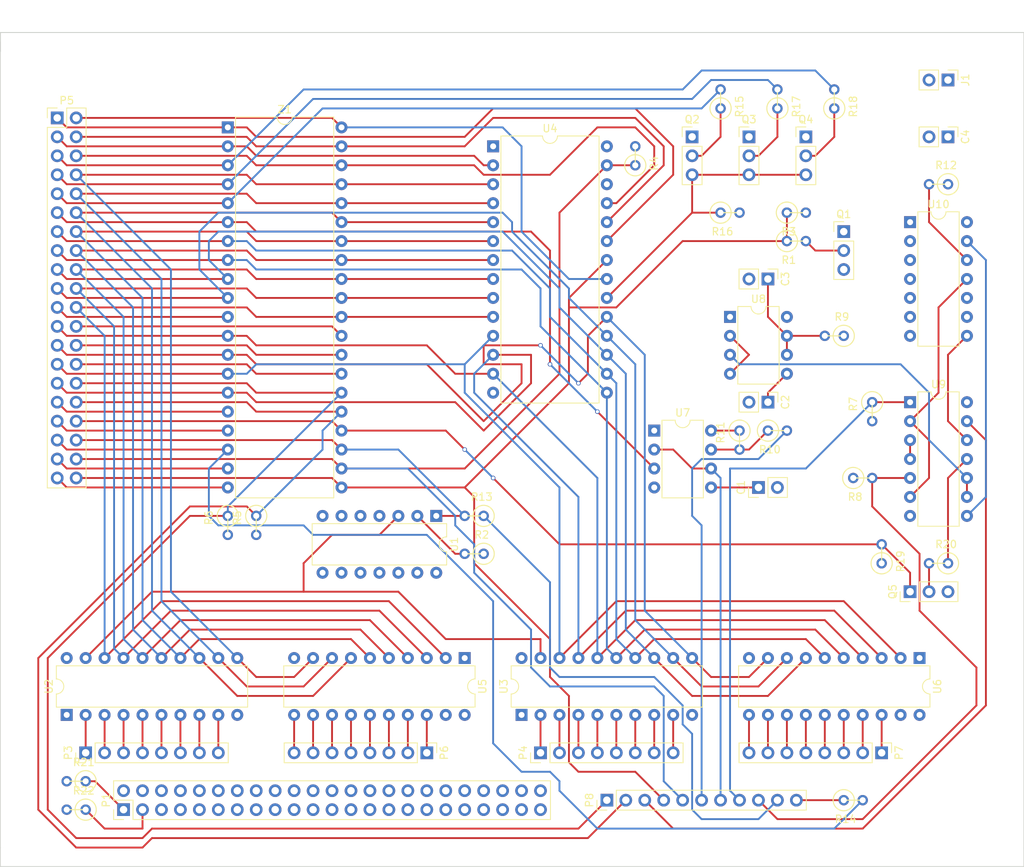
<source format=kicad_pcb>
(kicad_pcb (version 4) (host pcbnew 4.0.5)

  (general
    (links 286)
    (no_connects 99)
    (area 27.889999 46.939999 176.580001 172.770001)
    (thickness 1.6)
    (drawings 11)
    (tracks 542)
    (zones 0)
    (modules 50)
    (nets 101)
  )

  (page A4)
  (title_block
    (title "Z80 Computer")
  )

  (layers
    (0 F.Cu signal)
    (31 B.Cu signal)
    (33 F.Adhes user)
    (35 F.Paste user)
    (37 F.SilkS user)
    (39 F.Mask user)
    (40 Dwgs.User user)
    (41 Cmts.User user)
    (42 Eco1.User user)
    (43 Eco2.User user)
    (44 Edge.Cuts user)
    (45 Margin user)
    (47 F.CrtYd user)
    (49 F.Fab user)
  )

  (setup
    (last_trace_width 0.25)
    (trace_clearance 0.25)
    (zone_clearance 0.508)
    (zone_45_only no)
    (trace_min 0.2)
    (segment_width 0.2)
    (edge_width 0.1)
    (via_size 0.6)
    (via_drill 0.4)
    (via_min_size 0.4)
    (via_min_drill 0.3)
    (uvia_size 0.3)
    (uvia_drill 0.1)
    (uvias_allowed no)
    (uvia_min_size 0.2)
    (uvia_min_drill 0.1)
    (pcb_text_width 0.3)
    (pcb_text_size 1.5 1.5)
    (mod_edge_width 0.15)
    (mod_text_size 1 1)
    (mod_text_width 0.15)
    (pad_size 1.5 1.5)
    (pad_drill 0.6)
    (pad_to_mask_clearance 0)
    (aux_axis_origin 0 0)
    (visible_elements 7FFFFFFF)
    (pcbplotparams
      (layerselection 0x00030_80000001)
      (usegerberextensions false)
      (excludeedgelayer true)
      (linewidth 0.100000)
      (plotframeref false)
      (viasonmask false)
      (mode 1)
      (useauxorigin false)
      (hpglpennumber 1)
      (hpglpenspeed 20)
      (hpglpendiameter 15)
      (hpglpenoverlay 2)
      (psnegative false)
      (psa4output false)
      (plotreference true)
      (plotvalue true)
      (plotinvisibletext false)
      (padsonsilk false)
      (subtractmaskfromsilk false)
      (outputformat 1)
      (mirror false)
      (drillshape 1)
      (scaleselection 1)
      (outputdirectory ""))
  )

  (net 0 "")
  (net 1 "Net-(C1-Pad1)")
  (net 2 GND)
  (net 3 "Net-(C2-Pad1)")
  (net 4 "Net-(C3-Pad1)")
  (net 5 VCC)
  (net 6 "Net-(P1-Pad1)")
  (net 7 "Net-(P1-Pad3)")
  (net 8 "Net-(P3-Pad1)")
  (net 9 "Net-(P3-Pad2)")
  (net 10 "Net-(P3-Pad3)")
  (net 11 "Net-(P3-Pad4)")
  (net 12 "Net-(P3-Pad5)")
  (net 13 "Net-(P3-Pad6)")
  (net 14 "Net-(P3-Pad7)")
  (net 15 "Net-(P3-Pad8)")
  (net 16 "Net-(P4-Pad1)")
  (net 17 "Net-(P4-Pad2)")
  (net 18 "Net-(P4-Pad3)")
  (net 19 "Net-(P4-Pad4)")
  (net 20 "Net-(P4-Pad5)")
  (net 21 "Net-(P4-Pad6)")
  (net 22 "Net-(P4-Pad7)")
  (net 23 "Net-(P4-Pad8)")
  (net 24 "Net-(P5-Pad1)")
  (net 25 "Net-(P5-Pad2)")
  (net 26 "Net-(P5-Pad3)")
  (net 27 "Net-(P5-Pad4)")
  (net 28 "Net-(P5-Pad5)")
  (net 29 "Net-(P5-Pad6)")
  (net 30 "Net-(P5-Pad7)")
  (net 31 "Net-(P5-Pad8)")
  (net 32 "Net-(P5-Pad9)")
  (net 33 "Net-(P5-Pad10)")
  (net 34 CLK)
  (net 35 "Net-(P5-Pad12)")
  (net 36 "Net-(P5-Pad13)")
  (net 37 "Net-(P5-Pad14)")
  (net 38 "Net-(P5-Pad15)")
  (net 39 "Net-(P5-Pad16)")
  (net 40 "Net-(P5-Pad17)")
  (net 41 "Net-(P5-Pad18)")
  (net 42 "Net-(P5-Pad19)")
  (net 43 "Net-(P5-Pad20)")
  (net 44 "Net-(P5-Pad22)")
  (net 45 "Net-(P5-Pad23)")
  (net 46 "Net-(P5-Pad25)")
  (net 47 RFSH)
  (net 48 "Net-(P5-Pad27)")
  (net 49 M1)
  (net 50 "Net-(P5-Pad29)")
  (net 51 RESET)
  (net 52 INT)
  (net 53 BUSRQ)
  (net 54 NMI)
  (net 55 WAIT)
  (net 56 HALT)
  (net 57 BUSACK)
  (net 58 MREQ)
  (net 59 WR)
  (net 60 IOREQ)
  (net 61 RD)
  (net 62 "Net-(P6-Pad1)")
  (net 63 "Net-(P6-Pad2)")
  (net 64 "Net-(P6-Pad3)")
  (net 65 "Net-(P6-Pad4)")
  (net 66 "Net-(P6-Pad5)")
  (net 67 "Net-(P6-Pad6)")
  (net 68 "Net-(P6-Pad7)")
  (net 69 "Net-(P6-Pad8)")
  (net 70 "Net-(P7-Pad1)")
  (net 71 "Net-(P7-Pad2)")
  (net 72 "Net-(P7-Pad3)")
  (net 73 "Net-(P7-Pad4)")
  (net 74 "Net-(P7-Pad5)")
  (net 75 "Net-(P7-Pad6)")
  (net 76 "Net-(P7-Pad7)")
  (net 77 "Net-(P7-Pad8)")
  (net 78 "Net-(P8-Pad3)")
  (net 79 "Net-(P8-Pad6)")
  (net 80 "Net-(P8-Pad7)")
  (net 81 "Net-(P8-Pad8)")
  (net 82 "Net-(P8-Pad9)")
  (net 83 "Net-(P8-Pad10)")
  (net 84 "Net-(P8-Pad11)")
  (net 85 "Net-(Q1-Pad1)")
  (net 86 "Net-(Q1-Pad2)")
  (net 87 "Net-(Q2-Pad2)")
  (net 88 "Net-(Q2-Pad3)")
  (net 89 "Net-(Q3-Pad2)")
  (net 90 "Net-(Q4-Pad2)")
  (net 91 "Net-(Q5-Pad2)")
  (net 92 "Net-(R10-Pad1)")
  (net 93 "Net-(R12-Pad2)")
  (net 94 "Net-(R20-Pad1)")
  (net 95 "Net-(U1-Pad3)")
  (net 96 "Net-(U8-Pad3)")
  (net 97 "Net-(U10-Pad13)")
  (net 98 "Net-(U10-Pad11)")
  (net 99 "Net-(U9-Pad3)")
  (net 100 "Net-(U10-Pad8)")

  (net_class Default "This is the default net class."
    (clearance 0.25)
    (trace_width 0.25)
    (via_dia 0.6)
    (via_drill 0.4)
    (uvia_dia 0.3)
    (uvia_drill 0.1)
    (add_net BUSACK)
    (add_net BUSRQ)
    (add_net CLK)
    (add_net GND)
    (add_net HALT)
    (add_net INT)
    (add_net IOREQ)
    (add_net M1)
    (add_net MREQ)
    (add_net NMI)
    (add_net "Net-(C1-Pad1)")
    (add_net "Net-(C2-Pad1)")
    (add_net "Net-(C3-Pad1)")
    (add_net "Net-(P1-Pad1)")
    (add_net "Net-(P1-Pad3)")
    (add_net "Net-(P3-Pad1)")
    (add_net "Net-(P3-Pad2)")
    (add_net "Net-(P3-Pad3)")
    (add_net "Net-(P3-Pad4)")
    (add_net "Net-(P3-Pad5)")
    (add_net "Net-(P3-Pad6)")
    (add_net "Net-(P3-Pad7)")
    (add_net "Net-(P3-Pad8)")
    (add_net "Net-(P4-Pad1)")
    (add_net "Net-(P4-Pad2)")
    (add_net "Net-(P4-Pad3)")
    (add_net "Net-(P4-Pad4)")
    (add_net "Net-(P4-Pad5)")
    (add_net "Net-(P4-Pad6)")
    (add_net "Net-(P4-Pad7)")
    (add_net "Net-(P4-Pad8)")
    (add_net "Net-(P5-Pad1)")
    (add_net "Net-(P5-Pad10)")
    (add_net "Net-(P5-Pad12)")
    (add_net "Net-(P5-Pad13)")
    (add_net "Net-(P5-Pad14)")
    (add_net "Net-(P5-Pad15)")
    (add_net "Net-(P5-Pad16)")
    (add_net "Net-(P5-Pad17)")
    (add_net "Net-(P5-Pad18)")
    (add_net "Net-(P5-Pad19)")
    (add_net "Net-(P5-Pad2)")
    (add_net "Net-(P5-Pad20)")
    (add_net "Net-(P5-Pad22)")
    (add_net "Net-(P5-Pad23)")
    (add_net "Net-(P5-Pad25)")
    (add_net "Net-(P5-Pad27)")
    (add_net "Net-(P5-Pad29)")
    (add_net "Net-(P5-Pad3)")
    (add_net "Net-(P5-Pad4)")
    (add_net "Net-(P5-Pad5)")
    (add_net "Net-(P5-Pad6)")
    (add_net "Net-(P5-Pad7)")
    (add_net "Net-(P5-Pad8)")
    (add_net "Net-(P5-Pad9)")
    (add_net "Net-(P6-Pad1)")
    (add_net "Net-(P6-Pad2)")
    (add_net "Net-(P6-Pad3)")
    (add_net "Net-(P6-Pad4)")
    (add_net "Net-(P6-Pad5)")
    (add_net "Net-(P6-Pad6)")
    (add_net "Net-(P6-Pad7)")
    (add_net "Net-(P6-Pad8)")
    (add_net "Net-(P7-Pad1)")
    (add_net "Net-(P7-Pad2)")
    (add_net "Net-(P7-Pad3)")
    (add_net "Net-(P7-Pad4)")
    (add_net "Net-(P7-Pad5)")
    (add_net "Net-(P7-Pad6)")
    (add_net "Net-(P7-Pad7)")
    (add_net "Net-(P7-Pad8)")
    (add_net "Net-(P8-Pad10)")
    (add_net "Net-(P8-Pad11)")
    (add_net "Net-(P8-Pad3)")
    (add_net "Net-(P8-Pad6)")
    (add_net "Net-(P8-Pad7)")
    (add_net "Net-(P8-Pad8)")
    (add_net "Net-(P8-Pad9)")
    (add_net "Net-(Q1-Pad1)")
    (add_net "Net-(Q1-Pad2)")
    (add_net "Net-(Q2-Pad2)")
    (add_net "Net-(Q2-Pad3)")
    (add_net "Net-(Q3-Pad2)")
    (add_net "Net-(Q4-Pad2)")
    (add_net "Net-(Q5-Pad2)")
    (add_net "Net-(R10-Pad1)")
    (add_net "Net-(R12-Pad2)")
    (add_net "Net-(R20-Pad1)")
    (add_net "Net-(U1-Pad3)")
    (add_net "Net-(U10-Pad11)")
    (add_net "Net-(U10-Pad13)")
    (add_net "Net-(U10-Pad8)")
    (add_net "Net-(U8-Pad3)")
    (add_net "Net-(U9-Pad3)")
    (add_net RD)
    (add_net RESET)
    (add_net RFSH)
    (add_net VCC)
    (add_net WAIT)
    (add_net WR)
  )

  (module Housings_DIP:DIP-40_W15.24mm (layer F.Cu) (tedit 586281B5) (tstamp 58D47A75)
    (at 58.42 73.66)
    (descr "40-lead dip package, row spacing 15.24 mm (600 mils)")
    (tags "DIL DIP PDIP 2.54mm 15.24mm 600mil")
    (path /58C38420)
    (fp_text reference Z1 (at 7.62 -2.39) (layer F.SilkS)
      (effects (font (size 1 1) (thickness 0.15)))
    )
    (fp_text value Z80 (at 7.62 50.65) (layer F.Fab)
      (effects (font (size 1 1) (thickness 0.15)))
    )
    (fp_arc (start 7.62 -1.39) (end 6.62 -1.39) (angle -180) (layer F.SilkS) (width 0.12))
    (fp_line (start 1.255 -1.27) (end 14.985 -1.27) (layer F.Fab) (width 0.1))
    (fp_line (start 14.985 -1.27) (end 14.985 49.53) (layer F.Fab) (width 0.1))
    (fp_line (start 14.985 49.53) (end 0.255 49.53) (layer F.Fab) (width 0.1))
    (fp_line (start 0.255 49.53) (end 0.255 -0.27) (layer F.Fab) (width 0.1))
    (fp_line (start 0.255 -0.27) (end 1.255 -1.27) (layer F.Fab) (width 0.1))
    (fp_line (start 6.62 -1.39) (end 1.04 -1.39) (layer F.SilkS) (width 0.12))
    (fp_line (start 1.04 -1.39) (end 1.04 49.65) (layer F.SilkS) (width 0.12))
    (fp_line (start 1.04 49.65) (end 14.2 49.65) (layer F.SilkS) (width 0.12))
    (fp_line (start 14.2 49.65) (end 14.2 -1.39) (layer F.SilkS) (width 0.12))
    (fp_line (start 14.2 -1.39) (end 8.62 -1.39) (layer F.SilkS) (width 0.12))
    (fp_line (start -1.1 -1.6) (end -1.1 49.8) (layer F.CrtYd) (width 0.05))
    (fp_line (start -1.1 49.8) (end 16.3 49.8) (layer F.CrtYd) (width 0.05))
    (fp_line (start 16.3 49.8) (end 16.3 -1.6) (layer F.CrtYd) (width 0.05))
    (fp_line (start 16.3 -1.6) (end -1.1 -1.6) (layer F.CrtYd) (width 0.05))
    (pad 1 thru_hole rect (at 0 0) (size 1.6 1.6) (drill 0.8) (layers *.Cu *.Mask)
      (net 24 "Net-(P5-Pad1)"))
    (pad 21 thru_hole oval (at 15.24 48.26) (size 1.6 1.6) (drill 0.8) (layers *.Cu *.Mask)
      (net 61 RD))
    (pad 2 thru_hole oval (at 0 2.54) (size 1.6 1.6) (drill 0.8) (layers *.Cu *.Mask)
      (net 26 "Net-(P5-Pad3)"))
    (pad 22 thru_hole oval (at 15.24 45.72) (size 1.6 1.6) (drill 0.8) (layers *.Cu *.Mask)
      (net 59 WR))
    (pad 3 thru_hole oval (at 0 5.08) (size 1.6 1.6) (drill 0.8) (layers *.Cu *.Mask)
      (net 28 "Net-(P5-Pad5)"))
    (pad 23 thru_hole oval (at 15.24 43.18) (size 1.6 1.6) (drill 0.8) (layers *.Cu *.Mask)
      (net 57 BUSACK))
    (pad 4 thru_hole oval (at 0 7.62) (size 1.6 1.6) (drill 0.8) (layers *.Cu *.Mask)
      (net 30 "Net-(P5-Pad7)"))
    (pad 24 thru_hole oval (at 15.24 40.64) (size 1.6 1.6) (drill 0.8) (layers *.Cu *.Mask)
      (net 55 WAIT))
    (pad 5 thru_hole oval (at 0 10.16) (size 1.6 1.6) (drill 0.8) (layers *.Cu *.Mask)
      (net 32 "Net-(P5-Pad9)"))
    (pad 25 thru_hole oval (at 15.24 38.1) (size 1.6 1.6) (drill 0.8) (layers *.Cu *.Mask)
      (net 53 BUSRQ))
    (pad 6 thru_hole oval (at 0 12.7) (size 1.6 1.6) (drill 0.8) (layers *.Cu *.Mask)
      (net 34 CLK))
    (pad 26 thru_hole oval (at 15.24 35.56) (size 1.6 1.6) (drill 0.8) (layers *.Cu *.Mask)
      (net 51 RESET))
    (pad 7 thru_hole oval (at 0 15.24) (size 1.6 1.6) (drill 0.8) (layers *.Cu *.Mask)
      (net 36 "Net-(P5-Pad13)"))
    (pad 27 thru_hole oval (at 15.24 33.02) (size 1.6 1.6) (drill 0.8) (layers *.Cu *.Mask)
      (net 49 M1))
    (pad 8 thru_hole oval (at 0 17.78) (size 1.6 1.6) (drill 0.8) (layers *.Cu *.Mask)
      (net 38 "Net-(P5-Pad15)"))
    (pad 28 thru_hole oval (at 15.24 30.48) (size 1.6 1.6) (drill 0.8) (layers *.Cu *.Mask)
      (net 47 RFSH))
    (pad 9 thru_hole oval (at 0 20.32) (size 1.6 1.6) (drill 0.8) (layers *.Cu *.Mask)
      (net 40 "Net-(P5-Pad17)"))
    (pad 29 thru_hole oval (at 15.24 27.94) (size 1.6 1.6) (drill 0.8) (layers *.Cu *.Mask)
      (net 2 GND))
    (pad 10 thru_hole oval (at 0 22.86) (size 1.6 1.6) (drill 0.8) (layers *.Cu *.Mask)
      (net 42 "Net-(P5-Pad19)"))
    (pad 30 thru_hole oval (at 15.24 25.4) (size 1.6 1.6) (drill 0.8) (layers *.Cu *.Mask)
      (net 44 "Net-(P5-Pad22)"))
    (pad 11 thru_hole oval (at 0 25.4) (size 1.6 1.6) (drill 0.8) (layers *.Cu *.Mask)
      (net 5 VCC))
    (pad 31 thru_hole oval (at 15.24 22.86) (size 1.6 1.6) (drill 0.8) (layers *.Cu *.Mask)
      (net 43 "Net-(P5-Pad20)"))
    (pad 12 thru_hole oval (at 0 27.94) (size 1.6 1.6) (drill 0.8) (layers *.Cu *.Mask)
      (net 45 "Net-(P5-Pad23)"))
    (pad 32 thru_hole oval (at 15.24 20.32) (size 1.6 1.6) (drill 0.8) (layers *.Cu *.Mask)
      (net 41 "Net-(P5-Pad18)"))
    (pad 13 thru_hole oval (at 0 30.48) (size 1.6 1.6) (drill 0.8) (layers *.Cu *.Mask)
      (net 46 "Net-(P5-Pad25)"))
    (pad 33 thru_hole oval (at 15.24 17.78) (size 1.6 1.6) (drill 0.8) (layers *.Cu *.Mask)
      (net 39 "Net-(P5-Pad16)"))
    (pad 14 thru_hole oval (at 0 33.02) (size 1.6 1.6) (drill 0.8) (layers *.Cu *.Mask)
      (net 48 "Net-(P5-Pad27)"))
    (pad 34 thru_hole oval (at 15.24 15.24) (size 1.6 1.6) (drill 0.8) (layers *.Cu *.Mask)
      (net 37 "Net-(P5-Pad14)"))
    (pad 15 thru_hole oval (at 0 35.56) (size 1.6 1.6) (drill 0.8) (layers *.Cu *.Mask)
      (net 50 "Net-(P5-Pad29)"))
    (pad 35 thru_hole oval (at 15.24 12.7) (size 1.6 1.6) (drill 0.8) (layers *.Cu *.Mask)
      (net 35 "Net-(P5-Pad12)"))
    (pad 16 thru_hole oval (at 0 38.1) (size 1.6 1.6) (drill 0.8) (layers *.Cu *.Mask)
      (net 52 INT))
    (pad 36 thru_hole oval (at 15.24 10.16) (size 1.6 1.6) (drill 0.8) (layers *.Cu *.Mask)
      (net 33 "Net-(P5-Pad10)"))
    (pad 17 thru_hole oval (at 0 40.64) (size 1.6 1.6) (drill 0.8) (layers *.Cu *.Mask)
      (net 54 NMI))
    (pad 37 thru_hole oval (at 15.24 7.62) (size 1.6 1.6) (drill 0.8) (layers *.Cu *.Mask)
      (net 31 "Net-(P5-Pad8)"))
    (pad 18 thru_hole oval (at 0 43.18) (size 1.6 1.6) (drill 0.8) (layers *.Cu *.Mask)
      (net 56 HALT))
    (pad 38 thru_hole oval (at 15.24 5.08) (size 1.6 1.6) (drill 0.8) (layers *.Cu *.Mask)
      (net 29 "Net-(P5-Pad6)"))
    (pad 19 thru_hole oval (at 0 45.72) (size 1.6 1.6) (drill 0.8) (layers *.Cu *.Mask)
      (net 58 MREQ))
    (pad 39 thru_hole oval (at 15.24 2.54) (size 1.6 1.6) (drill 0.8) (layers *.Cu *.Mask)
      (net 27 "Net-(P5-Pad4)"))
    (pad 20 thru_hole oval (at 0 48.26) (size 1.6 1.6) (drill 0.8) (layers *.Cu *.Mask)
      (net 60 IOREQ))
    (pad 40 thru_hole oval (at 15.24 0) (size 1.6 1.6) (drill 0.8) (layers *.Cu *.Mask)
      (net 25 "Net-(P5-Pad2)"))
    (model Housings_DIP.3dshapes/DIP-40_W15.24mm.wrl
      (at (xyz 0 0 0))
      (scale (xyz 1 1 1))
      (rotate (xyz 0 0 0))
    )
  )

  (module Housings_DIP:DIP-28_W15.24mm (layer F.Cu) (tedit 586281B5) (tstamp 58D479DD)
    (at 93.98 76.2)
    (descr "28-lead dip package, row spacing 15.24 mm (600 mils)")
    (tags "DIL DIP PDIP 2.54mm 15.24mm 600mil")
    (path /58C389AB)
    (fp_text reference U4 (at 7.62 -2.39) (layer F.SilkS)
      (effects (font (size 1 1) (thickness 0.15)))
    )
    (fp_text value AS6C6264 (at 7.62 35.41) (layer F.Fab)
      (effects (font (size 1 1) (thickness 0.15)))
    )
    (fp_arc (start 7.62 -1.39) (end 6.62 -1.39) (angle -180) (layer F.SilkS) (width 0.12))
    (fp_line (start 1.255 -1.27) (end 14.985 -1.27) (layer F.Fab) (width 0.1))
    (fp_line (start 14.985 -1.27) (end 14.985 34.29) (layer F.Fab) (width 0.1))
    (fp_line (start 14.985 34.29) (end 0.255 34.29) (layer F.Fab) (width 0.1))
    (fp_line (start 0.255 34.29) (end 0.255 -0.27) (layer F.Fab) (width 0.1))
    (fp_line (start 0.255 -0.27) (end 1.255 -1.27) (layer F.Fab) (width 0.1))
    (fp_line (start 6.62 -1.39) (end 1.04 -1.39) (layer F.SilkS) (width 0.12))
    (fp_line (start 1.04 -1.39) (end 1.04 34.41) (layer F.SilkS) (width 0.12))
    (fp_line (start 1.04 34.41) (end 14.2 34.41) (layer F.SilkS) (width 0.12))
    (fp_line (start 14.2 34.41) (end 14.2 -1.39) (layer F.SilkS) (width 0.12))
    (fp_line (start 14.2 -1.39) (end 8.62 -1.39) (layer F.SilkS) (width 0.12))
    (fp_line (start -1.1 -1.6) (end -1.1 34.6) (layer F.CrtYd) (width 0.05))
    (fp_line (start -1.1 34.6) (end 16.3 34.6) (layer F.CrtYd) (width 0.05))
    (fp_line (start 16.3 34.6) (end 16.3 -1.6) (layer F.CrtYd) (width 0.05))
    (fp_line (start 16.3 -1.6) (end -1.1 -1.6) (layer F.CrtYd) (width 0.05))
    (pad 1 thru_hole rect (at 0 0) (size 1.6 1.6) (drill 0.8) (layers *.Cu *.Mask))
    (pad 15 thru_hole oval (at 15.24 33.02) (size 1.6 1.6) (drill 0.8) (layers *.Cu *.Mask)
      (net 38 "Net-(P5-Pad15)"))
    (pad 2 thru_hole oval (at 0 2.54) (size 1.6 1.6) (drill 0.8) (layers *.Cu *.Mask)
      (net 26 "Net-(P5-Pad3)"))
    (pad 16 thru_hole oval (at 15.24 30.48) (size 1.6 1.6) (drill 0.8) (layers *.Cu *.Mask)
      (net 36 "Net-(P5-Pad13)"))
    (pad 3 thru_hole oval (at 0 5.08) (size 1.6 1.6) (drill 0.8) (layers *.Cu *.Mask)
      (net 31 "Net-(P5-Pad8)"))
    (pad 17 thru_hole oval (at 15.24 27.94) (size 1.6 1.6) (drill 0.8) (layers *.Cu *.Mask)
      (net 40 "Net-(P5-Pad17)"))
    (pad 4 thru_hole oval (at 0 7.62) (size 1.6 1.6) (drill 0.8) (layers *.Cu *.Mask)
      (net 33 "Net-(P5-Pad10)"))
    (pad 18 thru_hole oval (at 15.24 25.4) (size 1.6 1.6) (drill 0.8) (layers *.Cu *.Mask)
      (net 42 "Net-(P5-Pad19)"))
    (pad 5 thru_hole oval (at 0 10.16) (size 1.6 1.6) (drill 0.8) (layers *.Cu *.Mask)
      (net 35 "Net-(P5-Pad12)"))
    (pad 19 thru_hole oval (at 15.24 22.86) (size 1.6 1.6) (drill 0.8) (layers *.Cu *.Mask)
      (net 46 "Net-(P5-Pad25)"))
    (pad 6 thru_hole oval (at 0 12.7) (size 1.6 1.6) (drill 0.8) (layers *.Cu *.Mask)
      (net 37 "Net-(P5-Pad14)"))
    (pad 20 thru_hole oval (at 15.24 20.32) (size 1.6 1.6) (drill 0.8) (layers *.Cu *.Mask)
      (net 88 "Net-(Q2-Pad3)"))
    (pad 7 thru_hole oval (at 0 15.24) (size 1.6 1.6) (drill 0.8) (layers *.Cu *.Mask)
      (net 39 "Net-(P5-Pad16)"))
    (pad 21 thru_hole oval (at 15.24 17.78) (size 1.6 1.6) (drill 0.8) (layers *.Cu *.Mask)
      (net 25 "Net-(P5-Pad2)"))
    (pad 8 thru_hole oval (at 0 17.78) (size 1.6 1.6) (drill 0.8) (layers *.Cu *.Mask)
      (net 41 "Net-(P5-Pad18)"))
    (pad 22 thru_hole oval (at 15.24 15.24) (size 1.6 1.6) (drill 0.8) (layers *.Cu *.Mask)
      (net 61 RD))
    (pad 9 thru_hole oval (at 0 20.32) (size 1.6 1.6) (drill 0.8) (layers *.Cu *.Mask)
      (net 43 "Net-(P5-Pad20)"))
    (pad 23 thru_hole oval (at 15.24 12.7) (size 1.6 1.6) (drill 0.8) (layers *.Cu *.Mask)
      (net 24 "Net-(P5-Pad1)"))
    (pad 10 thru_hole oval (at 0 22.86) (size 1.6 1.6) (drill 0.8) (layers *.Cu *.Mask)
      (net 44 "Net-(P5-Pad22)"))
    (pad 24 thru_hole oval (at 15.24 10.16) (size 1.6 1.6) (drill 0.8) (layers *.Cu *.Mask)
      (net 27 "Net-(P5-Pad4)"))
    (pad 11 thru_hole oval (at 0 25.4) (size 1.6 1.6) (drill 0.8) (layers *.Cu *.Mask)
      (net 48 "Net-(P5-Pad27)"))
    (pad 25 thru_hole oval (at 15.24 7.62) (size 1.6 1.6) (drill 0.8) (layers *.Cu *.Mask)
      (net 29 "Net-(P5-Pad6)"))
    (pad 12 thru_hole oval (at 0 27.94) (size 1.6 1.6) (drill 0.8) (layers *.Cu *.Mask)
      (net 50 "Net-(P5-Pad29)"))
    (pad 26 thru_hole oval (at 15.24 5.08) (size 1.6 1.6) (drill 0.8) (layers *.Cu *.Mask)
      (net 2 GND))
    (pad 13 thru_hole oval (at 0 30.48) (size 1.6 1.6) (drill 0.8) (layers *.Cu *.Mask)
      (net 45 "Net-(P5-Pad23)"))
    (pad 27 thru_hole oval (at 15.24 2.54) (size 1.6 1.6) (drill 0.8) (layers *.Cu *.Mask)
      (net 59 WR))
    (pad 14 thru_hole oval (at 0 33.02) (size 1.6 1.6) (drill 0.8) (layers *.Cu *.Mask)
      (net 2 GND))
    (pad 28 thru_hole oval (at 15.24 0) (size 1.6 1.6) (drill 0.8) (layers *.Cu *.Mask)
      (net 5 VCC))
    (model Housings_DIP.3dshapes/DIP-28_W15.24mm.wrl
      (at (xyz 0 0 0))
      (scale (xyz 1 1 1))
      (rotate (xyz 0 0 0))
    )
  )

  (module Pin_Headers:Pin_Header_Straight_2x20_Pitch2.54mm (layer F.Cu) (tedit 58CD4EC6) (tstamp 58D478AD)
    (at 35.56 72.39)
    (descr "Through hole straight pin header, 2x20, 2.54mm pitch, double rows")
    (tags "Through hole pin header THT 2x20 2.54mm double row")
    (path /58C3FD08)
    (fp_text reference P5 (at 1.27 -2.33) (layer F.SilkS)
      (effects (font (size 1 1) (thickness 0.15)))
    )
    (fp_text value CONN_02X20 (at 1.27 50.59) (layer F.Fab)
      (effects (font (size 1 1) (thickness 0.15)))
    )
    (fp_line (start -1.27 -1.27) (end -1.27 49.53) (layer F.Fab) (width 0.1))
    (fp_line (start -1.27 49.53) (end 3.81 49.53) (layer F.Fab) (width 0.1))
    (fp_line (start 3.81 49.53) (end 3.81 -1.27) (layer F.Fab) (width 0.1))
    (fp_line (start 3.81 -1.27) (end -1.27 -1.27) (layer F.Fab) (width 0.1))
    (fp_line (start -1.33 1.27) (end -1.33 49.59) (layer F.SilkS) (width 0.12))
    (fp_line (start -1.33 49.59) (end 3.87 49.59) (layer F.SilkS) (width 0.12))
    (fp_line (start 3.87 49.59) (end 3.87 -1.33) (layer F.SilkS) (width 0.12))
    (fp_line (start 3.87 -1.33) (end 1.27 -1.33) (layer F.SilkS) (width 0.12))
    (fp_line (start 1.27 -1.33) (end 1.27 1.27) (layer F.SilkS) (width 0.12))
    (fp_line (start 1.27 1.27) (end -1.33 1.27) (layer F.SilkS) (width 0.12))
    (fp_line (start -1.33 0) (end -1.33 -1.33) (layer F.SilkS) (width 0.12))
    (fp_line (start -1.33 -1.33) (end 0 -1.33) (layer F.SilkS) (width 0.12))
    (fp_line (start -1.8 -1.8) (end -1.8 50.05) (layer F.CrtYd) (width 0.05))
    (fp_line (start -1.8 50.05) (end 4.35 50.05) (layer F.CrtYd) (width 0.05))
    (fp_line (start 4.35 50.05) (end 4.35 -1.8) (layer F.CrtYd) (width 0.05))
    (fp_line (start 4.35 -1.8) (end -1.8 -1.8) (layer F.CrtYd) (width 0.05))
    (fp_text user %R (at 1.27 -2.33) (layer F.Fab)
      (effects (font (size 1 1) (thickness 0.15)))
    )
    (pad 1 thru_hole rect (at 0 0) (size 1.7 1.7) (drill 1) (layers *.Cu *.Mask)
      (net 24 "Net-(P5-Pad1)"))
    (pad 2 thru_hole oval (at 2.54 0) (size 1.7 1.7) (drill 1) (layers *.Cu *.Mask)
      (net 25 "Net-(P5-Pad2)"))
    (pad 3 thru_hole oval (at 0 2.54) (size 1.7 1.7) (drill 1) (layers *.Cu *.Mask)
      (net 26 "Net-(P5-Pad3)"))
    (pad 4 thru_hole oval (at 2.54 2.54) (size 1.7 1.7) (drill 1) (layers *.Cu *.Mask)
      (net 27 "Net-(P5-Pad4)"))
    (pad 5 thru_hole oval (at 0 5.08) (size 1.7 1.7) (drill 1) (layers *.Cu *.Mask)
      (net 28 "Net-(P5-Pad5)"))
    (pad 6 thru_hole oval (at 2.54 5.08) (size 1.7 1.7) (drill 1) (layers *.Cu *.Mask)
      (net 29 "Net-(P5-Pad6)"))
    (pad 7 thru_hole oval (at 0 7.62) (size 1.7 1.7) (drill 1) (layers *.Cu *.Mask)
      (net 30 "Net-(P5-Pad7)"))
    (pad 8 thru_hole oval (at 2.54 7.62) (size 1.7 1.7) (drill 1) (layers *.Cu *.Mask)
      (net 31 "Net-(P5-Pad8)"))
    (pad 9 thru_hole oval (at 0 10.16) (size 1.7 1.7) (drill 1) (layers *.Cu *.Mask)
      (net 32 "Net-(P5-Pad9)"))
    (pad 10 thru_hole oval (at 2.54 10.16) (size 1.7 1.7) (drill 1) (layers *.Cu *.Mask)
      (net 33 "Net-(P5-Pad10)"))
    (pad 11 thru_hole oval (at 0 12.7) (size 1.7 1.7) (drill 1) (layers *.Cu *.Mask)
      (net 34 CLK))
    (pad 12 thru_hole oval (at 2.54 12.7) (size 1.7 1.7) (drill 1) (layers *.Cu *.Mask)
      (net 35 "Net-(P5-Pad12)"))
    (pad 13 thru_hole oval (at 0 15.24) (size 1.7 1.7) (drill 1) (layers *.Cu *.Mask)
      (net 36 "Net-(P5-Pad13)"))
    (pad 14 thru_hole oval (at 2.54 15.24) (size 1.7 1.7) (drill 1) (layers *.Cu *.Mask)
      (net 37 "Net-(P5-Pad14)"))
    (pad 15 thru_hole oval (at 0 17.78) (size 1.7 1.7) (drill 1) (layers *.Cu *.Mask)
      (net 38 "Net-(P5-Pad15)"))
    (pad 16 thru_hole oval (at 2.54 17.78) (size 1.7 1.7) (drill 1) (layers *.Cu *.Mask)
      (net 39 "Net-(P5-Pad16)"))
    (pad 17 thru_hole oval (at 0 20.32) (size 1.7 1.7) (drill 1) (layers *.Cu *.Mask)
      (net 40 "Net-(P5-Pad17)"))
    (pad 18 thru_hole oval (at 2.54 20.32) (size 1.7 1.7) (drill 1) (layers *.Cu *.Mask)
      (net 41 "Net-(P5-Pad18)"))
    (pad 19 thru_hole oval (at 0 22.86) (size 1.7 1.7) (drill 1) (layers *.Cu *.Mask)
      (net 42 "Net-(P5-Pad19)"))
    (pad 20 thru_hole oval (at 2.54 22.86) (size 1.7 1.7) (drill 1) (layers *.Cu *.Mask)
      (net 43 "Net-(P5-Pad20)"))
    (pad 21 thru_hole oval (at 0 25.4) (size 1.7 1.7) (drill 1) (layers *.Cu *.Mask)
      (net 5 VCC))
    (pad 22 thru_hole oval (at 2.54 25.4) (size 1.7 1.7) (drill 1) (layers *.Cu *.Mask)
      (net 44 "Net-(P5-Pad22)"))
    (pad 23 thru_hole oval (at 0 27.94) (size 1.7 1.7) (drill 1) (layers *.Cu *.Mask)
      (net 45 "Net-(P5-Pad23)"))
    (pad 24 thru_hole oval (at 2.54 27.94) (size 1.7 1.7) (drill 1) (layers *.Cu *.Mask)
      (net 2 GND))
    (pad 25 thru_hole oval (at 0 30.48) (size 1.7 1.7) (drill 1) (layers *.Cu *.Mask)
      (net 46 "Net-(P5-Pad25)"))
    (pad 26 thru_hole oval (at 2.54 30.48) (size 1.7 1.7) (drill 1) (layers *.Cu *.Mask)
      (net 47 RFSH))
    (pad 27 thru_hole oval (at 0 33.02) (size 1.7 1.7) (drill 1) (layers *.Cu *.Mask)
      (net 48 "Net-(P5-Pad27)"))
    (pad 28 thru_hole oval (at 2.54 33.02) (size 1.7 1.7) (drill 1) (layers *.Cu *.Mask)
      (net 49 M1))
    (pad 29 thru_hole oval (at 0 35.56) (size 1.7 1.7) (drill 1) (layers *.Cu *.Mask)
      (net 50 "Net-(P5-Pad29)"))
    (pad 30 thru_hole oval (at 2.54 35.56) (size 1.7 1.7) (drill 1) (layers *.Cu *.Mask)
      (net 51 RESET))
    (pad 31 thru_hole oval (at 0 38.1) (size 1.7 1.7) (drill 1) (layers *.Cu *.Mask)
      (net 52 INT))
    (pad 32 thru_hole oval (at 2.54 38.1) (size 1.7 1.7) (drill 1) (layers *.Cu *.Mask)
      (net 53 BUSRQ))
    (pad 33 thru_hole oval (at 0 40.64) (size 1.7 1.7) (drill 1) (layers *.Cu *.Mask)
      (net 54 NMI))
    (pad 34 thru_hole oval (at 2.54 40.64) (size 1.7 1.7) (drill 1) (layers *.Cu *.Mask)
      (net 55 WAIT))
    (pad 35 thru_hole oval (at 0 43.18) (size 1.7 1.7) (drill 1) (layers *.Cu *.Mask)
      (net 56 HALT))
    (pad 36 thru_hole oval (at 2.54 43.18) (size 1.7 1.7) (drill 1) (layers *.Cu *.Mask)
      (net 57 BUSACK))
    (pad 37 thru_hole oval (at 0 45.72) (size 1.7 1.7) (drill 1) (layers *.Cu *.Mask)
      (net 58 MREQ))
    (pad 38 thru_hole oval (at 2.54 45.72) (size 1.7 1.7) (drill 1) (layers *.Cu *.Mask)
      (net 59 WR))
    (pad 39 thru_hole oval (at 0 48.26) (size 1.7 1.7) (drill 1) (layers *.Cu *.Mask)
      (net 60 IOREQ))
    (pad 40 thru_hole oval (at 2.54 48.26) (size 1.7 1.7) (drill 1) (layers *.Cu *.Mask)
      (net 61 RD))
    (model ${KISYS3DMOD}/Pin_Headers.3dshapes/Pin_Header_Straight_2x20_Pitch2.54mm.wrl
      (at (xyz 0.05 -0.95 0))
      (scale (xyz 1 1 1))
      (rotate (xyz 0 0 90))
    )
  )

  (module Pin_Headers:Pin_Header_Straight_1x02_Pitch2.54mm (layer F.Cu) (tedit 58CD4EC1) (tstamp 58D4781F)
    (at 129.54 121.92 90)
    (descr "Through hole straight pin header, 1x02, 2.54mm pitch, single row")
    (tags "Through hole pin header THT 1x02 2.54mm single row")
    (path /58C984B7)
    (fp_text reference C1 (at 0 -2.33 90) (layer F.SilkS)
      (effects (font (size 1 1) (thickness 0.15)))
    )
    (fp_text value 10nF (at 0 4.87 90) (layer F.Fab)
      (effects (font (size 1 1) (thickness 0.15)))
    )
    (fp_line (start -1.27 -1.27) (end -1.27 3.81) (layer F.Fab) (width 0.1))
    (fp_line (start -1.27 3.81) (end 1.27 3.81) (layer F.Fab) (width 0.1))
    (fp_line (start 1.27 3.81) (end 1.27 -1.27) (layer F.Fab) (width 0.1))
    (fp_line (start 1.27 -1.27) (end -1.27 -1.27) (layer F.Fab) (width 0.1))
    (fp_line (start -1.33 1.27) (end -1.33 3.87) (layer F.SilkS) (width 0.12))
    (fp_line (start -1.33 3.87) (end 1.33 3.87) (layer F.SilkS) (width 0.12))
    (fp_line (start 1.33 3.87) (end 1.33 1.27) (layer F.SilkS) (width 0.12))
    (fp_line (start 1.33 1.27) (end -1.33 1.27) (layer F.SilkS) (width 0.12))
    (fp_line (start -1.33 0) (end -1.33 -1.33) (layer F.SilkS) (width 0.12))
    (fp_line (start -1.33 -1.33) (end 0 -1.33) (layer F.SilkS) (width 0.12))
    (fp_line (start -1.8 -1.8) (end -1.8 4.35) (layer F.CrtYd) (width 0.05))
    (fp_line (start -1.8 4.35) (end 1.8 4.35) (layer F.CrtYd) (width 0.05))
    (fp_line (start 1.8 4.35) (end 1.8 -1.8) (layer F.CrtYd) (width 0.05))
    (fp_line (start 1.8 -1.8) (end -1.8 -1.8) (layer F.CrtYd) (width 0.05))
    (fp_text user %R (at 0 -2.33 90) (layer F.Fab)
      (effects (font (size 1 1) (thickness 0.15)))
    )
    (pad 1 thru_hole rect (at 0 0 90) (size 1.7 1.7) (drill 1) (layers *.Cu *.Mask)
      (net 1 "Net-(C1-Pad1)"))
    (pad 2 thru_hole oval (at 0 2.54 90) (size 1.7 1.7) (drill 1) (layers *.Cu *.Mask)
      (net 2 GND))
    (model ${KISYS3DMOD}/Pin_Headers.3dshapes/Pin_Header_Straight_1x02_Pitch2.54mm.wrl
      (at (xyz 0 -0.05 0))
      (scale (xyz 1 1 1))
      (rotate (xyz 0 0 90))
    )
  )

  (module Pin_Headers:Pin_Header_Straight_1x02_Pitch2.54mm (layer F.Cu) (tedit 58CD4EC1) (tstamp 58D47825)
    (at 130.81 110.49 270)
    (descr "Through hole straight pin header, 1x02, 2.54mm pitch, single row")
    (tags "Through hole pin header THT 1x02 2.54mm single row")
    (path /58C9BC15)
    (fp_text reference C2 (at 0 -2.33 270) (layer F.SilkS)
      (effects (font (size 1 1) (thickness 0.15)))
    )
    (fp_text value 10nF (at 0 4.87 270) (layer F.Fab)
      (effects (font (size 1 1) (thickness 0.15)))
    )
    (fp_line (start -1.27 -1.27) (end -1.27 3.81) (layer F.Fab) (width 0.1))
    (fp_line (start -1.27 3.81) (end 1.27 3.81) (layer F.Fab) (width 0.1))
    (fp_line (start 1.27 3.81) (end 1.27 -1.27) (layer F.Fab) (width 0.1))
    (fp_line (start 1.27 -1.27) (end -1.27 -1.27) (layer F.Fab) (width 0.1))
    (fp_line (start -1.33 1.27) (end -1.33 3.87) (layer F.SilkS) (width 0.12))
    (fp_line (start -1.33 3.87) (end 1.33 3.87) (layer F.SilkS) (width 0.12))
    (fp_line (start 1.33 3.87) (end 1.33 1.27) (layer F.SilkS) (width 0.12))
    (fp_line (start 1.33 1.27) (end -1.33 1.27) (layer F.SilkS) (width 0.12))
    (fp_line (start -1.33 0) (end -1.33 -1.33) (layer F.SilkS) (width 0.12))
    (fp_line (start -1.33 -1.33) (end 0 -1.33) (layer F.SilkS) (width 0.12))
    (fp_line (start -1.8 -1.8) (end -1.8 4.35) (layer F.CrtYd) (width 0.05))
    (fp_line (start -1.8 4.35) (end 1.8 4.35) (layer F.CrtYd) (width 0.05))
    (fp_line (start 1.8 4.35) (end 1.8 -1.8) (layer F.CrtYd) (width 0.05))
    (fp_line (start 1.8 -1.8) (end -1.8 -1.8) (layer F.CrtYd) (width 0.05))
    (fp_text user %R (at 0 -2.33 270) (layer F.Fab)
      (effects (font (size 1 1) (thickness 0.15)))
    )
    (pad 1 thru_hole rect (at 0 0 270) (size 1.7 1.7) (drill 1) (layers *.Cu *.Mask)
      (net 3 "Net-(C2-Pad1)"))
    (pad 2 thru_hole oval (at 0 2.54 270) (size 1.7 1.7) (drill 1) (layers *.Cu *.Mask)
      (net 2 GND))
    (model ${KISYS3DMOD}/Pin_Headers.3dshapes/Pin_Header_Straight_1x02_Pitch2.54mm.wrl
      (at (xyz 0 -0.05 0))
      (scale (xyz 1 1 1))
      (rotate (xyz 0 0 90))
    )
  )

  (module Pin_Headers:Pin_Header_Straight_1x02_Pitch2.54mm (layer F.Cu) (tedit 58CD4EC1) (tstamp 58D4782B)
    (at 130.81 93.98 270)
    (descr "Through hole straight pin header, 1x02, 2.54mm pitch, single row")
    (tags "Through hole pin header THT 1x02 2.54mm single row")
    (path /58C9C216)
    (fp_text reference C3 (at 0 -2.33 270) (layer F.SilkS)
      (effects (font (size 1 1) (thickness 0.15)))
    )
    (fp_text value 10nF (at 0 4.87 270) (layer F.Fab)
      (effects (font (size 1 1) (thickness 0.15)))
    )
    (fp_line (start -1.27 -1.27) (end -1.27 3.81) (layer F.Fab) (width 0.1))
    (fp_line (start -1.27 3.81) (end 1.27 3.81) (layer F.Fab) (width 0.1))
    (fp_line (start 1.27 3.81) (end 1.27 -1.27) (layer F.Fab) (width 0.1))
    (fp_line (start 1.27 -1.27) (end -1.27 -1.27) (layer F.Fab) (width 0.1))
    (fp_line (start -1.33 1.27) (end -1.33 3.87) (layer F.SilkS) (width 0.12))
    (fp_line (start -1.33 3.87) (end 1.33 3.87) (layer F.SilkS) (width 0.12))
    (fp_line (start 1.33 3.87) (end 1.33 1.27) (layer F.SilkS) (width 0.12))
    (fp_line (start 1.33 1.27) (end -1.33 1.27) (layer F.SilkS) (width 0.12))
    (fp_line (start -1.33 0) (end -1.33 -1.33) (layer F.SilkS) (width 0.12))
    (fp_line (start -1.33 -1.33) (end 0 -1.33) (layer F.SilkS) (width 0.12))
    (fp_line (start -1.8 -1.8) (end -1.8 4.35) (layer F.CrtYd) (width 0.05))
    (fp_line (start -1.8 4.35) (end 1.8 4.35) (layer F.CrtYd) (width 0.05))
    (fp_line (start 1.8 4.35) (end 1.8 -1.8) (layer F.CrtYd) (width 0.05))
    (fp_line (start 1.8 -1.8) (end -1.8 -1.8) (layer F.CrtYd) (width 0.05))
    (fp_text user %R (at 0 -2.33 270) (layer F.Fab)
      (effects (font (size 1 1) (thickness 0.15)))
    )
    (pad 1 thru_hole rect (at 0 0 270) (size 1.7 1.7) (drill 1) (layers *.Cu *.Mask)
      (net 4 "Net-(C3-Pad1)"))
    (pad 2 thru_hole oval (at 0 2.54 270) (size 1.7 1.7) (drill 1) (layers *.Cu *.Mask)
      (net 2 GND))
    (model ${KISYS3DMOD}/Pin_Headers.3dshapes/Pin_Header_Straight_1x02_Pitch2.54mm.wrl
      (at (xyz 0 -0.05 0))
      (scale (xyz 1 1 1))
      (rotate (xyz 0 0 90))
    )
  )

  (module Pin_Headers:Pin_Header_Straight_1x02_Pitch2.54mm (layer F.Cu) (tedit 58CD4EC1) (tstamp 58D47831)
    (at 154.94 74.93 270)
    (descr "Through hole straight pin header, 1x02, 2.54mm pitch, single row")
    (tags "Through hole pin header THT 1x02 2.54mm single row")
    (path /58D6FFB3)
    (fp_text reference C4 (at 0 -2.33 270) (layer F.SilkS)
      (effects (font (size 1 1) (thickness 0.15)))
    )
    (fp_text value 10uF (at 0 4.87 270) (layer F.Fab)
      (effects (font (size 1 1) (thickness 0.15)))
    )
    (fp_line (start -1.27 -1.27) (end -1.27 3.81) (layer F.Fab) (width 0.1))
    (fp_line (start -1.27 3.81) (end 1.27 3.81) (layer F.Fab) (width 0.1))
    (fp_line (start 1.27 3.81) (end 1.27 -1.27) (layer F.Fab) (width 0.1))
    (fp_line (start 1.27 -1.27) (end -1.27 -1.27) (layer F.Fab) (width 0.1))
    (fp_line (start -1.33 1.27) (end -1.33 3.87) (layer F.SilkS) (width 0.12))
    (fp_line (start -1.33 3.87) (end 1.33 3.87) (layer F.SilkS) (width 0.12))
    (fp_line (start 1.33 3.87) (end 1.33 1.27) (layer F.SilkS) (width 0.12))
    (fp_line (start 1.33 1.27) (end -1.33 1.27) (layer F.SilkS) (width 0.12))
    (fp_line (start -1.33 0) (end -1.33 -1.33) (layer F.SilkS) (width 0.12))
    (fp_line (start -1.33 -1.33) (end 0 -1.33) (layer F.SilkS) (width 0.12))
    (fp_line (start -1.8 -1.8) (end -1.8 4.35) (layer F.CrtYd) (width 0.05))
    (fp_line (start -1.8 4.35) (end 1.8 4.35) (layer F.CrtYd) (width 0.05))
    (fp_line (start 1.8 4.35) (end 1.8 -1.8) (layer F.CrtYd) (width 0.05))
    (fp_line (start 1.8 -1.8) (end -1.8 -1.8) (layer F.CrtYd) (width 0.05))
    (fp_text user %R (at 0 -2.33 270) (layer F.Fab)
      (effects (font (size 1 1) (thickness 0.15)))
    )
    (pad 1 thru_hole rect (at 0 0 270) (size 1.7 1.7) (drill 1) (layers *.Cu *.Mask)
      (net 5 VCC))
    (pad 2 thru_hole oval (at 0 2.54 270) (size 1.7 1.7) (drill 1) (layers *.Cu *.Mask)
      (net 2 GND))
    (model ${KISYS3DMOD}/Pin_Headers.3dshapes/Pin_Header_Straight_1x02_Pitch2.54mm.wrl
      (at (xyz 0 -0.05 0))
      (scale (xyz 1 1 1))
      (rotate (xyz 0 0 90))
    )
  )

  (module Pin_Headers:Pin_Header_Straight_1x02_Pitch2.54mm (layer F.Cu) (tedit 58CD4EC1) (tstamp 58D47837)
    (at 154.94 67.31 270)
    (descr "Through hole straight pin header, 1x02, 2.54mm pitch, single row")
    (tags "Through hole pin header THT 1x02 2.54mm single row")
    (path /58D1A7CA)
    (fp_text reference J1 (at 0 -2.33 270) (layer F.SilkS)
      (effects (font (size 1 1) (thickness 0.15)))
    )
    (fp_text value Screw_Terminal_Power_Input (at 0 4.87 270) (layer F.Fab)
      (effects (font (size 1 1) (thickness 0.15)))
    )
    (fp_line (start -1.27 -1.27) (end -1.27 3.81) (layer F.Fab) (width 0.1))
    (fp_line (start -1.27 3.81) (end 1.27 3.81) (layer F.Fab) (width 0.1))
    (fp_line (start 1.27 3.81) (end 1.27 -1.27) (layer F.Fab) (width 0.1))
    (fp_line (start 1.27 -1.27) (end -1.27 -1.27) (layer F.Fab) (width 0.1))
    (fp_line (start -1.33 1.27) (end -1.33 3.87) (layer F.SilkS) (width 0.12))
    (fp_line (start -1.33 3.87) (end 1.33 3.87) (layer F.SilkS) (width 0.12))
    (fp_line (start 1.33 3.87) (end 1.33 1.27) (layer F.SilkS) (width 0.12))
    (fp_line (start 1.33 1.27) (end -1.33 1.27) (layer F.SilkS) (width 0.12))
    (fp_line (start -1.33 0) (end -1.33 -1.33) (layer F.SilkS) (width 0.12))
    (fp_line (start -1.33 -1.33) (end 0 -1.33) (layer F.SilkS) (width 0.12))
    (fp_line (start -1.8 -1.8) (end -1.8 4.35) (layer F.CrtYd) (width 0.05))
    (fp_line (start -1.8 4.35) (end 1.8 4.35) (layer F.CrtYd) (width 0.05))
    (fp_line (start 1.8 4.35) (end 1.8 -1.8) (layer F.CrtYd) (width 0.05))
    (fp_line (start 1.8 -1.8) (end -1.8 -1.8) (layer F.CrtYd) (width 0.05))
    (fp_text user %R (at 0 -2.33 270) (layer F.Fab)
      (effects (font (size 1 1) (thickness 0.15)))
    )
    (pad 1 thru_hole rect (at 0 0 270) (size 1.7 1.7) (drill 1) (layers *.Cu *.Mask)
      (net 5 VCC))
    (pad 2 thru_hole oval (at 0 2.54 270) (size 1.7 1.7) (drill 1) (layers *.Cu *.Mask)
      (net 2 GND))
    (model ${KISYS3DMOD}/Pin_Headers.3dshapes/Pin_Header_Straight_1x02_Pitch2.54mm.wrl
      (at (xyz 0 -0.05 0))
      (scale (xyz 1 1 1))
      (rotate (xyz 0 0 90))
    )
  )

  (module Pin_Headers:Pin_Header_Straight_2x23_Pitch2.54mm (layer F.Cu) (tedit 58CD4EC6) (tstamp 58D47869)
    (at 44.45 165.1 90)
    (descr "Through hole straight pin header, 2x23, 2.54mm pitch, double rows")
    (tags "Through hole pin header THT 2x23 2.54mm double row")
    (path /58CE2135)
    (fp_text reference P1 (at 1.27 -2.33 90) (layer F.SilkS)
      (effects (font (size 1 1) (thickness 0.15)))
    )
    (fp_text value CONN_02X23 (at 1.27 58.21 90) (layer F.Fab)
      (effects (font (size 1 1) (thickness 0.15)))
    )
    (fp_line (start -1.27 -1.27) (end -1.27 57.15) (layer F.Fab) (width 0.1))
    (fp_line (start -1.27 57.15) (end 3.81 57.15) (layer F.Fab) (width 0.1))
    (fp_line (start 3.81 57.15) (end 3.81 -1.27) (layer F.Fab) (width 0.1))
    (fp_line (start 3.81 -1.27) (end -1.27 -1.27) (layer F.Fab) (width 0.1))
    (fp_line (start -1.33 1.27) (end -1.33 57.21) (layer F.SilkS) (width 0.12))
    (fp_line (start -1.33 57.21) (end 3.87 57.21) (layer F.SilkS) (width 0.12))
    (fp_line (start 3.87 57.21) (end 3.87 -1.33) (layer F.SilkS) (width 0.12))
    (fp_line (start 3.87 -1.33) (end 1.27 -1.33) (layer F.SilkS) (width 0.12))
    (fp_line (start 1.27 -1.33) (end 1.27 1.27) (layer F.SilkS) (width 0.12))
    (fp_line (start 1.27 1.27) (end -1.33 1.27) (layer F.SilkS) (width 0.12))
    (fp_line (start -1.33 0) (end -1.33 -1.33) (layer F.SilkS) (width 0.12))
    (fp_line (start -1.33 -1.33) (end 0 -1.33) (layer F.SilkS) (width 0.12))
    (fp_line (start -1.8 -1.8) (end -1.8 57.65) (layer F.CrtYd) (width 0.05))
    (fp_line (start -1.8 57.65) (end 4.35 57.65) (layer F.CrtYd) (width 0.05))
    (fp_line (start 4.35 57.65) (end 4.35 -1.8) (layer F.CrtYd) (width 0.05))
    (fp_line (start 4.35 -1.8) (end -1.8 -1.8) (layer F.CrtYd) (width 0.05))
    (fp_text user %R (at 1.27 -2.33 90) (layer F.Fab)
      (effects (font (size 1 1) (thickness 0.15)))
    )
    (pad 1 thru_hole rect (at 0 0 90) (size 1.7 1.7) (drill 1) (layers *.Cu *.Mask)
      (net 6 "Net-(P1-Pad1)"))
    (pad 2 thru_hole oval (at 2.54 0 90) (size 1.7 1.7) (drill 1) (layers *.Cu *.Mask)
      (net 5 VCC))
    (pad 3 thru_hole oval (at 0 2.54 90) (size 1.7 1.7) (drill 1) (layers *.Cu *.Mask)
      (net 7 "Net-(P1-Pad3)"))
    (pad 4 thru_hole oval (at 2.54 2.54 90) (size 1.7 1.7) (drill 1) (layers *.Cu *.Mask)
      (net 5 VCC))
    (pad 5 thru_hole oval (at 0 5.08 90) (size 1.7 1.7) (drill 1) (layers *.Cu *.Mask)
      (net 2 GND))
    (pad 6 thru_hole oval (at 2.54 5.08 90) (size 1.7 1.7) (drill 1) (layers *.Cu *.Mask)
      (net 5 VCC))
    (pad 7 thru_hole oval (at 0 7.62 90) (size 1.7 1.7) (drill 1) (layers *.Cu *.Mask)
      (net 2 GND))
    (pad 8 thru_hole oval (at 2.54 7.62 90) (size 1.7 1.7) (drill 1) (layers *.Cu *.Mask)
      (net 5 VCC))
    (pad 9 thru_hole oval (at 0 10.16 90) (size 1.7 1.7) (drill 1) (layers *.Cu *.Mask)
      (net 2 GND))
    (pad 10 thru_hole oval (at 2.54 10.16 90) (size 1.7 1.7) (drill 1) (layers *.Cu *.Mask)
      (net 5 VCC))
    (pad 11 thru_hole oval (at 0 12.7 90) (size 1.7 1.7) (drill 1) (layers *.Cu *.Mask)
      (net 2 GND))
    (pad 12 thru_hole oval (at 2.54 12.7 90) (size 1.7 1.7) (drill 1) (layers *.Cu *.Mask)
      (net 5 VCC))
    (pad 13 thru_hole oval (at 0 15.24 90) (size 1.7 1.7) (drill 1) (layers *.Cu *.Mask)
      (net 2 GND))
    (pad 14 thru_hole oval (at 2.54 15.24 90) (size 1.7 1.7) (drill 1) (layers *.Cu *.Mask)
      (net 5 VCC))
    (pad 15 thru_hole oval (at 0 17.78 90) (size 1.7 1.7) (drill 1) (layers *.Cu *.Mask)
      (net 2 GND))
    (pad 16 thru_hole oval (at 2.54 17.78 90) (size 1.7 1.7) (drill 1) (layers *.Cu *.Mask)
      (net 5 VCC))
    (pad 17 thru_hole oval (at 0 20.32 90) (size 1.7 1.7) (drill 1) (layers *.Cu *.Mask)
      (net 2 GND))
    (pad 18 thru_hole oval (at 2.54 20.32 90) (size 1.7 1.7) (drill 1) (layers *.Cu *.Mask)
      (net 5 VCC))
    (pad 19 thru_hole oval (at 0 22.86 90) (size 1.7 1.7) (drill 1) (layers *.Cu *.Mask)
      (net 2 GND))
    (pad 20 thru_hole oval (at 2.54 22.86 90) (size 1.7 1.7) (drill 1) (layers *.Cu *.Mask)
      (net 5 VCC))
    (pad 21 thru_hole oval (at 0 25.4 90) (size 1.7 1.7) (drill 1) (layers *.Cu *.Mask)
      (net 2 GND))
    (pad 22 thru_hole oval (at 2.54 25.4 90) (size 1.7 1.7) (drill 1) (layers *.Cu *.Mask)
      (net 5 VCC))
    (pad 23 thru_hole oval (at 0 27.94 90) (size 1.7 1.7) (drill 1) (layers *.Cu *.Mask)
      (net 2 GND))
    (pad 24 thru_hole oval (at 2.54 27.94 90) (size 1.7 1.7) (drill 1) (layers *.Cu *.Mask)
      (net 5 VCC))
    (pad 25 thru_hole oval (at 0 30.48 90) (size 1.7 1.7) (drill 1) (layers *.Cu *.Mask)
      (net 2 GND))
    (pad 26 thru_hole oval (at 2.54 30.48 90) (size 1.7 1.7) (drill 1) (layers *.Cu *.Mask)
      (net 5 VCC))
    (pad 27 thru_hole oval (at 0 33.02 90) (size 1.7 1.7) (drill 1) (layers *.Cu *.Mask)
      (net 2 GND))
    (pad 28 thru_hole oval (at 2.54 33.02 90) (size 1.7 1.7) (drill 1) (layers *.Cu *.Mask)
      (net 5 VCC))
    (pad 29 thru_hole oval (at 0 35.56 90) (size 1.7 1.7) (drill 1) (layers *.Cu *.Mask)
      (net 2 GND))
    (pad 30 thru_hole oval (at 2.54 35.56 90) (size 1.7 1.7) (drill 1) (layers *.Cu *.Mask)
      (net 5 VCC))
    (pad 31 thru_hole oval (at 0 38.1 90) (size 1.7 1.7) (drill 1) (layers *.Cu *.Mask)
      (net 2 GND))
    (pad 32 thru_hole oval (at 2.54 38.1 90) (size 1.7 1.7) (drill 1) (layers *.Cu *.Mask)
      (net 5 VCC))
    (pad 33 thru_hole oval (at 0 40.64 90) (size 1.7 1.7) (drill 1) (layers *.Cu *.Mask)
      (net 2 GND))
    (pad 34 thru_hole oval (at 2.54 40.64 90) (size 1.7 1.7) (drill 1) (layers *.Cu *.Mask)
      (net 5 VCC))
    (pad 35 thru_hole oval (at 0 43.18 90) (size 1.7 1.7) (drill 1) (layers *.Cu *.Mask)
      (net 2 GND))
    (pad 36 thru_hole oval (at 2.54 43.18 90) (size 1.7 1.7) (drill 1) (layers *.Cu *.Mask)
      (net 5 VCC))
    (pad 37 thru_hole oval (at 0 45.72 90) (size 1.7 1.7) (drill 1) (layers *.Cu *.Mask)
      (net 2 GND))
    (pad 38 thru_hole oval (at 2.54 45.72 90) (size 1.7 1.7) (drill 1) (layers *.Cu *.Mask)
      (net 5 VCC))
    (pad 39 thru_hole oval (at 0 48.26 90) (size 1.7 1.7) (drill 1) (layers *.Cu *.Mask)
      (net 2 GND))
    (pad 40 thru_hole oval (at 2.54 48.26 90) (size 1.7 1.7) (drill 1) (layers *.Cu *.Mask)
      (net 5 VCC))
    (pad 41 thru_hole oval (at 0 50.8 90) (size 1.7 1.7) (drill 1) (layers *.Cu *.Mask)
      (net 2 GND))
    (pad 42 thru_hole oval (at 2.54 50.8 90) (size 1.7 1.7) (drill 1) (layers *.Cu *.Mask)
      (net 5 VCC))
    (pad 43 thru_hole oval (at 0 53.34 90) (size 1.7 1.7) (drill 1) (layers *.Cu *.Mask)
      (net 2 GND))
    (pad 44 thru_hole oval (at 2.54 53.34 90) (size 1.7 1.7) (drill 1) (layers *.Cu *.Mask)
      (net 5 VCC))
    (pad 45 thru_hole oval (at 0 55.88 90) (size 1.7 1.7) (drill 1) (layers *.Cu *.Mask)
      (net 2 GND))
    (pad 46 thru_hole oval (at 2.54 55.88 90) (size 1.7 1.7) (drill 1) (layers *.Cu *.Mask)
      (net 5 VCC))
    (model ${KISYS3DMOD}/Pin_Headers.3dshapes/Pin_Header_Straight_2x23_Pitch2.54mm.wrl
      (at (xyz 0.05 -1.1 0))
      (scale (xyz 1 1 1))
      (rotate (xyz 0 0 90))
    )
  )

  (module Pin_Headers:Pin_Header_Straight_1x08_Pitch2.54mm (layer F.Cu) (tedit 58CD4EC1) (tstamp 58D47875)
    (at 39.37 157.48 90)
    (descr "Through hole straight pin header, 1x08, 2.54mm pitch, single row")
    (tags "Through hole pin header THT 1x08 2.54mm single row")
    (path /58C3C27E)
    (fp_text reference P3 (at 0 -2.33 90) (layer F.SilkS)
      (effects (font (size 1 1) (thickness 0.15)))
    )
    (fp_text value CONN_01X08 (at 0 20.11 90) (layer F.Fab)
      (effects (font (size 1 1) (thickness 0.15)))
    )
    (fp_line (start -1.27 -1.27) (end -1.27 19.05) (layer F.Fab) (width 0.1))
    (fp_line (start -1.27 19.05) (end 1.27 19.05) (layer F.Fab) (width 0.1))
    (fp_line (start 1.27 19.05) (end 1.27 -1.27) (layer F.Fab) (width 0.1))
    (fp_line (start 1.27 -1.27) (end -1.27 -1.27) (layer F.Fab) (width 0.1))
    (fp_line (start -1.33 1.27) (end -1.33 19.11) (layer F.SilkS) (width 0.12))
    (fp_line (start -1.33 19.11) (end 1.33 19.11) (layer F.SilkS) (width 0.12))
    (fp_line (start 1.33 19.11) (end 1.33 1.27) (layer F.SilkS) (width 0.12))
    (fp_line (start 1.33 1.27) (end -1.33 1.27) (layer F.SilkS) (width 0.12))
    (fp_line (start -1.33 0) (end -1.33 -1.33) (layer F.SilkS) (width 0.12))
    (fp_line (start -1.33 -1.33) (end 0 -1.33) (layer F.SilkS) (width 0.12))
    (fp_line (start -1.8 -1.8) (end -1.8 19.55) (layer F.CrtYd) (width 0.05))
    (fp_line (start -1.8 19.55) (end 1.8 19.55) (layer F.CrtYd) (width 0.05))
    (fp_line (start 1.8 19.55) (end 1.8 -1.8) (layer F.CrtYd) (width 0.05))
    (fp_line (start 1.8 -1.8) (end -1.8 -1.8) (layer F.CrtYd) (width 0.05))
    (fp_text user %R (at 0 -2.33 90) (layer F.Fab)
      (effects (font (size 1 1) (thickness 0.15)))
    )
    (pad 1 thru_hole rect (at 0 0 90) (size 1.7 1.7) (drill 1) (layers *.Cu *.Mask)
      (net 8 "Net-(P3-Pad1)"))
    (pad 2 thru_hole oval (at 0 2.54 90) (size 1.7 1.7) (drill 1) (layers *.Cu *.Mask)
      (net 9 "Net-(P3-Pad2)"))
    (pad 3 thru_hole oval (at 0 5.08 90) (size 1.7 1.7) (drill 1) (layers *.Cu *.Mask)
      (net 10 "Net-(P3-Pad3)"))
    (pad 4 thru_hole oval (at 0 7.62 90) (size 1.7 1.7) (drill 1) (layers *.Cu *.Mask)
      (net 11 "Net-(P3-Pad4)"))
    (pad 5 thru_hole oval (at 0 10.16 90) (size 1.7 1.7) (drill 1) (layers *.Cu *.Mask)
      (net 12 "Net-(P3-Pad5)"))
    (pad 6 thru_hole oval (at 0 12.7 90) (size 1.7 1.7) (drill 1) (layers *.Cu *.Mask)
      (net 13 "Net-(P3-Pad6)"))
    (pad 7 thru_hole oval (at 0 15.24 90) (size 1.7 1.7) (drill 1) (layers *.Cu *.Mask)
      (net 14 "Net-(P3-Pad7)"))
    (pad 8 thru_hole oval (at 0 17.78 90) (size 1.7 1.7) (drill 1) (layers *.Cu *.Mask)
      (net 15 "Net-(P3-Pad8)"))
    (model ${KISYS3DMOD}/Pin_Headers.3dshapes/Pin_Header_Straight_1x08_Pitch2.54mm.wrl
      (at (xyz 0 -0.35 0))
      (scale (xyz 1 1 1))
      (rotate (xyz 0 0 90))
    )
  )

  (module Pin_Headers:Pin_Header_Straight_1x08_Pitch2.54mm (layer F.Cu) (tedit 58CD4EC1) (tstamp 58D47881)
    (at 100.33 157.48 90)
    (descr "Through hole straight pin header, 1x08, 2.54mm pitch, single row")
    (tags "Through hole pin header THT 1x08 2.54mm single row")
    (path /58C3C220)
    (fp_text reference P4 (at 0 -2.33 90) (layer F.SilkS)
      (effects (font (size 1 1) (thickness 0.15)))
    )
    (fp_text value CONN_01X08 (at 0 20.11 90) (layer F.Fab)
      (effects (font (size 1 1) (thickness 0.15)))
    )
    (fp_line (start -1.27 -1.27) (end -1.27 19.05) (layer F.Fab) (width 0.1))
    (fp_line (start -1.27 19.05) (end 1.27 19.05) (layer F.Fab) (width 0.1))
    (fp_line (start 1.27 19.05) (end 1.27 -1.27) (layer F.Fab) (width 0.1))
    (fp_line (start 1.27 -1.27) (end -1.27 -1.27) (layer F.Fab) (width 0.1))
    (fp_line (start -1.33 1.27) (end -1.33 19.11) (layer F.SilkS) (width 0.12))
    (fp_line (start -1.33 19.11) (end 1.33 19.11) (layer F.SilkS) (width 0.12))
    (fp_line (start 1.33 19.11) (end 1.33 1.27) (layer F.SilkS) (width 0.12))
    (fp_line (start 1.33 1.27) (end -1.33 1.27) (layer F.SilkS) (width 0.12))
    (fp_line (start -1.33 0) (end -1.33 -1.33) (layer F.SilkS) (width 0.12))
    (fp_line (start -1.33 -1.33) (end 0 -1.33) (layer F.SilkS) (width 0.12))
    (fp_line (start -1.8 -1.8) (end -1.8 19.55) (layer F.CrtYd) (width 0.05))
    (fp_line (start -1.8 19.55) (end 1.8 19.55) (layer F.CrtYd) (width 0.05))
    (fp_line (start 1.8 19.55) (end 1.8 -1.8) (layer F.CrtYd) (width 0.05))
    (fp_line (start 1.8 -1.8) (end -1.8 -1.8) (layer F.CrtYd) (width 0.05))
    (fp_text user %R (at 0 -2.33 90) (layer F.Fab)
      (effects (font (size 1 1) (thickness 0.15)))
    )
    (pad 1 thru_hole rect (at 0 0 90) (size 1.7 1.7) (drill 1) (layers *.Cu *.Mask)
      (net 16 "Net-(P4-Pad1)"))
    (pad 2 thru_hole oval (at 0 2.54 90) (size 1.7 1.7) (drill 1) (layers *.Cu *.Mask)
      (net 17 "Net-(P4-Pad2)"))
    (pad 3 thru_hole oval (at 0 5.08 90) (size 1.7 1.7) (drill 1) (layers *.Cu *.Mask)
      (net 18 "Net-(P4-Pad3)"))
    (pad 4 thru_hole oval (at 0 7.62 90) (size 1.7 1.7) (drill 1) (layers *.Cu *.Mask)
      (net 19 "Net-(P4-Pad4)"))
    (pad 5 thru_hole oval (at 0 10.16 90) (size 1.7 1.7) (drill 1) (layers *.Cu *.Mask)
      (net 20 "Net-(P4-Pad5)"))
    (pad 6 thru_hole oval (at 0 12.7 90) (size 1.7 1.7) (drill 1) (layers *.Cu *.Mask)
      (net 21 "Net-(P4-Pad6)"))
    (pad 7 thru_hole oval (at 0 15.24 90) (size 1.7 1.7) (drill 1) (layers *.Cu *.Mask)
      (net 22 "Net-(P4-Pad7)"))
    (pad 8 thru_hole oval (at 0 17.78 90) (size 1.7 1.7) (drill 1) (layers *.Cu *.Mask)
      (net 23 "Net-(P4-Pad8)"))
    (model ${KISYS3DMOD}/Pin_Headers.3dshapes/Pin_Header_Straight_1x08_Pitch2.54mm.wrl
      (at (xyz 0 -0.35 0))
      (scale (xyz 1 1 1))
      (rotate (xyz 0 0 90))
    )
  )

  (module Pin_Headers:Pin_Header_Straight_1x08_Pitch2.54mm (layer F.Cu) (tedit 58CD4EC1) (tstamp 58D478B9)
    (at 85.09 157.48 270)
    (descr "Through hole straight pin header, 1x08, 2.54mm pitch, single row")
    (tags "Through hole pin header THT 1x08 2.54mm single row")
    (path /58C3C034)
    (fp_text reference P6 (at 0 -2.33 270) (layer F.SilkS)
      (effects (font (size 1 1) (thickness 0.15)))
    )
    (fp_text value CONN_01X08 (at 0 20.11 270) (layer F.Fab)
      (effects (font (size 1 1) (thickness 0.15)))
    )
    (fp_line (start -1.27 -1.27) (end -1.27 19.05) (layer F.Fab) (width 0.1))
    (fp_line (start -1.27 19.05) (end 1.27 19.05) (layer F.Fab) (width 0.1))
    (fp_line (start 1.27 19.05) (end 1.27 -1.27) (layer F.Fab) (width 0.1))
    (fp_line (start 1.27 -1.27) (end -1.27 -1.27) (layer F.Fab) (width 0.1))
    (fp_line (start -1.33 1.27) (end -1.33 19.11) (layer F.SilkS) (width 0.12))
    (fp_line (start -1.33 19.11) (end 1.33 19.11) (layer F.SilkS) (width 0.12))
    (fp_line (start 1.33 19.11) (end 1.33 1.27) (layer F.SilkS) (width 0.12))
    (fp_line (start 1.33 1.27) (end -1.33 1.27) (layer F.SilkS) (width 0.12))
    (fp_line (start -1.33 0) (end -1.33 -1.33) (layer F.SilkS) (width 0.12))
    (fp_line (start -1.33 -1.33) (end 0 -1.33) (layer F.SilkS) (width 0.12))
    (fp_line (start -1.8 -1.8) (end -1.8 19.55) (layer F.CrtYd) (width 0.05))
    (fp_line (start -1.8 19.55) (end 1.8 19.55) (layer F.CrtYd) (width 0.05))
    (fp_line (start 1.8 19.55) (end 1.8 -1.8) (layer F.CrtYd) (width 0.05))
    (fp_line (start 1.8 -1.8) (end -1.8 -1.8) (layer F.CrtYd) (width 0.05))
    (fp_text user %R (at 0 -2.33 270) (layer F.Fab)
      (effects (font (size 1 1) (thickness 0.15)))
    )
    (pad 1 thru_hole rect (at 0 0 270) (size 1.7 1.7) (drill 1) (layers *.Cu *.Mask)
      (net 62 "Net-(P6-Pad1)"))
    (pad 2 thru_hole oval (at 0 2.54 270) (size 1.7 1.7) (drill 1) (layers *.Cu *.Mask)
      (net 63 "Net-(P6-Pad2)"))
    (pad 3 thru_hole oval (at 0 5.08 270) (size 1.7 1.7) (drill 1) (layers *.Cu *.Mask)
      (net 64 "Net-(P6-Pad3)"))
    (pad 4 thru_hole oval (at 0 7.62 270) (size 1.7 1.7) (drill 1) (layers *.Cu *.Mask)
      (net 65 "Net-(P6-Pad4)"))
    (pad 5 thru_hole oval (at 0 10.16 270) (size 1.7 1.7) (drill 1) (layers *.Cu *.Mask)
      (net 66 "Net-(P6-Pad5)"))
    (pad 6 thru_hole oval (at 0 12.7 270) (size 1.7 1.7) (drill 1) (layers *.Cu *.Mask)
      (net 67 "Net-(P6-Pad6)"))
    (pad 7 thru_hole oval (at 0 15.24 270) (size 1.7 1.7) (drill 1) (layers *.Cu *.Mask)
      (net 68 "Net-(P6-Pad7)"))
    (pad 8 thru_hole oval (at 0 17.78 270) (size 1.7 1.7) (drill 1) (layers *.Cu *.Mask)
      (net 69 "Net-(P6-Pad8)"))
    (model ${KISYS3DMOD}/Pin_Headers.3dshapes/Pin_Header_Straight_1x08_Pitch2.54mm.wrl
      (at (xyz 0 -0.35 0))
      (scale (xyz 1 1 1))
      (rotate (xyz 0 0 90))
    )
  )

  (module Pin_Headers:Pin_Header_Straight_1x08_Pitch2.54mm (layer F.Cu) (tedit 58CD4EC1) (tstamp 58D478C5)
    (at 146.05 157.48 270)
    (descr "Through hole straight pin header, 1x08, 2.54mm pitch, single row")
    (tags "Through hole pin header THT 1x08 2.54mm single row")
    (path /58C3C0A1)
    (fp_text reference P7 (at 0 -2.33 270) (layer F.SilkS)
      (effects (font (size 1 1) (thickness 0.15)))
    )
    (fp_text value CONN_01X08 (at 0 20.11 270) (layer F.Fab)
      (effects (font (size 1 1) (thickness 0.15)))
    )
    (fp_line (start -1.27 -1.27) (end -1.27 19.05) (layer F.Fab) (width 0.1))
    (fp_line (start -1.27 19.05) (end 1.27 19.05) (layer F.Fab) (width 0.1))
    (fp_line (start 1.27 19.05) (end 1.27 -1.27) (layer F.Fab) (width 0.1))
    (fp_line (start 1.27 -1.27) (end -1.27 -1.27) (layer F.Fab) (width 0.1))
    (fp_line (start -1.33 1.27) (end -1.33 19.11) (layer F.SilkS) (width 0.12))
    (fp_line (start -1.33 19.11) (end 1.33 19.11) (layer F.SilkS) (width 0.12))
    (fp_line (start 1.33 19.11) (end 1.33 1.27) (layer F.SilkS) (width 0.12))
    (fp_line (start 1.33 1.27) (end -1.33 1.27) (layer F.SilkS) (width 0.12))
    (fp_line (start -1.33 0) (end -1.33 -1.33) (layer F.SilkS) (width 0.12))
    (fp_line (start -1.33 -1.33) (end 0 -1.33) (layer F.SilkS) (width 0.12))
    (fp_line (start -1.8 -1.8) (end -1.8 19.55) (layer F.CrtYd) (width 0.05))
    (fp_line (start -1.8 19.55) (end 1.8 19.55) (layer F.CrtYd) (width 0.05))
    (fp_line (start 1.8 19.55) (end 1.8 -1.8) (layer F.CrtYd) (width 0.05))
    (fp_line (start 1.8 -1.8) (end -1.8 -1.8) (layer F.CrtYd) (width 0.05))
    (fp_text user %R (at 0 -2.33 270) (layer F.Fab)
      (effects (font (size 1 1) (thickness 0.15)))
    )
    (pad 1 thru_hole rect (at 0 0 270) (size 1.7 1.7) (drill 1) (layers *.Cu *.Mask)
      (net 70 "Net-(P7-Pad1)"))
    (pad 2 thru_hole oval (at 0 2.54 270) (size 1.7 1.7) (drill 1) (layers *.Cu *.Mask)
      (net 71 "Net-(P7-Pad2)"))
    (pad 3 thru_hole oval (at 0 5.08 270) (size 1.7 1.7) (drill 1) (layers *.Cu *.Mask)
      (net 72 "Net-(P7-Pad3)"))
    (pad 4 thru_hole oval (at 0 7.62 270) (size 1.7 1.7) (drill 1) (layers *.Cu *.Mask)
      (net 73 "Net-(P7-Pad4)"))
    (pad 5 thru_hole oval (at 0 10.16 270) (size 1.7 1.7) (drill 1) (layers *.Cu *.Mask)
      (net 74 "Net-(P7-Pad5)"))
    (pad 6 thru_hole oval (at 0 12.7 270) (size 1.7 1.7) (drill 1) (layers *.Cu *.Mask)
      (net 75 "Net-(P7-Pad6)"))
    (pad 7 thru_hole oval (at 0 15.24 270) (size 1.7 1.7) (drill 1) (layers *.Cu *.Mask)
      (net 76 "Net-(P7-Pad7)"))
    (pad 8 thru_hole oval (at 0 17.78 270) (size 1.7 1.7) (drill 1) (layers *.Cu *.Mask)
      (net 77 "Net-(P7-Pad8)"))
    (model ${KISYS3DMOD}/Pin_Headers.3dshapes/Pin_Header_Straight_1x08_Pitch2.54mm.wrl
      (at (xyz 0 -0.35 0))
      (scale (xyz 1 1 1))
      (rotate (xyz 0 0 90))
    )
  )

  (module Pin_Headers:Pin_Header_Straight_1x11_Pitch2.54mm (layer F.Cu) (tedit 58CD4EC2) (tstamp 58D478D4)
    (at 109.22 163.83 90)
    (descr "Through hole straight pin header, 1x11, 2.54mm pitch, single row")
    (tags "Through hole pin header THT 1x11 2.54mm single row")
    (path /58D13EB7)
    (fp_text reference P8 (at 0 -2.33 90) (layer F.SilkS)
      (effects (font (size 1 1) (thickness 0.15)))
    )
    (fp_text value CONN_01X11 (at 0 27.73 90) (layer F.Fab)
      (effects (font (size 1 1) (thickness 0.15)))
    )
    (fp_line (start -1.27 -1.27) (end -1.27 26.67) (layer F.Fab) (width 0.1))
    (fp_line (start -1.27 26.67) (end 1.27 26.67) (layer F.Fab) (width 0.1))
    (fp_line (start 1.27 26.67) (end 1.27 -1.27) (layer F.Fab) (width 0.1))
    (fp_line (start 1.27 -1.27) (end -1.27 -1.27) (layer F.Fab) (width 0.1))
    (fp_line (start -1.33 1.27) (end -1.33 26.73) (layer F.SilkS) (width 0.12))
    (fp_line (start -1.33 26.73) (end 1.33 26.73) (layer F.SilkS) (width 0.12))
    (fp_line (start 1.33 26.73) (end 1.33 1.27) (layer F.SilkS) (width 0.12))
    (fp_line (start 1.33 1.27) (end -1.33 1.27) (layer F.SilkS) (width 0.12))
    (fp_line (start -1.33 0) (end -1.33 -1.33) (layer F.SilkS) (width 0.12))
    (fp_line (start -1.33 -1.33) (end 0 -1.33) (layer F.SilkS) (width 0.12))
    (fp_line (start -1.8 -1.8) (end -1.8 27.2) (layer F.CrtYd) (width 0.05))
    (fp_line (start -1.8 27.2) (end 1.8 27.2) (layer F.CrtYd) (width 0.05))
    (fp_line (start 1.8 27.2) (end 1.8 -1.8) (layer F.CrtYd) (width 0.05))
    (fp_line (start 1.8 -1.8) (end -1.8 -1.8) (layer F.CrtYd) (width 0.05))
    (fp_text user %R (at 0 -2.33 90) (layer F.Fab)
      (effects (font (size 1 1) (thickness 0.15)))
    )
    (pad 1 thru_hole rect (at 0 0 90) (size 1.7 1.7) (drill 1) (layers *.Cu *.Mask)
      (net 51 RESET))
    (pad 2 thru_hole oval (at 0 2.54 90) (size 1.7 1.7) (drill 1) (layers *.Cu *.Mask)
      (net 53 BUSRQ))
    (pad 3 thru_hole oval (at 0 5.08 90) (size 1.7 1.7) (drill 1) (layers *.Cu *.Mask)
      (net 78 "Net-(P8-Pad3)"))
    (pad 4 thru_hole oval (at 0 7.62 90) (size 1.7 1.7) (drill 1) (layers *.Cu *.Mask)
      (net 61 RD))
    (pad 5 thru_hole oval (at 0 10.16 90) (size 1.7 1.7) (drill 1) (layers *.Cu *.Mask)
      (net 59 WR))
    (pad 6 thru_hole oval (at 0 12.7 90) (size 1.7 1.7) (drill 1) (layers *.Cu *.Mask)
      (net 79 "Net-(P8-Pad6)"))
    (pad 7 thru_hole oval (at 0 15.24 90) (size 1.7 1.7) (drill 1) (layers *.Cu *.Mask)
      (net 80 "Net-(P8-Pad7)"))
    (pad 8 thru_hole oval (at 0 17.78 90) (size 1.7 1.7) (drill 1) (layers *.Cu *.Mask)
      (net 81 "Net-(P8-Pad8)"))
    (pad 9 thru_hole oval (at 0 20.32 90) (size 1.7 1.7) (drill 1) (layers *.Cu *.Mask)
      (net 82 "Net-(P8-Pad9)"))
    (pad 10 thru_hole oval (at 0 22.86 90) (size 1.7 1.7) (drill 1) (layers *.Cu *.Mask)
      (net 83 "Net-(P8-Pad10)"))
    (pad 11 thru_hole oval (at 0 25.4 90) (size 1.7 1.7) (drill 1) (layers *.Cu *.Mask)
      (net 84 "Net-(P8-Pad11)"))
    (model ${KISYS3DMOD}/Pin_Headers.3dshapes/Pin_Header_Straight_1x11_Pitch2.54mm.wrl
      (at (xyz 0 -0.5 0))
      (scale (xyz 1 1 1))
      (rotate (xyz 0 0 90))
    )
  )

  (module Pin_Headers:Pin_Header_Straight_1x03_Pitch2.54mm (layer F.Cu) (tedit 58CD4EC1) (tstamp 58D478DB)
    (at 140.97 87.63)
    (descr "Through hole straight pin header, 1x03, 2.54mm pitch, single row")
    (tags "Through hole pin header THT 1x03 2.54mm single row")
    (path /58CDF703)
    (fp_text reference Q1 (at 0 -2.33) (layer F.SilkS)
      (effects (font (size 1 1) (thickness 0.15)))
    )
    (fp_text value Q_NPN_CBE (at 0 7.41) (layer F.Fab)
      (effects (font (size 1 1) (thickness 0.15)))
    )
    (fp_line (start -1.27 -1.27) (end -1.27 6.35) (layer F.Fab) (width 0.1))
    (fp_line (start -1.27 6.35) (end 1.27 6.35) (layer F.Fab) (width 0.1))
    (fp_line (start 1.27 6.35) (end 1.27 -1.27) (layer F.Fab) (width 0.1))
    (fp_line (start 1.27 -1.27) (end -1.27 -1.27) (layer F.Fab) (width 0.1))
    (fp_line (start -1.33 1.27) (end -1.33 6.41) (layer F.SilkS) (width 0.12))
    (fp_line (start -1.33 6.41) (end 1.33 6.41) (layer F.SilkS) (width 0.12))
    (fp_line (start 1.33 6.41) (end 1.33 1.27) (layer F.SilkS) (width 0.12))
    (fp_line (start 1.33 1.27) (end -1.33 1.27) (layer F.SilkS) (width 0.12))
    (fp_line (start -1.33 0) (end -1.33 -1.33) (layer F.SilkS) (width 0.12))
    (fp_line (start -1.33 -1.33) (end 0 -1.33) (layer F.SilkS) (width 0.12))
    (fp_line (start -1.8 -1.8) (end -1.8 6.85) (layer F.CrtYd) (width 0.05))
    (fp_line (start -1.8 6.85) (end 1.8 6.85) (layer F.CrtYd) (width 0.05))
    (fp_line (start 1.8 6.85) (end 1.8 -1.8) (layer F.CrtYd) (width 0.05))
    (fp_line (start 1.8 -1.8) (end -1.8 -1.8) (layer F.CrtYd) (width 0.05))
    (fp_text user %R (at 0 -2.33) (layer F.Fab)
      (effects (font (size 1 1) (thickness 0.15)))
    )
    (pad 1 thru_hole rect (at 0 0) (size 1.7 1.7) (drill 1) (layers *.Cu *.Mask)
      (net 85 "Net-(Q1-Pad1)"))
    (pad 2 thru_hole oval (at 0 2.54) (size 1.7 1.7) (drill 1) (layers *.Cu *.Mask)
      (net 86 "Net-(Q1-Pad2)"))
    (pad 3 thru_hole oval (at 0 5.08) (size 1.7 1.7) (drill 1) (layers *.Cu *.Mask)
      (net 2 GND))
    (model ${KISYS3DMOD}/Pin_Headers.3dshapes/Pin_Header_Straight_1x03_Pitch2.54mm.wrl
      (at (xyz 0 -0.1 0))
      (scale (xyz 1 1 1))
      (rotate (xyz 0 0 90))
    )
  )

  (module Pin_Headers:Pin_Header_Straight_1x03_Pitch2.54mm (layer F.Cu) (tedit 58CD4EC1) (tstamp 58D478E2)
    (at 120.65 74.93)
    (descr "Through hole straight pin header, 1x03, 2.54mm pitch, single row")
    (tags "Through hole pin header THT 1x03 2.54mm single row")
    (path /58D4A2DD)
    (fp_text reference Q2 (at 0 -2.33) (layer F.SilkS)
      (effects (font (size 1 1) (thickness 0.15)))
    )
    (fp_text value Q_NPN_CBE (at 0 7.41) (layer F.Fab)
      (effects (font (size 1 1) (thickness 0.15)))
    )
    (fp_line (start -1.27 -1.27) (end -1.27 6.35) (layer F.Fab) (width 0.1))
    (fp_line (start -1.27 6.35) (end 1.27 6.35) (layer F.Fab) (width 0.1))
    (fp_line (start 1.27 6.35) (end 1.27 -1.27) (layer F.Fab) (width 0.1))
    (fp_line (start 1.27 -1.27) (end -1.27 -1.27) (layer F.Fab) (width 0.1))
    (fp_line (start -1.33 1.27) (end -1.33 6.41) (layer F.SilkS) (width 0.12))
    (fp_line (start -1.33 6.41) (end 1.33 6.41) (layer F.SilkS) (width 0.12))
    (fp_line (start 1.33 6.41) (end 1.33 1.27) (layer F.SilkS) (width 0.12))
    (fp_line (start 1.33 1.27) (end -1.33 1.27) (layer F.SilkS) (width 0.12))
    (fp_line (start -1.33 0) (end -1.33 -1.33) (layer F.SilkS) (width 0.12))
    (fp_line (start -1.33 -1.33) (end 0 -1.33) (layer F.SilkS) (width 0.12))
    (fp_line (start -1.8 -1.8) (end -1.8 6.85) (layer F.CrtYd) (width 0.05))
    (fp_line (start -1.8 6.85) (end 1.8 6.85) (layer F.CrtYd) (width 0.05))
    (fp_line (start 1.8 6.85) (end 1.8 -1.8) (layer F.CrtYd) (width 0.05))
    (fp_line (start 1.8 -1.8) (end -1.8 -1.8) (layer F.CrtYd) (width 0.05))
    (fp_text user %R (at 0 -2.33) (layer F.Fab)
      (effects (font (size 1 1) (thickness 0.15)))
    )
    (pad 1 thru_hole rect (at 0 0) (size 1.7 1.7) (drill 1) (layers *.Cu *.Mask)
      (net 5 VCC))
    (pad 2 thru_hole oval (at 0 2.54) (size 1.7 1.7) (drill 1) (layers *.Cu *.Mask)
      (net 87 "Net-(Q2-Pad2)"))
    (pad 3 thru_hole oval (at 0 5.08) (size 1.7 1.7) (drill 1) (layers *.Cu *.Mask)
      (net 88 "Net-(Q2-Pad3)"))
    (model ${KISYS3DMOD}/Pin_Headers.3dshapes/Pin_Header_Straight_1x03_Pitch2.54mm.wrl
      (at (xyz 0 -0.1 0))
      (scale (xyz 1 1 1))
      (rotate (xyz 0 0 90))
    )
  )

  (module Pin_Headers:Pin_Header_Straight_1x03_Pitch2.54mm (layer F.Cu) (tedit 58CD4EC1) (tstamp 58D478E9)
    (at 128.27 74.93)
    (descr "Through hole straight pin header, 1x03, 2.54mm pitch, single row")
    (tags "Through hole pin header THT 1x03 2.54mm single row")
    (path /58D4A4D3)
    (fp_text reference Q3 (at 0 -2.33) (layer F.SilkS)
      (effects (font (size 1 1) (thickness 0.15)))
    )
    (fp_text value Q_NPN_CBE (at 0 7.41) (layer F.Fab)
      (effects (font (size 1 1) (thickness 0.15)))
    )
    (fp_line (start -1.27 -1.27) (end -1.27 6.35) (layer F.Fab) (width 0.1))
    (fp_line (start -1.27 6.35) (end 1.27 6.35) (layer F.Fab) (width 0.1))
    (fp_line (start 1.27 6.35) (end 1.27 -1.27) (layer F.Fab) (width 0.1))
    (fp_line (start 1.27 -1.27) (end -1.27 -1.27) (layer F.Fab) (width 0.1))
    (fp_line (start -1.33 1.27) (end -1.33 6.41) (layer F.SilkS) (width 0.12))
    (fp_line (start -1.33 6.41) (end 1.33 6.41) (layer F.SilkS) (width 0.12))
    (fp_line (start 1.33 6.41) (end 1.33 1.27) (layer F.SilkS) (width 0.12))
    (fp_line (start 1.33 1.27) (end -1.33 1.27) (layer F.SilkS) (width 0.12))
    (fp_line (start -1.33 0) (end -1.33 -1.33) (layer F.SilkS) (width 0.12))
    (fp_line (start -1.33 -1.33) (end 0 -1.33) (layer F.SilkS) (width 0.12))
    (fp_line (start -1.8 -1.8) (end -1.8 6.85) (layer F.CrtYd) (width 0.05))
    (fp_line (start -1.8 6.85) (end 1.8 6.85) (layer F.CrtYd) (width 0.05))
    (fp_line (start 1.8 6.85) (end 1.8 -1.8) (layer F.CrtYd) (width 0.05))
    (fp_line (start 1.8 -1.8) (end -1.8 -1.8) (layer F.CrtYd) (width 0.05))
    (fp_text user %R (at 0 -2.33) (layer F.Fab)
      (effects (font (size 1 1) (thickness 0.15)))
    )
    (pad 1 thru_hole rect (at 0 0) (size 1.7 1.7) (drill 1) (layers *.Cu *.Mask)
      (net 5 VCC))
    (pad 2 thru_hole oval (at 0 2.54) (size 1.7 1.7) (drill 1) (layers *.Cu *.Mask)
      (net 89 "Net-(Q3-Pad2)"))
    (pad 3 thru_hole oval (at 0 5.08) (size 1.7 1.7) (drill 1) (layers *.Cu *.Mask)
      (net 88 "Net-(Q2-Pad3)"))
    (model ${KISYS3DMOD}/Pin_Headers.3dshapes/Pin_Header_Straight_1x03_Pitch2.54mm.wrl
      (at (xyz 0 -0.1 0))
      (scale (xyz 1 1 1))
      (rotate (xyz 0 0 90))
    )
  )

  (module Pin_Headers:Pin_Header_Straight_1x03_Pitch2.54mm (layer F.Cu) (tedit 58CD4EC1) (tstamp 58D478F0)
    (at 135.89 74.93)
    (descr "Through hole straight pin header, 1x03, 2.54mm pitch, single row")
    (tags "Through hole pin header THT 1x03 2.54mm single row")
    (path /58D4A411)
    (fp_text reference Q4 (at 0 -2.33) (layer F.SilkS)
      (effects (font (size 1 1) (thickness 0.15)))
    )
    (fp_text value Q_NPN_CBE (at 0 7.41) (layer F.Fab)
      (effects (font (size 1 1) (thickness 0.15)))
    )
    (fp_line (start -1.27 -1.27) (end -1.27 6.35) (layer F.Fab) (width 0.1))
    (fp_line (start -1.27 6.35) (end 1.27 6.35) (layer F.Fab) (width 0.1))
    (fp_line (start 1.27 6.35) (end 1.27 -1.27) (layer F.Fab) (width 0.1))
    (fp_line (start 1.27 -1.27) (end -1.27 -1.27) (layer F.Fab) (width 0.1))
    (fp_line (start -1.33 1.27) (end -1.33 6.41) (layer F.SilkS) (width 0.12))
    (fp_line (start -1.33 6.41) (end 1.33 6.41) (layer F.SilkS) (width 0.12))
    (fp_line (start 1.33 6.41) (end 1.33 1.27) (layer F.SilkS) (width 0.12))
    (fp_line (start 1.33 1.27) (end -1.33 1.27) (layer F.SilkS) (width 0.12))
    (fp_line (start -1.33 0) (end -1.33 -1.33) (layer F.SilkS) (width 0.12))
    (fp_line (start -1.33 -1.33) (end 0 -1.33) (layer F.SilkS) (width 0.12))
    (fp_line (start -1.8 -1.8) (end -1.8 6.85) (layer F.CrtYd) (width 0.05))
    (fp_line (start -1.8 6.85) (end 1.8 6.85) (layer F.CrtYd) (width 0.05))
    (fp_line (start 1.8 6.85) (end 1.8 -1.8) (layer F.CrtYd) (width 0.05))
    (fp_line (start 1.8 -1.8) (end -1.8 -1.8) (layer F.CrtYd) (width 0.05))
    (fp_text user %R (at 0 -2.33) (layer F.Fab)
      (effects (font (size 1 1) (thickness 0.15)))
    )
    (pad 1 thru_hole rect (at 0 0) (size 1.7 1.7) (drill 1) (layers *.Cu *.Mask)
      (net 5 VCC))
    (pad 2 thru_hole oval (at 0 2.54) (size 1.7 1.7) (drill 1) (layers *.Cu *.Mask)
      (net 90 "Net-(Q4-Pad2)"))
    (pad 3 thru_hole oval (at 0 5.08) (size 1.7 1.7) (drill 1) (layers *.Cu *.Mask)
      (net 88 "Net-(Q2-Pad3)"))
    (model ${KISYS3DMOD}/Pin_Headers.3dshapes/Pin_Header_Straight_1x03_Pitch2.54mm.wrl
      (at (xyz 0 -0.1 0))
      (scale (xyz 1 1 1))
      (rotate (xyz 0 0 90))
    )
  )

  (module Pin_Headers:Pin_Header_Straight_1x03_Pitch2.54mm (layer F.Cu) (tedit 58CD4EC1) (tstamp 58D478F7)
    (at 149.86 135.89 90)
    (descr "Through hole straight pin header, 1x03, 2.54mm pitch, single row")
    (tags "Through hole pin header THT 1x03 2.54mm single row")
    (path /58D55E71)
    (fp_text reference Q5 (at 0 -2.33 90) (layer F.SilkS)
      (effects (font (size 1 1) (thickness 0.15)))
    )
    (fp_text value Q_NPN_CBE (at 0 7.41 90) (layer F.Fab)
      (effects (font (size 1 1) (thickness 0.15)))
    )
    (fp_line (start -1.27 -1.27) (end -1.27 6.35) (layer F.Fab) (width 0.1))
    (fp_line (start -1.27 6.35) (end 1.27 6.35) (layer F.Fab) (width 0.1))
    (fp_line (start 1.27 6.35) (end 1.27 -1.27) (layer F.Fab) (width 0.1))
    (fp_line (start 1.27 -1.27) (end -1.27 -1.27) (layer F.Fab) (width 0.1))
    (fp_line (start -1.33 1.27) (end -1.33 6.41) (layer F.SilkS) (width 0.12))
    (fp_line (start -1.33 6.41) (end 1.33 6.41) (layer F.SilkS) (width 0.12))
    (fp_line (start 1.33 6.41) (end 1.33 1.27) (layer F.SilkS) (width 0.12))
    (fp_line (start 1.33 1.27) (end -1.33 1.27) (layer F.SilkS) (width 0.12))
    (fp_line (start -1.33 0) (end -1.33 -1.33) (layer F.SilkS) (width 0.12))
    (fp_line (start -1.33 -1.33) (end 0 -1.33) (layer F.SilkS) (width 0.12))
    (fp_line (start -1.8 -1.8) (end -1.8 6.85) (layer F.CrtYd) (width 0.05))
    (fp_line (start -1.8 6.85) (end 1.8 6.85) (layer F.CrtYd) (width 0.05))
    (fp_line (start 1.8 6.85) (end 1.8 -1.8) (layer F.CrtYd) (width 0.05))
    (fp_line (start 1.8 -1.8) (end -1.8 -1.8) (layer F.CrtYd) (width 0.05))
    (fp_text user %R (at 0 -2.33 90) (layer F.Fab)
      (effects (font (size 1 1) (thickness 0.15)))
    )
    (pad 1 thru_hole rect (at 0 0 90) (size 1.7 1.7) (drill 1) (layers *.Cu *.Mask)
      (net 55 WAIT))
    (pad 2 thru_hole oval (at 0 2.54 90) (size 1.7 1.7) (drill 1) (layers *.Cu *.Mask)
      (net 91 "Net-(Q5-Pad2)"))
    (pad 3 thru_hole oval (at 0 5.08 90) (size 1.7 1.7) (drill 1) (layers *.Cu *.Mask)
      (net 2 GND))
    (model ${KISYS3DMOD}/Pin_Headers.3dshapes/Pin_Header_Straight_1x03_Pitch2.54mm.wrl
      (at (xyz 0 -0.1 0))
      (scale (xyz 1 1 1))
      (rotate (xyz 0 0 90))
    )
  )

  (module Discret:R1 (layer F.Cu) (tedit 0) (tstamp 58D478FD)
    (at 134.62 88.9)
    (descr "Resistance verticale")
    (tags R)
    (path /58CDFBC7)
    (fp_text reference R1 (at -1.016 2.54) (layer F.SilkS)
      (effects (font (size 1 1) (thickness 0.15)))
    )
    (fp_text value 100k (at -1.143 2.54) (layer F.Fab)
      (effects (font (size 1 1) (thickness 0.15)))
    )
    (fp_line (start -1.27 0) (end 1.27 0) (layer F.SilkS) (width 0.15))
    (fp_circle (center -1.27 0) (end -0.635 1.27) (layer F.SilkS) (width 0.15))
    (pad 1 thru_hole circle (at -1.27 0) (size 1.397 1.397) (drill 0.8128) (layers *.Cu *.Mask)
      (net 61 RD))
    (pad 2 thru_hole circle (at 1.27 0) (size 1.397 1.397) (drill 0.8128) (layers *.Cu *.Mask)
      (net 86 "Net-(Q1-Pad2)"))
    (model Discret.3dshapes/R1.wrl
      (at (xyz 0 0 0))
      (scale (xyz 1 1 1))
      (rotate (xyz 0 0 0))
    )
  )

  (module Discret:R1 (layer F.Cu) (tedit 0) (tstamp 58D47903)
    (at 91.44 130.81 180)
    (descr "Resistance verticale")
    (tags R)
    (path /58CE0256)
    (fp_text reference R2 (at -1.016 2.54 180) (layer F.SilkS)
      (effects (font (size 1 1) (thickness 0.15)))
    )
    (fp_text value 10k (at -1.143 2.54 180) (layer F.Fab)
      (effects (font (size 1 1) (thickness 0.15)))
    )
    (fp_line (start -1.27 0) (end 1.27 0) (layer F.SilkS) (width 0.15))
    (fp_circle (center -1.27 0) (end -0.635 1.27) (layer F.SilkS) (width 0.15))
    (pad 1 thru_hole circle (at -1.27 0 180) (size 1.397 1.397) (drill 0.8128) (layers *.Cu *.Mask)
      (net 5 VCC))
    (pad 2 thru_hole circle (at 1.27 0 180) (size 1.397 1.397) (drill 0.8128) (layers *.Cu *.Mask)
      (net 85 "Net-(Q1-Pad1)"))
    (model Discret.3dshapes/R1.wrl
      (at (xyz 0 0 0))
      (scale (xyz 1 1 1))
      (rotate (xyz 0 0 0))
    )
  )

  (module Discret:R1 (layer F.Cu) (tedit 0) (tstamp 58D47909)
    (at 134.62 85.09)
    (descr "Resistance verticale")
    (tags R)
    (path /58C3E6A2)
    (fp_text reference R3 (at -1.016 2.54) (layer F.SilkS)
      (effects (font (size 1 1) (thickness 0.15)))
    )
    (fp_text value 10k (at -1.143 2.54) (layer F.Fab)
      (effects (font (size 1 1) (thickness 0.15)))
    )
    (fp_line (start -1.27 0) (end 1.27 0) (layer F.SilkS) (width 0.15))
    (fp_circle (center -1.27 0) (end -0.635 1.27) (layer F.SilkS) (width 0.15))
    (pad 1 thru_hole circle (at -1.27 0) (size 1.397 1.397) (drill 0.8128) (layers *.Cu *.Mask)
      (net 61 RD))
    (pad 2 thru_hole circle (at 1.27 0) (size 1.397 1.397) (drill 0.8128) (layers *.Cu *.Mask)
      (net 5 VCC))
    (model Discret.3dshapes/R1.wrl
      (at (xyz 0 0 0))
      (scale (xyz 1 1 1))
      (rotate (xyz 0 0 0))
    )
  )

  (module Discret:R1 (layer F.Cu) (tedit 0) (tstamp 58D4790F)
    (at 113.03 77.47 90)
    (descr "Resistance verticale")
    (tags R)
    (path /58C3E6D7)
    (fp_text reference R4 (at -1.016 2.54 90) (layer F.SilkS)
      (effects (font (size 1 1) (thickness 0.15)))
    )
    (fp_text value 10k (at -1.143 2.54 90) (layer F.Fab)
      (effects (font (size 1 1) (thickness 0.15)))
    )
    (fp_line (start -1.27 0) (end 1.27 0) (layer F.SilkS) (width 0.15))
    (fp_circle (center -1.27 0) (end -0.635 1.27) (layer F.SilkS) (width 0.15))
    (pad 1 thru_hole circle (at -1.27 0 90) (size 1.397 1.397) (drill 0.8128) (layers *.Cu *.Mask)
      (net 59 WR))
    (pad 2 thru_hole circle (at 1.27 0 90) (size 1.397 1.397) (drill 0.8128) (layers *.Cu *.Mask)
      (net 5 VCC))
    (model Discret.3dshapes/R1.wrl
      (at (xyz 0 0 0))
      (scale (xyz 1 1 1))
      (rotate (xyz 0 0 0))
    )
  )

  (module Discret:R1 (layer F.Cu) (tedit 0) (tstamp 58D47915)
    (at 62.23 127 270)
    (descr "Resistance verticale")
    (tags R)
    (path /58C46DA1)
    (fp_text reference R5 (at -1.016 2.54 270) (layer F.SilkS)
      (effects (font (size 1 1) (thickness 0.15)))
    )
    (fp_text value 10k (at -1.143 2.54 270) (layer F.Fab)
      (effects (font (size 1 1) (thickness 0.15)))
    )
    (fp_line (start -1.27 0) (end 1.27 0) (layer F.SilkS) (width 0.15))
    (fp_circle (center -1.27 0) (end -0.635 1.27) (layer F.SilkS) (width 0.15))
    (pad 1 thru_hole circle (at -1.27 0 270) (size 1.397 1.397) (drill 0.8128) (layers *.Cu *.Mask)
      (net 53 BUSRQ))
    (pad 2 thru_hole circle (at 1.27 0 270) (size 1.397 1.397) (drill 0.8128) (layers *.Cu *.Mask)
      (net 5 VCC))
    (model Discret.3dshapes/R1.wrl
      (at (xyz 0 0 0))
      (scale (xyz 1 1 1))
      (rotate (xyz 0 0 0))
    )
  )

  (module Discret:R1 (layer F.Cu) (tedit 0) (tstamp 58D4791B)
    (at 58.42 127 270)
    (descr "Resistance verticale")
    (tags R)
    (path /58C472EA)
    (fp_text reference R6 (at -1.016 2.54 270) (layer F.SilkS)
      (effects (font (size 1 1) (thickness 0.15)))
    )
    (fp_text value 10k (at -1.143 2.54 270) (layer F.Fab)
      (effects (font (size 1 1) (thickness 0.15)))
    )
    (fp_line (start -1.27 0) (end 1.27 0) (layer F.SilkS) (width 0.15))
    (fp_circle (center -1.27 0) (end -0.635 1.27) (layer F.SilkS) (width 0.15))
    (pad 1 thru_hole circle (at -1.27 0 270) (size 1.397 1.397) (drill 0.8128) (layers *.Cu *.Mask)
      (net 51 RESET))
    (pad 2 thru_hole circle (at 1.27 0 270) (size 1.397 1.397) (drill 0.8128) (layers *.Cu *.Mask)
      (net 5 VCC))
    (model Discret.3dshapes/R1.wrl
      (at (xyz 0 0 0))
      (scale (xyz 1 1 1))
      (rotate (xyz 0 0 0))
    )
  )

  (module Discret:R1 (layer F.Cu) (tedit 0) (tstamp 58D47921)
    (at 144.78 111.76 270)
    (descr "Resistance verticale")
    (tags R)
    (path /58C97513)
    (fp_text reference R7 (at -1.016 2.54 270) (layer F.SilkS)
      (effects (font (size 1 1) (thickness 0.15)))
    )
    (fp_text value 10k (at -1.143 2.54 270) (layer F.Fab)
      (effects (font (size 1 1) (thickness 0.15)))
    )
    (fp_line (start -1.27 0) (end 1.27 0) (layer F.SilkS) (width 0.15))
    (fp_circle (center -1.27 0) (end -0.635 1.27) (layer F.SilkS) (width 0.15))
    (pad 1 thru_hole circle (at -1.27 0 270) (size 1.397 1.397) (drill 0.8128) (layers *.Cu *.Mask)
      (net 81 "Net-(P8-Pad8)"))
    (pad 2 thru_hole circle (at 1.27 0 270) (size 1.397 1.397) (drill 0.8128) (layers *.Cu *.Mask)
      (net 5 VCC))
    (model Discret.3dshapes/R1.wrl
      (at (xyz 0 0 0))
      (scale (xyz 1 1 1))
      (rotate (xyz 0 0 0))
    )
  )

  (module Discret:R1 (layer F.Cu) (tedit 0) (tstamp 58D47927)
    (at 143.51 120.65)
    (descr "Resistance verticale")
    (tags R)
    (path /58C973AD)
    (fp_text reference R8 (at -1.016 2.54) (layer F.SilkS)
      (effects (font (size 1 1) (thickness 0.15)))
    )
    (fp_text value 10k (at -1.143 2.54) (layer F.Fab)
      (effects (font (size 1 1) (thickness 0.15)))
    )
    (fp_line (start -1.27 0) (end 1.27 0) (layer F.SilkS) (width 0.15))
    (fp_circle (center -1.27 0) (end -0.635 1.27) (layer F.SilkS) (width 0.15))
    (pad 1 thru_hole circle (at -1.27 0) (size 1.397 1.397) (drill 0.8128) (layers *.Cu *.Mask)
      (net 5 VCC))
    (pad 2 thru_hole circle (at 1.27 0) (size 1.397 1.397) (drill 0.8128) (layers *.Cu *.Mask)
      (net 82 "Net-(P8-Pad9)"))
    (model Discret.3dshapes/R1.wrl
      (at (xyz 0 0 0))
      (scale (xyz 1 1 1))
      (rotate (xyz 0 0 0))
    )
  )

  (module Discret:R1 (layer F.Cu) (tedit 0) (tstamp 58D4792D)
    (at 139.7 101.6 180)
    (descr "Resistance verticale")
    (tags R)
    (path /58C9C708)
    (fp_text reference R9 (at -1.016 2.54 180) (layer F.SilkS)
      (effects (font (size 1 1) (thickness 0.15)))
    )
    (fp_text value 10k (at -1.143 2.54 180) (layer F.Fab)
      (effects (font (size 1 1) (thickness 0.15)))
    )
    (fp_line (start -1.27 0) (end 1.27 0) (layer F.SilkS) (width 0.15))
    (fp_circle (center -1.27 0) (end -0.635 1.27) (layer F.SilkS) (width 0.15))
    (pad 1 thru_hole circle (at -1.27 0 180) (size 1.397 1.397) (drill 0.8128) (layers *.Cu *.Mask)
      (net 5 VCC))
    (pad 2 thru_hole circle (at 1.27 0 180) (size 1.397 1.397) (drill 0.8128) (layers *.Cu *.Mask)
      (net 4 "Net-(C3-Pad1)"))
    (model Discret.3dshapes/R1.wrl
      (at (xyz 0 0 0))
      (scale (xyz 1 1 1))
      (rotate (xyz 0 0 0))
    )
  )

  (module Discret:R1 (layer F.Cu) (tedit 0) (tstamp 58D47933)
    (at 132.08 114.3)
    (descr "Resistance verticale")
    (tags R)
    (path /58C4B389)
    (fp_text reference R10 (at -1.016 2.54) (layer F.SilkS)
      (effects (font (size 1 1) (thickness 0.15)))
    )
    (fp_text value 3.3k (at -1.143 2.54) (layer F.Fab)
      (effects (font (size 1 1) (thickness 0.15)))
    )
    (fp_line (start -1.27 0) (end 1.27 0) (layer F.SilkS) (width 0.15))
    (fp_circle (center -1.27 0) (end -0.635 1.27) (layer F.SilkS) (width 0.15))
    (pad 1 thru_hole circle (at -1.27 0) (size 1.397 1.397) (drill 0.8128) (layers *.Cu *.Mask)
      (net 92 "Net-(R10-Pad1)"))
    (pad 2 thru_hole circle (at 1.27 0) (size 1.397 1.397) (drill 0.8128) (layers *.Cu *.Mask)
      (net 79 "Net-(P8-Pad6)"))
    (model Discret.3dshapes/R1.wrl
      (at (xyz 0 0 0))
      (scale (xyz 1 1 1))
      (rotate (xyz 0 0 0))
    )
  )

  (module Discret:R1 (layer F.Cu) (tedit 0) (tstamp 58D47939)
    (at 127 115.57 270)
    (descr "Resistance verticale")
    (tags R)
    (path /58C4B41E)
    (fp_text reference R11 (at -1.016 2.54 270) (layer F.SilkS)
      (effects (font (size 1 1) (thickness 0.15)))
    )
    (fp_text value 10k (at -1.143 2.54 270) (layer F.Fab)
      (effects (font (size 1 1) (thickness 0.15)))
    )
    (fp_line (start -1.27 0) (end 1.27 0) (layer F.SilkS) (width 0.15))
    (fp_circle (center -1.27 0) (end -0.635 1.27) (layer F.SilkS) (width 0.15))
    (pad 1 thru_hole circle (at -1.27 0 270) (size 1.397 1.397) (drill 0.8128) (layers *.Cu *.Mask)
      (net 5 VCC))
    (pad 2 thru_hole circle (at 1.27 0 270) (size 1.397 1.397) (drill 0.8128) (layers *.Cu *.Mask)
      (net 92 "Net-(R10-Pad1)"))
    (model Discret.3dshapes/R1.wrl
      (at (xyz 0 0 0))
      (scale (xyz 1 1 1))
      (rotate (xyz 0 0 0))
    )
  )

  (module Discret:R1 (layer F.Cu) (tedit 0) (tstamp 58D4793F)
    (at 153.67 81.28 180)
    (descr "Resistance verticale")
    (tags R)
    (path /58C975B9)
    (fp_text reference R12 (at -1.016 2.54 180) (layer F.SilkS)
      (effects (font (size 1 1) (thickness 0.15)))
    )
    (fp_text value 10k (at -1.143 2.54 180) (layer F.Fab)
      (effects (font (size 1 1) (thickness 0.15)))
    )
    (fp_line (start -1.27 0) (end 1.27 0) (layer F.SilkS) (width 0.15))
    (fp_circle (center -1.27 0) (end -0.635 1.27) (layer F.SilkS) (width 0.15))
    (pad 1 thru_hole circle (at -1.27 0 180) (size 1.397 1.397) (drill 0.8128) (layers *.Cu *.Mask)
      (net 5 VCC))
    (pad 2 thru_hole circle (at 1.27 0 180) (size 1.397 1.397) (drill 0.8128) (layers *.Cu *.Mask)
      (net 93 "Net-(R12-Pad2)"))
    (model Discret.3dshapes/R1.wrl
      (at (xyz 0 0 0))
      (scale (xyz 1 1 1))
      (rotate (xyz 0 0 0))
    )
  )

  (module Discret:R1 (layer F.Cu) (tedit 0) (tstamp 58D47945)
    (at 91.44 125.73 180)
    (descr "Resistance verticale")
    (tags R)
    (path /58CE593F)
    (fp_text reference R13 (at -1.016 2.54 180) (layer F.SilkS)
      (effects (font (size 1 1) (thickness 0.15)))
    )
    (fp_text value 220 (at -1.143 2.54 180) (layer F.Fab)
      (effects (font (size 1 1) (thickness 0.15)))
    )
    (fp_line (start -1.27 0) (end 1.27 0) (layer F.SilkS) (width 0.15))
    (fp_circle (center -1.27 0) (end -0.635 1.27) (layer F.SilkS) (width 0.15))
    (pad 1 thru_hole circle (at -1.27 0 180) (size 1.397 1.397) (drill 0.8128) (layers *.Cu *.Mask)
      (net 83 "Net-(P8-Pad10)"))
    (pad 2 thru_hole circle (at 1.27 0 180) (size 1.397 1.397) (drill 0.8128) (layers *.Cu *.Mask)
      (net 57 BUSACK))
    (model Discret.3dshapes/R1.wrl
      (at (xyz 0 0 0))
      (scale (xyz 1 1 1))
      (rotate (xyz 0 0 0))
    )
  )

  (module Discret:R1 (layer F.Cu) (tedit 0) (tstamp 58D4794B)
    (at 142.24 163.83)
    (descr "Resistance verticale")
    (tags R)
    (path /58CE5B29)
    (fp_text reference R14 (at -1.016 2.54) (layer F.SilkS)
      (effects (font (size 1 1) (thickness 0.15)))
    )
    (fp_text value 220 (at -1.143 2.54) (layer F.Fab)
      (effects (font (size 1 1) (thickness 0.15)))
    )
    (fp_line (start -1.27 0) (end 1.27 0) (layer F.SilkS) (width 0.15))
    (fp_circle (center -1.27 0) (end -0.635 1.27) (layer F.SilkS) (width 0.15))
    (pad 1 thru_hole circle (at -1.27 0) (size 1.397 1.397) (drill 0.8128) (layers *.Cu *.Mask)
      (net 84 "Net-(P8-Pad11)"))
    (pad 2 thru_hole circle (at 1.27 0) (size 1.397 1.397) (drill 0.8128) (layers *.Cu *.Mask)
      (net 56 HALT))
    (model Discret.3dshapes/R1.wrl
      (at (xyz 0 0 0))
      (scale (xyz 1 1 1))
      (rotate (xyz 0 0 0))
    )
  )

  (module Discret:R1 (layer F.Cu) (tedit 0) (tstamp 58D47951)
    (at 124.46 69.85 90)
    (descr "Resistance verticale")
    (tags R)
    (path /58D4F9AB)
    (fp_text reference R15 (at -1.016 2.54 90) (layer F.SilkS)
      (effects (font (size 1 1) (thickness 0.15)))
    )
    (fp_text value 100k (at -1.143 2.54 90) (layer F.Fab)
      (effects (font (size 1 1) (thickness 0.15)))
    )
    (fp_line (start -1.27 0) (end 1.27 0) (layer F.SilkS) (width 0.15))
    (fp_circle (center -1.27 0) (end -0.635 1.27) (layer F.SilkS) (width 0.15))
    (pad 1 thru_hole circle (at -1.27 0 90) (size 1.397 1.397) (drill 0.8128) (layers *.Cu *.Mask)
      (net 87 "Net-(Q2-Pad2)"))
    (pad 2 thru_hole circle (at 1.27 0 90) (size 1.397 1.397) (drill 0.8128) (layers *.Cu *.Mask)
      (net 32 "Net-(P5-Pad9)"))
    (model Discret.3dshapes/R1.wrl
      (at (xyz 0 0 0))
      (scale (xyz 1 1 1))
      (rotate (xyz 0 0 0))
    )
  )

  (module Discret:R1 (layer F.Cu) (tedit 0) (tstamp 58D47957)
    (at 125.73 85.09)
    (descr "Resistance verticale")
    (tags R)
    (path /58D4B585)
    (fp_text reference R16 (at -1.016 2.54) (layer F.SilkS)
      (effects (font (size 1 1) (thickness 0.15)))
    )
    (fp_text value 10k (at -1.143 2.54) (layer F.Fab)
      (effects (font (size 1 1) (thickness 0.15)))
    )
    (fp_line (start -1.27 0) (end 1.27 0) (layer F.SilkS) (width 0.15))
    (fp_circle (center -1.27 0) (end -0.635 1.27) (layer F.SilkS) (width 0.15))
    (pad 1 thru_hole circle (at -1.27 0) (size 1.397 1.397) (drill 0.8128) (layers *.Cu *.Mask)
      (net 88 "Net-(Q2-Pad3)"))
    (pad 2 thru_hole circle (at 1.27 0) (size 1.397 1.397) (drill 0.8128) (layers *.Cu *.Mask)
      (net 2 GND))
    (model Discret.3dshapes/R1.wrl
      (at (xyz 0 0 0))
      (scale (xyz 1 1 1))
      (rotate (xyz 0 0 0))
    )
  )

  (module Discret:R1 (layer F.Cu) (tedit 0) (tstamp 58D4795D)
    (at 132.08 69.85 90)
    (descr "Resistance verticale")
    (tags R)
    (path /58D4B7A6)
    (fp_text reference R17 (at -1.016 2.54 90) (layer F.SilkS)
      (effects (font (size 1 1) (thickness 0.15)))
    )
    (fp_text value 100k (at -1.143 2.54 90) (layer F.Fab)
      (effects (font (size 1 1) (thickness 0.15)))
    )
    (fp_line (start -1.27 0) (end 1.27 0) (layer F.SilkS) (width 0.15))
    (fp_circle (center -1.27 0) (end -0.635 1.27) (layer F.SilkS) (width 0.15))
    (pad 1 thru_hole circle (at -1.27 0 90) (size 1.397 1.397) (drill 0.8128) (layers *.Cu *.Mask)
      (net 89 "Net-(Q3-Pad2)"))
    (pad 2 thru_hole circle (at 1.27 0 90) (size 1.397 1.397) (drill 0.8128) (layers *.Cu *.Mask)
      (net 30 "Net-(P5-Pad7)"))
    (model Discret.3dshapes/R1.wrl
      (at (xyz 0 0 0))
      (scale (xyz 1 1 1))
      (rotate (xyz 0 0 0))
    )
  )

  (module Discret:R1 (layer F.Cu) (tedit 0) (tstamp 58D47963)
    (at 139.7 69.85 90)
    (descr "Resistance verticale")
    (tags R)
    (path /58D4F8B5)
    (fp_text reference R18 (at -1.016 2.54 90) (layer F.SilkS)
      (effects (font (size 1 1) (thickness 0.15)))
    )
    (fp_text value 100k (at -1.143 2.54 90) (layer F.Fab)
      (effects (font (size 1 1) (thickness 0.15)))
    )
    (fp_line (start -1.27 0) (end 1.27 0) (layer F.SilkS) (width 0.15))
    (fp_circle (center -1.27 0) (end -0.635 1.27) (layer F.SilkS) (width 0.15))
    (pad 1 thru_hole circle (at -1.27 0 90) (size 1.397 1.397) (drill 0.8128) (layers *.Cu *.Mask)
      (net 90 "Net-(Q4-Pad2)"))
    (pad 2 thru_hole circle (at 1.27 0 90) (size 1.397 1.397) (drill 0.8128) (layers *.Cu *.Mask)
      (net 28 "Net-(P5-Pad5)"))
    (model Discret.3dshapes/R1.wrl
      (at (xyz 0 0 0))
      (scale (xyz 1 1 1))
      (rotate (xyz 0 0 0))
    )
  )

  (module Discret:R1 (layer F.Cu) (tedit 0) (tstamp 58D47969)
    (at 146.05 130.81 90)
    (descr "Resistance verticale")
    (tags R)
    (path /58D567A7)
    (fp_text reference R19 (at -1.016 2.54 90) (layer F.SilkS)
      (effects (font (size 1 1) (thickness 0.15)))
    )
    (fp_text value 10k (at -1.143 2.54 90) (layer F.Fab)
      (effects (font (size 1 1) (thickness 0.15)))
    )
    (fp_line (start -1.27 0) (end 1.27 0) (layer F.SilkS) (width 0.15))
    (fp_circle (center -1.27 0) (end -0.635 1.27) (layer F.SilkS) (width 0.15))
    (pad 1 thru_hole circle (at -1.27 0 90) (size 1.397 1.397) (drill 0.8128) (layers *.Cu *.Mask)
      (net 5 VCC))
    (pad 2 thru_hole circle (at 1.27 0 90) (size 1.397 1.397) (drill 0.8128) (layers *.Cu *.Mask)
      (net 55 WAIT))
    (model Discret.3dshapes/R1.wrl
      (at (xyz 0 0 0))
      (scale (xyz 1 1 1))
      (rotate (xyz 0 0 0))
    )
  )

  (module Discret:R1 (layer F.Cu) (tedit 0) (tstamp 58D4796F)
    (at 153.67 132.08 180)
    (descr "Resistance verticale")
    (tags R)
    (path /58D560E3)
    (fp_text reference R20 (at -1.016 2.54 180) (layer F.SilkS)
      (effects (font (size 1 1) (thickness 0.15)))
    )
    (fp_text value 100k (at -1.143 2.54 180) (layer F.Fab)
      (effects (font (size 1 1) (thickness 0.15)))
    )
    (fp_line (start -1.27 0) (end 1.27 0) (layer F.SilkS) (width 0.15))
    (fp_circle (center -1.27 0) (end -0.635 1.27) (layer F.SilkS) (width 0.15))
    (pad 1 thru_hole circle (at -1.27 0 180) (size 1.397 1.397) (drill 0.8128) (layers *.Cu *.Mask)
      (net 94 "Net-(R20-Pad1)"))
    (pad 2 thru_hole circle (at 1.27 0 180) (size 1.397 1.397) (drill 0.8128) (layers *.Cu *.Mask)
      (net 91 "Net-(Q5-Pad2)"))
    (model Discret.3dshapes/R1.wrl
      (at (xyz 0 0 0))
      (scale (xyz 1 1 1))
      (rotate (xyz 0 0 0))
    )
  )

  (module Discret:R1 (layer F.Cu) (tedit 0) (tstamp 58D47975)
    (at 38.1 161.29 180)
    (descr "Resistance verticale")
    (tags R)
    (path /58D696A6)
    (fp_text reference R21 (at -1.016 2.54 180) (layer F.SilkS)
      (effects (font (size 1 1) (thickness 0.15)))
    )
    (fp_text value 630 (at -1.143 2.54 180) (layer F.Fab)
      (effects (font (size 1 1) (thickness 0.15)))
    )
    (fp_line (start -1.27 0) (end 1.27 0) (layer F.SilkS) (width 0.15))
    (fp_circle (center -1.27 0) (end -0.635 1.27) (layer F.SilkS) (width 0.15))
    (pad 1 thru_hole circle (at -1.27 0 180) (size 1.397 1.397) (drill 0.8128) (layers *.Cu *.Mask)
      (net 6 "Net-(P1-Pad1)"))
    (pad 2 thru_hole circle (at 1.27 0 180) (size 1.397 1.397) (drill 0.8128) (layers *.Cu *.Mask)
      (net 2 GND))
    (model Discret.3dshapes/R1.wrl
      (at (xyz 0 0 0))
      (scale (xyz 1 1 1))
      (rotate (xyz 0 0 0))
    )
  )

  (module Discret:R1 (layer F.Cu) (tedit 0) (tstamp 58D4797B)
    (at 38.1 165.1 180)
    (descr "Resistance verticale")
    (tags R)
    (path /58D69770)
    (fp_text reference R22 (at -1.016 2.54 180) (layer F.SilkS)
      (effects (font (size 1 1) (thickness 0.15)))
    )
    (fp_text value 630 (at -1.143 2.54 180) (layer F.Fab)
      (effects (font (size 1 1) (thickness 0.15)))
    )
    (fp_line (start -1.27 0) (end 1.27 0) (layer F.SilkS) (width 0.15))
    (fp_circle (center -1.27 0) (end -0.635 1.27) (layer F.SilkS) (width 0.15))
    (pad 1 thru_hole circle (at -1.27 0 180) (size 1.397 1.397) (drill 0.8128) (layers *.Cu *.Mask)
      (net 7 "Net-(P1-Pad3)"))
    (pad 2 thru_hole circle (at 1.27 0 180) (size 1.397 1.397) (drill 0.8128) (layers *.Cu *.Mask)
      (net 2 GND))
    (model Discret.3dshapes/R1.wrl
      (at (xyz 0 0 0))
      (scale (xyz 1 1 1))
      (rotate (xyz 0 0 0))
    )
  )

  (module Housings_DIP:DIP-14_W7.62mm (layer F.Cu) (tedit 586281B4) (tstamp 58D4798D)
    (at 86.36 125.73 270)
    (descr "14-lead dip package, row spacing 7.62 mm (300 mils)")
    (tags "DIL DIP PDIP 2.54mm 7.62mm 300mil")
    (path /58D66426)
    (fp_text reference U1 (at 3.81 -2.39 270) (layer F.SilkS)
      (effects (font (size 1 1) (thickness 0.15)))
    )
    (fp_text value 7400 (at 3.81 17.63 270) (layer F.Fab)
      (effects (font (size 1 1) (thickness 0.15)))
    )
    (fp_arc (start 3.81 -1.39) (end 2.81 -1.39) (angle -180) (layer F.SilkS) (width 0.12))
    (fp_line (start 1.635 -1.27) (end 6.985 -1.27) (layer F.Fab) (width 0.1))
    (fp_line (start 6.985 -1.27) (end 6.985 16.51) (layer F.Fab) (width 0.1))
    (fp_line (start 6.985 16.51) (end 0.635 16.51) (layer F.Fab) (width 0.1))
    (fp_line (start 0.635 16.51) (end 0.635 -0.27) (layer F.Fab) (width 0.1))
    (fp_line (start 0.635 -0.27) (end 1.635 -1.27) (layer F.Fab) (width 0.1))
    (fp_line (start 2.81 -1.39) (end 1.04 -1.39) (layer F.SilkS) (width 0.12))
    (fp_line (start 1.04 -1.39) (end 1.04 16.63) (layer F.SilkS) (width 0.12))
    (fp_line (start 1.04 16.63) (end 6.58 16.63) (layer F.SilkS) (width 0.12))
    (fp_line (start 6.58 16.63) (end 6.58 -1.39) (layer F.SilkS) (width 0.12))
    (fp_line (start 6.58 -1.39) (end 4.81 -1.39) (layer F.SilkS) (width 0.12))
    (fp_line (start -1.1 -1.6) (end -1.1 16.8) (layer F.CrtYd) (width 0.05))
    (fp_line (start -1.1 16.8) (end 8.7 16.8) (layer F.CrtYd) (width 0.05))
    (fp_line (start 8.7 16.8) (end 8.7 -1.6) (layer F.CrtYd) (width 0.05))
    (fp_line (start 8.7 -1.6) (end -1.1 -1.6) (layer F.CrtYd) (width 0.05))
    (pad 1 thru_hole rect (at 0 0 270) (size 1.6 1.6) (drill 0.8) (layers *.Cu *.Mask)
      (net 57 BUSACK))
    (pad 8 thru_hole oval (at 7.62 15.24 270) (size 1.6 1.6) (drill 0.8) (layers *.Cu *.Mask))
    (pad 2 thru_hole oval (at 0 2.54 270) (size 1.6 1.6) (drill 0.8) (layers *.Cu *.Mask)
      (net 85 "Net-(Q1-Pad1)"))
    (pad 9 thru_hole oval (at 7.62 12.7 270) (size 1.6 1.6) (drill 0.8) (layers *.Cu *.Mask))
    (pad 3 thru_hole oval (at 0 5.08 270) (size 1.6 1.6) (drill 0.8) (layers *.Cu *.Mask)
      (net 95 "Net-(U1-Pad3)"))
    (pad 10 thru_hole oval (at 7.62 10.16 270) (size 1.6 1.6) (drill 0.8) (layers *.Cu *.Mask))
    (pad 4 thru_hole oval (at 0 7.62 270) (size 1.6 1.6) (drill 0.8) (layers *.Cu *.Mask))
    (pad 11 thru_hole oval (at 7.62 7.62 270) (size 1.6 1.6) (drill 0.8) (layers *.Cu *.Mask))
    (pad 5 thru_hole oval (at 0 10.16 270) (size 1.6 1.6) (drill 0.8) (layers *.Cu *.Mask))
    (pad 12 thru_hole oval (at 7.62 5.08 270) (size 1.6 1.6) (drill 0.8) (layers *.Cu *.Mask))
    (pad 6 thru_hole oval (at 0 12.7 270) (size 1.6 1.6) (drill 0.8) (layers *.Cu *.Mask))
    (pad 13 thru_hole oval (at 7.62 2.54 270) (size 1.6 1.6) (drill 0.8) (layers *.Cu *.Mask))
    (pad 7 thru_hole oval (at 0 15.24 270) (size 1.6 1.6) (drill 0.8) (layers *.Cu *.Mask)
      (net 2 GND))
    (pad 14 thru_hole oval (at 7.62 0 270) (size 1.6 1.6) (drill 0.8) (layers *.Cu *.Mask)
      (net 5 VCC))
    (model Housings_DIP.3dshapes/DIP-14_W7.62mm.wrl
      (at (xyz 0 0 0))
      (scale (xyz 1 1 1))
      (rotate (xyz 0 0 0))
    )
  )

  (module Housings_DIP:DIP-20_W7.62mm (layer F.Cu) (tedit 586281B5) (tstamp 58D479A5)
    (at 36.83 152.4 90)
    (descr "20-lead dip package, row spacing 7.62 mm (300 mils)")
    (tags "DIL DIP PDIP 2.54mm 7.62mm 300mil")
    (path /58C3940C)
    (fp_text reference U2 (at 3.81 -2.39 90) (layer F.SilkS)
      (effects (font (size 1 1) (thickness 0.15)))
    )
    (fp_text value SN74LVC245A (at 3.81 25.25 90) (layer F.Fab)
      (effects (font (size 1 1) (thickness 0.15)))
    )
    (fp_arc (start 3.81 -1.39) (end 2.81 -1.39) (angle -180) (layer F.SilkS) (width 0.12))
    (fp_line (start 1.635 -1.27) (end 6.985 -1.27) (layer F.Fab) (width 0.1))
    (fp_line (start 6.985 -1.27) (end 6.985 24.13) (layer F.Fab) (width 0.1))
    (fp_line (start 6.985 24.13) (end 0.635 24.13) (layer F.Fab) (width 0.1))
    (fp_line (start 0.635 24.13) (end 0.635 -0.27) (layer F.Fab) (width 0.1))
    (fp_line (start 0.635 -0.27) (end 1.635 -1.27) (layer F.Fab) (width 0.1))
    (fp_line (start 2.81 -1.39) (end 1.04 -1.39) (layer F.SilkS) (width 0.12))
    (fp_line (start 1.04 -1.39) (end 1.04 24.25) (layer F.SilkS) (width 0.12))
    (fp_line (start 1.04 24.25) (end 6.58 24.25) (layer F.SilkS) (width 0.12))
    (fp_line (start 6.58 24.25) (end 6.58 -1.39) (layer F.SilkS) (width 0.12))
    (fp_line (start 6.58 -1.39) (end 4.81 -1.39) (layer F.SilkS) (width 0.12))
    (fp_line (start -1.1 -1.6) (end -1.1 24.4) (layer F.CrtYd) (width 0.05))
    (fp_line (start -1.1 24.4) (end 8.7 24.4) (layer F.CrtYd) (width 0.05))
    (fp_line (start 8.7 24.4) (end 8.7 -1.6) (layer F.CrtYd) (width 0.05))
    (fp_line (start 8.7 -1.6) (end -1.1 -1.6) (layer F.CrtYd) (width 0.05))
    (pad 1 thru_hole rect (at 0 0 90) (size 1.6 1.6) (drill 0.8) (layers *.Cu *.Mask)
      (net 2 GND))
    (pad 11 thru_hole oval (at 7.62 22.86 90) (size 1.6 1.6) (drill 0.8) (layers *.Cu *.Mask)
      (net 31 "Net-(P5-Pad8)"))
    (pad 2 thru_hole oval (at 0 2.54 90) (size 1.6 1.6) (drill 0.8) (layers *.Cu *.Mask)
      (net 8 "Net-(P3-Pad1)"))
    (pad 12 thru_hole oval (at 7.62 20.32 90) (size 1.6 1.6) (drill 0.8) (layers *.Cu *.Mask)
      (net 33 "Net-(P5-Pad10)"))
    (pad 3 thru_hole oval (at 0 5.08 90) (size 1.6 1.6) (drill 0.8) (layers *.Cu *.Mask)
      (net 9 "Net-(P3-Pad2)"))
    (pad 13 thru_hole oval (at 7.62 17.78 90) (size 1.6 1.6) (drill 0.8) (layers *.Cu *.Mask)
      (net 35 "Net-(P5-Pad12)"))
    (pad 4 thru_hole oval (at 0 7.62 90) (size 1.6 1.6) (drill 0.8) (layers *.Cu *.Mask)
      (net 10 "Net-(P3-Pad3)"))
    (pad 14 thru_hole oval (at 7.62 15.24 90) (size 1.6 1.6) (drill 0.8) (layers *.Cu *.Mask)
      (net 37 "Net-(P5-Pad14)"))
    (pad 5 thru_hole oval (at 0 10.16 90) (size 1.6 1.6) (drill 0.8) (layers *.Cu *.Mask)
      (net 11 "Net-(P3-Pad4)"))
    (pad 15 thru_hole oval (at 7.62 12.7 90) (size 1.6 1.6) (drill 0.8) (layers *.Cu *.Mask)
      (net 39 "Net-(P5-Pad16)"))
    (pad 6 thru_hole oval (at 0 12.7 90) (size 1.6 1.6) (drill 0.8) (layers *.Cu *.Mask)
      (net 12 "Net-(P3-Pad5)"))
    (pad 16 thru_hole oval (at 7.62 10.16 90) (size 1.6 1.6) (drill 0.8) (layers *.Cu *.Mask)
      (net 41 "Net-(P5-Pad18)"))
    (pad 7 thru_hole oval (at 0 15.24 90) (size 1.6 1.6) (drill 0.8) (layers *.Cu *.Mask)
      (net 13 "Net-(P3-Pad6)"))
    (pad 17 thru_hole oval (at 7.62 7.62 90) (size 1.6 1.6) (drill 0.8) (layers *.Cu *.Mask)
      (net 43 "Net-(P5-Pad20)"))
    (pad 8 thru_hole oval (at 0 17.78 90) (size 1.6 1.6) (drill 0.8) (layers *.Cu *.Mask)
      (net 14 "Net-(P3-Pad7)"))
    (pad 18 thru_hole oval (at 7.62 5.08 90) (size 1.6 1.6) (drill 0.8) (layers *.Cu *.Mask)
      (net 44 "Net-(P5-Pad22)"))
    (pad 9 thru_hole oval (at 0 20.32 90) (size 1.6 1.6) (drill 0.8) (layers *.Cu *.Mask)
      (net 15 "Net-(P3-Pad8)"))
    (pad 19 thru_hole oval (at 7.62 2.54 90) (size 1.6 1.6) (drill 0.8) (layers *.Cu *.Mask)
      (net 95 "Net-(U1-Pad3)"))
    (pad 10 thru_hole oval (at 0 22.86 90) (size 1.6 1.6) (drill 0.8) (layers *.Cu *.Mask)
      (net 2 GND))
    (pad 20 thru_hole oval (at 7.62 0 90) (size 1.6 1.6) (drill 0.8) (layers *.Cu *.Mask)
      (net 5 VCC))
    (model Housings_DIP.3dshapes/DIP-20_W7.62mm.wrl
      (at (xyz 0 0 0))
      (scale (xyz 1 1 1))
      (rotate (xyz 0 0 0))
    )
  )

  (module Housings_DIP:DIP-20_W7.62mm (layer F.Cu) (tedit 586281B5) (tstamp 58D479BD)
    (at 97.79 152.4 90)
    (descr "20-lead dip package, row spacing 7.62 mm (300 mils)")
    (tags "DIL DIP PDIP 2.54mm 7.62mm 300mil")
    (path /58C393A2)
    (fp_text reference U3 (at 3.81 -2.39 90) (layer F.SilkS)
      (effects (font (size 1 1) (thickness 0.15)))
    )
    (fp_text value SN74LVC245A (at 3.81 25.25 90) (layer F.Fab)
      (effects (font (size 1 1) (thickness 0.15)))
    )
    (fp_arc (start 3.81 -1.39) (end 2.81 -1.39) (angle -180) (layer F.SilkS) (width 0.12))
    (fp_line (start 1.635 -1.27) (end 6.985 -1.27) (layer F.Fab) (width 0.1))
    (fp_line (start 6.985 -1.27) (end 6.985 24.13) (layer F.Fab) (width 0.1))
    (fp_line (start 6.985 24.13) (end 0.635 24.13) (layer F.Fab) (width 0.1))
    (fp_line (start 0.635 24.13) (end 0.635 -0.27) (layer F.Fab) (width 0.1))
    (fp_line (start 0.635 -0.27) (end 1.635 -1.27) (layer F.Fab) (width 0.1))
    (fp_line (start 2.81 -1.39) (end 1.04 -1.39) (layer F.SilkS) (width 0.12))
    (fp_line (start 1.04 -1.39) (end 1.04 24.25) (layer F.SilkS) (width 0.12))
    (fp_line (start 1.04 24.25) (end 6.58 24.25) (layer F.SilkS) (width 0.12))
    (fp_line (start 6.58 24.25) (end 6.58 -1.39) (layer F.SilkS) (width 0.12))
    (fp_line (start 6.58 -1.39) (end 4.81 -1.39) (layer F.SilkS) (width 0.12))
    (fp_line (start -1.1 -1.6) (end -1.1 24.4) (layer F.CrtYd) (width 0.05))
    (fp_line (start -1.1 24.4) (end 8.7 24.4) (layer F.CrtYd) (width 0.05))
    (fp_line (start 8.7 24.4) (end 8.7 -1.6) (layer F.CrtYd) (width 0.05))
    (fp_line (start 8.7 -1.6) (end -1.1 -1.6) (layer F.CrtYd) (width 0.05))
    (pad 1 thru_hole rect (at 0 0 90) (size 1.6 1.6) (drill 0.8) (layers *.Cu *.Mask)
      (net 2 GND))
    (pad 11 thru_hole oval (at 7.62 22.86 90) (size 1.6 1.6) (drill 0.8) (layers *.Cu *.Mask)
      (net 46 "Net-(P5-Pad25)"))
    (pad 2 thru_hole oval (at 0 2.54 90) (size 1.6 1.6) (drill 0.8) (layers *.Cu *.Mask)
      (net 16 "Net-(P4-Pad1)"))
    (pad 12 thru_hole oval (at 7.62 20.32 90) (size 1.6 1.6) (drill 0.8) (layers *.Cu *.Mask)
      (net 42 "Net-(P5-Pad19)"))
    (pad 3 thru_hole oval (at 0 5.08 90) (size 1.6 1.6) (drill 0.8) (layers *.Cu *.Mask)
      (net 17 "Net-(P4-Pad2)"))
    (pad 13 thru_hole oval (at 7.62 17.78 90) (size 1.6 1.6) (drill 0.8) (layers *.Cu *.Mask)
      (net 40 "Net-(P5-Pad17)"))
    (pad 4 thru_hole oval (at 0 7.62 90) (size 1.6 1.6) (drill 0.8) (layers *.Cu *.Mask)
      (net 18 "Net-(P4-Pad3)"))
    (pad 14 thru_hole oval (at 7.62 15.24 90) (size 1.6 1.6) (drill 0.8) (layers *.Cu *.Mask)
      (net 36 "Net-(P5-Pad13)"))
    (pad 5 thru_hole oval (at 0 10.16 90) (size 1.6 1.6) (drill 0.8) (layers *.Cu *.Mask)
      (net 19 "Net-(P4-Pad4)"))
    (pad 15 thru_hole oval (at 7.62 12.7 90) (size 1.6 1.6) (drill 0.8) (layers *.Cu *.Mask)
      (net 38 "Net-(P5-Pad15)"))
    (pad 6 thru_hole oval (at 0 12.7 90) (size 1.6 1.6) (drill 0.8) (layers *.Cu *.Mask)
      (net 20 "Net-(P4-Pad5)"))
    (pad 16 thru_hole oval (at 7.62 10.16 90) (size 1.6 1.6) (drill 0.8) (layers *.Cu *.Mask)
      (net 45 "Net-(P5-Pad23)"))
    (pad 7 thru_hole oval (at 0 15.24 90) (size 1.6 1.6) (drill 0.8) (layers *.Cu *.Mask)
      (net 21 "Net-(P4-Pad6)"))
    (pad 17 thru_hole oval (at 7.62 7.62 90) (size 1.6 1.6) (drill 0.8) (layers *.Cu *.Mask)
      (net 50 "Net-(P5-Pad29)"))
    (pad 8 thru_hole oval (at 0 17.78 90) (size 1.6 1.6) (drill 0.8) (layers *.Cu *.Mask)
      (net 22 "Net-(P4-Pad7)"))
    (pad 18 thru_hole oval (at 7.62 5.08 90) (size 1.6 1.6) (drill 0.8) (layers *.Cu *.Mask)
      (net 48 "Net-(P5-Pad27)"))
    (pad 9 thru_hole oval (at 0 20.32 90) (size 1.6 1.6) (drill 0.8) (layers *.Cu *.Mask)
      (net 23 "Net-(P4-Pad8)"))
    (pad 19 thru_hole oval (at 7.62 2.54 90) (size 1.6 1.6) (drill 0.8) (layers *.Cu *.Mask)
      (net 95 "Net-(U1-Pad3)"))
    (pad 10 thru_hole oval (at 0 22.86 90) (size 1.6 1.6) (drill 0.8) (layers *.Cu *.Mask)
      (net 2 GND))
    (pad 20 thru_hole oval (at 7.62 0 90) (size 1.6 1.6) (drill 0.8) (layers *.Cu *.Mask)
      (net 5 VCC))
    (model Housings_DIP.3dshapes/DIP-20_W7.62mm.wrl
      (at (xyz 0 0 0))
      (scale (xyz 1 1 1))
      (rotate (xyz 0 0 0))
    )
  )

  (module Housings_DIP:DIP-20_W7.62mm (layer F.Cu) (tedit 586281B5) (tstamp 58D479F5)
    (at 90.17 144.78 270)
    (descr "20-lead dip package, row spacing 7.62 mm (300 mils)")
    (tags "DIL DIP PDIP 2.54mm 7.62mm 300mil")
    (path /58C391AA)
    (fp_text reference U5 (at 3.81 -2.39 270) (layer F.SilkS)
      (effects (font (size 1 1) (thickness 0.15)))
    )
    (fp_text value SN74LVC245A (at 3.81 25.25 270) (layer F.Fab)
      (effects (font (size 1 1) (thickness 0.15)))
    )
    (fp_arc (start 3.81 -1.39) (end 2.81 -1.39) (angle -180) (layer F.SilkS) (width 0.12))
    (fp_line (start 1.635 -1.27) (end 6.985 -1.27) (layer F.Fab) (width 0.1))
    (fp_line (start 6.985 -1.27) (end 6.985 24.13) (layer F.Fab) (width 0.1))
    (fp_line (start 6.985 24.13) (end 0.635 24.13) (layer F.Fab) (width 0.1))
    (fp_line (start 0.635 24.13) (end 0.635 -0.27) (layer F.Fab) (width 0.1))
    (fp_line (start 0.635 -0.27) (end 1.635 -1.27) (layer F.Fab) (width 0.1))
    (fp_line (start 2.81 -1.39) (end 1.04 -1.39) (layer F.SilkS) (width 0.12))
    (fp_line (start 1.04 -1.39) (end 1.04 24.25) (layer F.SilkS) (width 0.12))
    (fp_line (start 1.04 24.25) (end 6.58 24.25) (layer F.SilkS) (width 0.12))
    (fp_line (start 6.58 24.25) (end 6.58 -1.39) (layer F.SilkS) (width 0.12))
    (fp_line (start 6.58 -1.39) (end 4.81 -1.39) (layer F.SilkS) (width 0.12))
    (fp_line (start -1.1 -1.6) (end -1.1 24.4) (layer F.CrtYd) (width 0.05))
    (fp_line (start -1.1 24.4) (end 8.7 24.4) (layer F.CrtYd) (width 0.05))
    (fp_line (start 8.7 24.4) (end 8.7 -1.6) (layer F.CrtYd) (width 0.05))
    (fp_line (start 8.7 -1.6) (end -1.1 -1.6) (layer F.CrtYd) (width 0.05))
    (pad 1 thru_hole rect (at 0 0 270) (size 1.6 1.6) (drill 0.8) (layers *.Cu *.Mask)
      (net 5 VCC))
    (pad 11 thru_hole oval (at 7.62 22.86 270) (size 1.6 1.6) (drill 0.8) (layers *.Cu *.Mask)
      (net 69 "Net-(P6-Pad8)"))
    (pad 2 thru_hole oval (at 0 2.54 270) (size 1.6 1.6) (drill 0.8) (layers *.Cu *.Mask)
      (net 44 "Net-(P5-Pad22)"))
    (pad 12 thru_hole oval (at 7.62 20.32 270) (size 1.6 1.6) (drill 0.8) (layers *.Cu *.Mask)
      (net 68 "Net-(P6-Pad7)"))
    (pad 3 thru_hole oval (at 0 5.08 270) (size 1.6 1.6) (drill 0.8) (layers *.Cu *.Mask)
      (net 43 "Net-(P5-Pad20)"))
    (pad 13 thru_hole oval (at 7.62 17.78 270) (size 1.6 1.6) (drill 0.8) (layers *.Cu *.Mask)
      (net 67 "Net-(P6-Pad6)"))
    (pad 4 thru_hole oval (at 0 7.62 270) (size 1.6 1.6) (drill 0.8) (layers *.Cu *.Mask)
      (net 41 "Net-(P5-Pad18)"))
    (pad 14 thru_hole oval (at 7.62 15.24 270) (size 1.6 1.6) (drill 0.8) (layers *.Cu *.Mask)
      (net 66 "Net-(P6-Pad5)"))
    (pad 5 thru_hole oval (at 0 10.16 270) (size 1.6 1.6) (drill 0.8) (layers *.Cu *.Mask)
      (net 39 "Net-(P5-Pad16)"))
    (pad 15 thru_hole oval (at 7.62 12.7 270) (size 1.6 1.6) (drill 0.8) (layers *.Cu *.Mask)
      (net 65 "Net-(P6-Pad4)"))
    (pad 6 thru_hole oval (at 0 12.7 270) (size 1.6 1.6) (drill 0.8) (layers *.Cu *.Mask)
      (net 37 "Net-(P5-Pad14)"))
    (pad 16 thru_hole oval (at 7.62 10.16 270) (size 1.6 1.6) (drill 0.8) (layers *.Cu *.Mask)
      (net 64 "Net-(P6-Pad3)"))
    (pad 7 thru_hole oval (at 0 15.24 270) (size 1.6 1.6) (drill 0.8) (layers *.Cu *.Mask)
      (net 35 "Net-(P5-Pad12)"))
    (pad 17 thru_hole oval (at 7.62 7.62 270) (size 1.6 1.6) (drill 0.8) (layers *.Cu *.Mask)
      (net 63 "Net-(P6-Pad2)"))
    (pad 8 thru_hole oval (at 0 17.78 270) (size 1.6 1.6) (drill 0.8) (layers *.Cu *.Mask)
      (net 33 "Net-(P5-Pad10)"))
    (pad 18 thru_hole oval (at 7.62 5.08 270) (size 1.6 1.6) (drill 0.8) (layers *.Cu *.Mask)
      (net 62 "Net-(P6-Pad1)"))
    (pad 9 thru_hole oval (at 0 20.32 270) (size 1.6 1.6) (drill 0.8) (layers *.Cu *.Mask)
      (net 31 "Net-(P5-Pad8)"))
    (pad 19 thru_hole oval (at 7.62 2.54 270) (size 1.6 1.6) (drill 0.8) (layers *.Cu *.Mask)
      (net 2 GND))
    (pad 10 thru_hole oval (at 0 22.86 270) (size 1.6 1.6) (drill 0.8) (layers *.Cu *.Mask)
      (net 2 GND))
    (pad 20 thru_hole oval (at 7.62 0 270) (size 1.6 1.6) (drill 0.8) (layers *.Cu *.Mask)
      (net 5 VCC))
    (model Housings_DIP.3dshapes/DIP-20_W7.62mm.wrl
      (at (xyz 0 0 0))
      (scale (xyz 1 1 1))
      (rotate (xyz 0 0 0))
    )
  )

  (module Housings_DIP:DIP-20_W7.62mm (layer F.Cu) (tedit 586281B5) (tstamp 58D47A0D)
    (at 151.13 144.78 270)
    (descr "20-lead dip package, row spacing 7.62 mm (300 mils)")
    (tags "DIL DIP PDIP 2.54mm 7.62mm 300mil")
    (path /58C393DF)
    (fp_text reference U6 (at 3.81 -2.39 270) (layer F.SilkS)
      (effects (font (size 1 1) (thickness 0.15)))
    )
    (fp_text value SN74LVC245A (at 3.81 25.25 270) (layer F.Fab)
      (effects (font (size 1 1) (thickness 0.15)))
    )
    (fp_arc (start 3.81 -1.39) (end 2.81 -1.39) (angle -180) (layer F.SilkS) (width 0.12))
    (fp_line (start 1.635 -1.27) (end 6.985 -1.27) (layer F.Fab) (width 0.1))
    (fp_line (start 6.985 -1.27) (end 6.985 24.13) (layer F.Fab) (width 0.1))
    (fp_line (start 6.985 24.13) (end 0.635 24.13) (layer F.Fab) (width 0.1))
    (fp_line (start 0.635 24.13) (end 0.635 -0.27) (layer F.Fab) (width 0.1))
    (fp_line (start 0.635 -0.27) (end 1.635 -1.27) (layer F.Fab) (width 0.1))
    (fp_line (start 2.81 -1.39) (end 1.04 -1.39) (layer F.SilkS) (width 0.12))
    (fp_line (start 1.04 -1.39) (end 1.04 24.25) (layer F.SilkS) (width 0.12))
    (fp_line (start 1.04 24.25) (end 6.58 24.25) (layer F.SilkS) (width 0.12))
    (fp_line (start 6.58 24.25) (end 6.58 -1.39) (layer F.SilkS) (width 0.12))
    (fp_line (start 6.58 -1.39) (end 4.81 -1.39) (layer F.SilkS) (width 0.12))
    (fp_line (start -1.1 -1.6) (end -1.1 24.4) (layer F.CrtYd) (width 0.05))
    (fp_line (start -1.1 24.4) (end 8.7 24.4) (layer F.CrtYd) (width 0.05))
    (fp_line (start 8.7 24.4) (end 8.7 -1.6) (layer F.CrtYd) (width 0.05))
    (fp_line (start 8.7 -1.6) (end -1.1 -1.6) (layer F.CrtYd) (width 0.05))
    (pad 1 thru_hole rect (at 0 0 270) (size 1.6 1.6) (drill 0.8) (layers *.Cu *.Mask)
      (net 5 VCC))
    (pad 11 thru_hole oval (at 7.62 22.86 270) (size 1.6 1.6) (drill 0.8) (layers *.Cu *.Mask)
      (net 77 "Net-(P7-Pad8)"))
    (pad 2 thru_hole oval (at 0 2.54 270) (size 1.6 1.6) (drill 0.8) (layers *.Cu *.Mask)
      (net 48 "Net-(P5-Pad27)"))
    (pad 12 thru_hole oval (at 7.62 20.32 270) (size 1.6 1.6) (drill 0.8) (layers *.Cu *.Mask)
      (net 76 "Net-(P7-Pad7)"))
    (pad 3 thru_hole oval (at 0 5.08 270) (size 1.6 1.6) (drill 0.8) (layers *.Cu *.Mask)
      (net 50 "Net-(P5-Pad29)"))
    (pad 13 thru_hole oval (at 7.62 17.78 270) (size 1.6 1.6) (drill 0.8) (layers *.Cu *.Mask)
      (net 75 "Net-(P7-Pad6)"))
    (pad 4 thru_hole oval (at 0 7.62 270) (size 1.6 1.6) (drill 0.8) (layers *.Cu *.Mask)
      (net 45 "Net-(P5-Pad23)"))
    (pad 14 thru_hole oval (at 7.62 15.24 270) (size 1.6 1.6) (drill 0.8) (layers *.Cu *.Mask)
      (net 74 "Net-(P7-Pad5)"))
    (pad 5 thru_hole oval (at 0 10.16 270) (size 1.6 1.6) (drill 0.8) (layers *.Cu *.Mask)
      (net 38 "Net-(P5-Pad15)"))
    (pad 15 thru_hole oval (at 7.62 12.7 270) (size 1.6 1.6) (drill 0.8) (layers *.Cu *.Mask)
      (net 73 "Net-(P7-Pad4)"))
    (pad 6 thru_hole oval (at 0 12.7 270) (size 1.6 1.6) (drill 0.8) (layers *.Cu *.Mask)
      (net 36 "Net-(P5-Pad13)"))
    (pad 16 thru_hole oval (at 7.62 10.16 270) (size 1.6 1.6) (drill 0.8) (layers *.Cu *.Mask)
      (net 72 "Net-(P7-Pad3)"))
    (pad 7 thru_hole oval (at 0 15.24 270) (size 1.6 1.6) (drill 0.8) (layers *.Cu *.Mask)
      (net 40 "Net-(P5-Pad17)"))
    (pad 17 thru_hole oval (at 7.62 7.62 270) (size 1.6 1.6) (drill 0.8) (layers *.Cu *.Mask)
      (net 71 "Net-(P7-Pad2)"))
    (pad 8 thru_hole oval (at 0 17.78 270) (size 1.6 1.6) (drill 0.8) (layers *.Cu *.Mask)
      (net 42 "Net-(P5-Pad19)"))
    (pad 18 thru_hole oval (at 7.62 5.08 270) (size 1.6 1.6) (drill 0.8) (layers *.Cu *.Mask)
      (net 70 "Net-(P7-Pad1)"))
    (pad 9 thru_hole oval (at 0 20.32 270) (size 1.6 1.6) (drill 0.8) (layers *.Cu *.Mask)
      (net 46 "Net-(P5-Pad25)"))
    (pad 19 thru_hole oval (at 7.62 2.54 270) (size 1.6 1.6) (drill 0.8) (layers *.Cu *.Mask)
      (net 2 GND))
    (pad 10 thru_hole oval (at 0 22.86 270) (size 1.6 1.6) (drill 0.8) (layers *.Cu *.Mask)
      (net 2 GND))
    (pad 20 thru_hole oval (at 7.62 0 270) (size 1.6 1.6) (drill 0.8) (layers *.Cu *.Mask)
      (net 5 VCC))
    (model Housings_DIP.3dshapes/DIP-20_W7.62mm.wrl
      (at (xyz 0 0 0))
      (scale (xyz 1 1 1))
      (rotate (xyz 0 0 0))
    )
  )

  (module Housings_DIP:DIP-8_W7.62mm (layer F.Cu) (tedit 586281B4) (tstamp 58D47A19)
    (at 115.57 114.3)
    (descr "8-lead dip package, row spacing 7.62 mm (300 mils)")
    (tags "DIL DIP PDIP 2.54mm 7.62mm 300mil")
    (path /58C4B08C)
    (fp_text reference U7 (at 3.81 -2.39) (layer F.SilkS)
      (effects (font (size 1 1) (thickness 0.15)))
    )
    (fp_text value NE555 (at 3.81 10.01) (layer F.Fab)
      (effects (font (size 1 1) (thickness 0.15)))
    )
    (fp_arc (start 3.81 -1.39) (end 2.81 -1.39) (angle -180) (layer F.SilkS) (width 0.12))
    (fp_line (start 1.635 -1.27) (end 6.985 -1.27) (layer F.Fab) (width 0.1))
    (fp_line (start 6.985 -1.27) (end 6.985 8.89) (layer F.Fab) (width 0.1))
    (fp_line (start 6.985 8.89) (end 0.635 8.89) (layer F.Fab) (width 0.1))
    (fp_line (start 0.635 8.89) (end 0.635 -0.27) (layer F.Fab) (width 0.1))
    (fp_line (start 0.635 -0.27) (end 1.635 -1.27) (layer F.Fab) (width 0.1))
    (fp_line (start 2.81 -1.39) (end 1.04 -1.39) (layer F.SilkS) (width 0.12))
    (fp_line (start 1.04 -1.39) (end 1.04 9.01) (layer F.SilkS) (width 0.12))
    (fp_line (start 1.04 9.01) (end 6.58 9.01) (layer F.SilkS) (width 0.12))
    (fp_line (start 6.58 9.01) (end 6.58 -1.39) (layer F.SilkS) (width 0.12))
    (fp_line (start 6.58 -1.39) (end 4.81 -1.39) (layer F.SilkS) (width 0.12))
    (fp_line (start -1.1 -1.6) (end -1.1 9.2) (layer F.CrtYd) (width 0.05))
    (fp_line (start -1.1 9.2) (end 8.7 9.2) (layer F.CrtYd) (width 0.05))
    (fp_line (start 8.7 9.2) (end 8.7 -1.6) (layer F.CrtYd) (width 0.05))
    (fp_line (start 8.7 -1.6) (end -1.1 -1.6) (layer F.CrtYd) (width 0.05))
    (pad 1 thru_hole rect (at 0 0) (size 1.6 1.6) (drill 0.8) (layers *.Cu *.Mask)
      (net 2 GND))
    (pad 5 thru_hole oval (at 7.62 7.62) (size 1.6 1.6) (drill 0.8) (layers *.Cu *.Mask)
      (net 1 "Net-(C1-Pad1)"))
    (pad 2 thru_hole oval (at 0 2.54) (size 1.6 1.6) (drill 0.8) (layers *.Cu *.Mask)
      (net 80 "Net-(P8-Pad7)"))
    (pad 6 thru_hole oval (at 7.62 5.08) (size 1.6 1.6) (drill 0.8) (layers *.Cu *.Mask)
      (net 80 "Net-(P8-Pad7)"))
    (pad 3 thru_hole oval (at 0 5.08) (size 1.6 1.6) (drill 0.8) (layers *.Cu *.Mask)
      (net 34 CLK))
    (pad 7 thru_hole oval (at 7.62 2.54) (size 1.6 1.6) (drill 0.8) (layers *.Cu *.Mask)
      (net 92 "Net-(R10-Pad1)"))
    (pad 4 thru_hole oval (at 0 7.62) (size 1.6 1.6) (drill 0.8) (layers *.Cu *.Mask)
      (net 5 VCC))
    (pad 8 thru_hole oval (at 7.62 0) (size 1.6 1.6) (drill 0.8) (layers *.Cu *.Mask)
      (net 5 VCC))
    (model Housings_DIP.3dshapes/DIP-8_W7.62mm.wrl
      (at (xyz 0 0 0))
      (scale (xyz 1 1 1))
      (rotate (xyz 0 0 0))
    )
  )

  (module Housings_DIP:DIP-8_W7.62mm (layer F.Cu) (tedit 586281B4) (tstamp 58D47A25)
    (at 125.73 99.06)
    (descr "8-lead dip package, row spacing 7.62 mm (300 mils)")
    (tags "DIL DIP PDIP 2.54mm 7.62mm 300mil")
    (path /58C4C55F)
    (fp_text reference U8 (at 3.81 -2.39) (layer F.SilkS)
      (effects (font (size 1 1) (thickness 0.15)))
    )
    (fp_text value NE555 (at 3.81 10.01) (layer F.Fab)
      (effects (font (size 1 1) (thickness 0.15)))
    )
    (fp_arc (start 3.81 -1.39) (end 2.81 -1.39) (angle -180) (layer F.SilkS) (width 0.12))
    (fp_line (start 1.635 -1.27) (end 6.985 -1.27) (layer F.Fab) (width 0.1))
    (fp_line (start 6.985 -1.27) (end 6.985 8.89) (layer F.Fab) (width 0.1))
    (fp_line (start 6.985 8.89) (end 0.635 8.89) (layer F.Fab) (width 0.1))
    (fp_line (start 0.635 8.89) (end 0.635 -0.27) (layer F.Fab) (width 0.1))
    (fp_line (start 0.635 -0.27) (end 1.635 -1.27) (layer F.Fab) (width 0.1))
    (fp_line (start 2.81 -1.39) (end 1.04 -1.39) (layer F.SilkS) (width 0.12))
    (fp_line (start 1.04 -1.39) (end 1.04 9.01) (layer F.SilkS) (width 0.12))
    (fp_line (start 1.04 9.01) (end 6.58 9.01) (layer F.SilkS) (width 0.12))
    (fp_line (start 6.58 9.01) (end 6.58 -1.39) (layer F.SilkS) (width 0.12))
    (fp_line (start 6.58 -1.39) (end 4.81 -1.39) (layer F.SilkS) (width 0.12))
    (fp_line (start -1.1 -1.6) (end -1.1 9.2) (layer F.CrtYd) (width 0.05))
    (fp_line (start -1.1 9.2) (end 8.7 9.2) (layer F.CrtYd) (width 0.05))
    (fp_line (start 8.7 9.2) (end 8.7 -1.6) (layer F.CrtYd) (width 0.05))
    (fp_line (start 8.7 -1.6) (end -1.1 -1.6) (layer F.CrtYd) (width 0.05))
    (pad 1 thru_hole rect (at 0 0) (size 1.6 1.6) (drill 0.8) (layers *.Cu *.Mask)
      (net 2 GND))
    (pad 5 thru_hole oval (at 7.62 7.62) (size 1.6 1.6) (drill 0.8) (layers *.Cu *.Mask)
      (net 3 "Net-(C2-Pad1)"))
    (pad 2 thru_hole oval (at 0 2.54) (size 1.6 1.6) (drill 0.8) (layers *.Cu *.Mask)
      (net 49 M1))
    (pad 6 thru_hole oval (at 7.62 5.08) (size 1.6 1.6) (drill 0.8) (layers *.Cu *.Mask)
      (net 4 "Net-(C3-Pad1)"))
    (pad 3 thru_hole oval (at 0 5.08) (size 1.6 1.6) (drill 0.8) (layers *.Cu *.Mask)
      (net 96 "Net-(U8-Pad3)"))
    (pad 7 thru_hole oval (at 7.62 2.54) (size 1.6 1.6) (drill 0.8) (layers *.Cu *.Mask)
      (net 4 "Net-(C3-Pad1)"))
    (pad 4 thru_hole oval (at 0 7.62) (size 1.6 1.6) (drill 0.8) (layers *.Cu *.Mask)
      (net 49 M1))
    (pad 8 thru_hole oval (at 7.62 0) (size 1.6 1.6) (drill 0.8) (layers *.Cu *.Mask)
      (net 5 VCC))
    (model Housings_DIP.3dshapes/DIP-8_W7.62mm.wrl
      (at (xyz 0 0 0))
      (scale (xyz 1 1 1))
      (rotate (xyz 0 0 0))
    )
  )

  (module Housings_DIP:DIP-14_W7.62mm (layer F.Cu) (tedit 586281B4) (tstamp 58D47A37)
    (at 149.86 110.49)
    (descr "14-lead dip package, row spacing 7.62 mm (300 mils)")
    (tags "DIL DIP PDIP 2.54mm 7.62mm 300mil")
    (path /58C95D6B)
    (fp_text reference U9 (at 3.81 -2.39) (layer F.SilkS)
      (effects (font (size 1 1) (thickness 0.15)))
    )
    (fp_text value 7400 (at 3.81 17.63) (layer F.Fab)
      (effects (font (size 1 1) (thickness 0.15)))
    )
    (fp_arc (start 3.81 -1.39) (end 2.81 -1.39) (angle -180) (layer F.SilkS) (width 0.12))
    (fp_line (start 1.635 -1.27) (end 6.985 -1.27) (layer F.Fab) (width 0.1))
    (fp_line (start 6.985 -1.27) (end 6.985 16.51) (layer F.Fab) (width 0.1))
    (fp_line (start 6.985 16.51) (end 0.635 16.51) (layer F.Fab) (width 0.1))
    (fp_line (start 0.635 16.51) (end 0.635 -0.27) (layer F.Fab) (width 0.1))
    (fp_line (start 0.635 -0.27) (end 1.635 -1.27) (layer F.Fab) (width 0.1))
    (fp_line (start 2.81 -1.39) (end 1.04 -1.39) (layer F.SilkS) (width 0.12))
    (fp_line (start 1.04 -1.39) (end 1.04 16.63) (layer F.SilkS) (width 0.12))
    (fp_line (start 1.04 16.63) (end 6.58 16.63) (layer F.SilkS) (width 0.12))
    (fp_line (start 6.58 16.63) (end 6.58 -1.39) (layer F.SilkS) (width 0.12))
    (fp_line (start 6.58 -1.39) (end 4.81 -1.39) (layer F.SilkS) (width 0.12))
    (fp_line (start -1.1 -1.6) (end -1.1 16.8) (layer F.CrtYd) (width 0.05))
    (fp_line (start -1.1 16.8) (end 8.7 16.8) (layer F.CrtYd) (width 0.05))
    (fp_line (start 8.7 16.8) (end 8.7 -1.6) (layer F.CrtYd) (width 0.05))
    (fp_line (start 8.7 -1.6) (end -1.1 -1.6) (layer F.CrtYd) (width 0.05))
    (pad 1 thru_hole rect (at 0 0) (size 1.6 1.6) (drill 0.8) (layers *.Cu *.Mask)
      (net 81 "Net-(P8-Pad8)"))
    (pad 8 thru_hole oval (at 7.62 15.24) (size 1.6 1.6) (drill 0.8) (layers *.Cu *.Mask)
      (net 97 "Net-(U10-Pad13)"))
    (pad 2 thru_hole oval (at 0 2.54) (size 1.6 1.6) (drill 0.8) (layers *.Cu *.Mask)
      (net 98 "Net-(U10-Pad11)"))
    (pad 9 thru_hole oval (at 7.62 12.7) (size 1.6 1.6) (drill 0.8) (layers *.Cu *.Mask)
      (net 96 "Net-(U8-Pad3)"))
    (pad 3 thru_hole oval (at 0 5.08) (size 1.6 1.6) (drill 0.8) (layers *.Cu *.Mask)
      (net 99 "Net-(U9-Pad3)"))
    (pad 10 thru_hole oval (at 7.62 10.16) (size 1.6 1.6) (drill 0.8) (layers *.Cu *.Mask)
      (net 96 "Net-(U8-Pad3)"))
    (pad 4 thru_hole oval (at 0 7.62) (size 1.6 1.6) (drill 0.8) (layers *.Cu *.Mask)
      (net 99 "Net-(U9-Pad3)"))
    (pad 11 thru_hole oval (at 7.62 7.62) (size 1.6 1.6) (drill 0.8) (layers *.Cu *.Mask)
      (net 94 "Net-(R20-Pad1)"))
    (pad 5 thru_hole oval (at 0 10.16) (size 1.6 1.6) (drill 0.8) (layers *.Cu *.Mask)
      (net 82 "Net-(P8-Pad9)"))
    (pad 12 thru_hole oval (at 7.62 5.08) (size 1.6 1.6) (drill 0.8) (layers *.Cu *.Mask)
      (net 100 "Net-(U10-Pad8)"))
    (pad 6 thru_hole oval (at 0 12.7) (size 1.6 1.6) (drill 0.8) (layers *.Cu *.Mask)
      (net 98 "Net-(U10-Pad11)"))
    (pad 13 thru_hole oval (at 7.62 2.54) (size 1.6 1.6) (drill 0.8) (layers *.Cu *.Mask)
      (net 78 "Net-(P8-Pad3)"))
    (pad 7 thru_hole oval (at 0 15.24) (size 1.6 1.6) (drill 0.8) (layers *.Cu *.Mask)
      (net 2 GND))
    (pad 14 thru_hole oval (at 7.62 0) (size 1.6 1.6) (drill 0.8) (layers *.Cu *.Mask)
      (net 5 VCC))
    (model Housings_DIP.3dshapes/DIP-14_W7.62mm.wrl
      (at (xyz 0 0 0))
      (scale (xyz 1 1 1))
      (rotate (xyz 0 0 0))
    )
  )

  (module Housings_DIP:DIP-14_W7.62mm (layer F.Cu) (tedit 586281B4) (tstamp 58D47A49)
    (at 149.86 86.36)
    (descr "14-lead dip package, row spacing 7.62 mm (300 mils)")
    (tags "DIL DIP PDIP 2.54mm 7.62mm 300mil")
    (path /58D0C358)
    (fp_text reference U10 (at 3.81 -2.39) (layer F.SilkS)
      (effects (font (size 1 1) (thickness 0.15)))
    )
    (fp_text value 74LS74 (at 3.81 17.63) (layer F.Fab)
      (effects (font (size 1 1) (thickness 0.15)))
    )
    (fp_arc (start 3.81 -1.39) (end 2.81 -1.39) (angle -180) (layer F.SilkS) (width 0.12))
    (fp_line (start 1.635 -1.27) (end 6.985 -1.27) (layer F.Fab) (width 0.1))
    (fp_line (start 6.985 -1.27) (end 6.985 16.51) (layer F.Fab) (width 0.1))
    (fp_line (start 6.985 16.51) (end 0.635 16.51) (layer F.Fab) (width 0.1))
    (fp_line (start 0.635 16.51) (end 0.635 -0.27) (layer F.Fab) (width 0.1))
    (fp_line (start 0.635 -0.27) (end 1.635 -1.27) (layer F.Fab) (width 0.1))
    (fp_line (start 2.81 -1.39) (end 1.04 -1.39) (layer F.SilkS) (width 0.12))
    (fp_line (start 1.04 -1.39) (end 1.04 16.63) (layer F.SilkS) (width 0.12))
    (fp_line (start 1.04 16.63) (end 6.58 16.63) (layer F.SilkS) (width 0.12))
    (fp_line (start 6.58 16.63) (end 6.58 -1.39) (layer F.SilkS) (width 0.12))
    (fp_line (start 6.58 -1.39) (end 4.81 -1.39) (layer F.SilkS) (width 0.12))
    (fp_line (start -1.1 -1.6) (end -1.1 16.8) (layer F.CrtYd) (width 0.05))
    (fp_line (start -1.1 16.8) (end 8.7 16.8) (layer F.CrtYd) (width 0.05))
    (fp_line (start 8.7 16.8) (end 8.7 -1.6) (layer F.CrtYd) (width 0.05))
    (fp_line (start 8.7 -1.6) (end -1.1 -1.6) (layer F.CrtYd) (width 0.05))
    (pad 1 thru_hole rect (at 0 0) (size 1.6 1.6) (drill 0.8) (layers *.Cu *.Mask))
    (pad 8 thru_hole oval (at 7.62 15.24) (size 1.6 1.6) (drill 0.8) (layers *.Cu *.Mask)
      (net 100 "Net-(U10-Pad8)"))
    (pad 2 thru_hole oval (at 0 2.54) (size 1.6 1.6) (drill 0.8) (layers *.Cu *.Mask))
    (pad 9 thru_hole oval (at 7.62 12.7) (size 1.6 1.6) (drill 0.8) (layers *.Cu *.Mask))
    (pad 3 thru_hole oval (at 0 5.08) (size 1.6 1.6) (drill 0.8) (layers *.Cu *.Mask))
    (pad 10 thru_hole oval (at 7.62 10.16) (size 1.6 1.6) (drill 0.8) (layers *.Cu *.Mask))
    (pad 4 thru_hole oval (at 0 7.62) (size 1.6 1.6) (drill 0.8) (layers *.Cu *.Mask))
    (pad 11 thru_hole oval (at 7.62 7.62) (size 1.6 1.6) (drill 0.8) (layers *.Cu *.Mask)
      (net 98 "Net-(U10-Pad11)"))
    (pad 5 thru_hole oval (at 0 10.16) (size 1.6 1.6) (drill 0.8) (layers *.Cu *.Mask))
    (pad 12 thru_hole oval (at 7.62 5.08) (size 1.6 1.6) (drill 0.8) (layers *.Cu *.Mask)
      (net 93 "Net-(R12-Pad2)"))
    (pad 6 thru_hole oval (at 0 12.7) (size 1.6 1.6) (drill 0.8) (layers *.Cu *.Mask))
    (pad 13 thru_hole oval (at 7.62 2.54) (size 1.6 1.6) (drill 0.8) (layers *.Cu *.Mask)
      (net 97 "Net-(U10-Pad13)"))
    (pad 7 thru_hole oval (at 0 15.24) (size 1.6 1.6) (drill 0.8) (layers *.Cu *.Mask)
      (net 2 GND))
    (pad 14 thru_hole oval (at 7.62 0) (size 1.6 1.6) (drill 0.8) (layers *.Cu *.Mask)
      (net 5 VCC))
    (model Housings_DIP.3dshapes/DIP-14_W7.62mm.wrl
      (at (xyz 0 0 0))
      (scale (xyz 1 1 1))
      (rotate (xyz 0 0 0))
    )
  )

  (gr_line (start 27.94 63.5) (end 27.94 60.96) (angle 90) (layer Edge.Cuts) (width 0.1))
  (gr_line (start 27.94 60.96) (end 27.94 63.5) (angle 90) (layer Edge.Cuts) (width 0.1))
  (gr_line (start 165.1 60.96) (end 27.94 60.96) (angle 90) (layer Edge.Cuts) (width 0.1))
  (gr_line (start 165.1 62.23) (end 165.1 60.96) (angle 90) (layer Edge.Cuts) (width 0.1))
  (gr_line (start 27.94 62.23) (end 27.94 170.18) (angle 90) (layer Edge.Cuts) (width 0.1))
  (gr_line (start 165.1 60.96) (end 27.94 60.96) (angle 90) (layer Edge.Cuts) (width 0.1))
  (gr_line (start 165.1 170.18) (end 165.1 62.23) (angle 90) (layer Edge.Cuts) (width 0.1))
  (gr_line (start 165.1 60.96) (end 27.94 60.96) (angle 90) (layer Edge.Cuts) (width 0.1))
  (gr_line (start 165.1 172.72) (end 165.1 170.18) (angle 90) (layer Edge.Cuts) (width 0.1))
  (gr_line (start 27.94 172.72) (end 165.1 172.72) (angle 90) (layer Edge.Cuts) (width 0.1))
  (gr_line (start 27.94 170.18) (end 27.94 172.72) (angle 90) (layer Edge.Cuts) (width 0.1))

  (segment (start 129.54 121.92) (end 123.19 121.92) (width 0.25) (layer F.Cu) (net 1))
  (segment (start 38.1 100.33) (end 72.39 100.33) (width 0.25) (layer F.Cu) (net 2))
  (segment (start 72.39 100.33) (end 73.66 101.6) (width 0.25) (layer F.Cu) (net 2) (tstamp 58D52022))
  (segment (start 130.81 110.49) (end 130.81 109.22) (width 0.25) (layer F.Cu) (net 3))
  (segment (start 130.81 109.22) (end 133.35 106.68) (width 0.25) (layer F.Cu) (net 3) (tstamp 58D52749))
  (segment (start 133.35 101.6) (end 138.43 101.6) (width 0.25) (layer F.Cu) (net 4))
  (segment (start 133.35 101.6) (end 133.35 104.14) (width 0.25) (layer F.Cu) (net 4))
  (segment (start 133.35 101.6) (end 130.81 99.06) (width 0.25) (layer F.Cu) (net 4))
  (segment (start 130.81 99.06) (end 130.81 93.98) (width 0.25) (layer F.Cu) (net 4) (tstamp 58D52CCC))
  (segment (start 123.19 114.3) (end 127 114.3) (width 0.25) (layer F.Cu) (net 5))
  (segment (start 35.56 97.79) (end 36.83 99.06) (width 0.25) (layer F.Cu) (net 5))
  (segment (start 36.83 99.06) (end 58.42 99.06) (width 0.25) (layer F.Cu) (net 5) (tstamp 58D520DF))
  (segment (start 39.37 161.29) (end 40.64 161.29) (width 0.25) (layer F.Cu) (net 6))
  (segment (start 40.64 161.29) (end 44.45 165.1) (width 0.25) (layer F.Cu) (net 6) (tstamp 58D52312))
  (segment (start 39.37 165.1) (end 41.91 167.64) (width 0.25) (layer F.Cu) (net 7))
  (segment (start 46.99 167.64) (end 46.99 165.1) (width 0.25) (layer F.Cu) (net 7) (tstamp 58D5231A))
  (segment (start 41.91 167.64) (end 46.99 167.64) (width 0.25) (layer F.Cu) (net 7) (tstamp 58D52319))
  (segment (start 39.37 157.48) (end 39.37 152.4) (width 0.25) (layer F.Cu) (net 8))
  (segment (start 41.91 157.48) (end 41.91 152.4) (width 0.25) (layer F.Cu) (net 9))
  (segment (start 44.45 157.48) (end 44.45 152.4) (width 0.25) (layer F.Cu) (net 10))
  (segment (start 46.99 157.48) (end 46.99 152.4) (width 0.25) (layer F.Cu) (net 11))
  (segment (start 49.53 157.48) (end 49.53 152.4) (width 0.25) (layer F.Cu) (net 12))
  (segment (start 52.07 157.48) (end 52.07 152.4) (width 0.25) (layer F.Cu) (net 13))
  (segment (start 54.61 157.48) (end 54.61 152.4) (width 0.25) (layer F.Cu) (net 14))
  (segment (start 57.15 157.48) (end 57.15 152.4) (width 0.25) (layer F.Cu) (net 15))
  (segment (start 100.33 157.48) (end 100.33 152.4) (width 0.25) (layer F.Cu) (net 16))
  (segment (start 102.87 157.48) (end 102.87 152.4) (width 0.25) (layer F.Cu) (net 17))
  (segment (start 105.41 157.48) (end 105.41 152.4) (width 0.25) (layer F.Cu) (net 18))
  (segment (start 107.95 157.48) (end 107.95 152.4) (width 0.25) (layer F.Cu) (net 19))
  (segment (start 110.49 157.48) (end 110.49 152.4) (width 0.25) (layer F.Cu) (net 20))
  (segment (start 113.03 157.48) (end 113.03 152.4) (width 0.25) (layer F.Cu) (net 21))
  (segment (start 115.57 157.48) (end 115.57 152.4) (width 0.25) (layer F.Cu) (net 22))
  (segment (start 118.11 157.48) (end 118.11 152.4) (width 0.25) (layer F.Cu) (net 23))
  (segment (start 58.42 73.66) (end 60.96 73.66) (width 0.25) (layer F.Cu) (net 24))
  (segment (start 118.11 80.01) (end 109.22 88.9) (width 0.25) (layer F.Cu) (net 24) (tstamp 58D55302))
  (segment (start 118.11 76.2) (end 118.11 80.01) (width 0.25) (layer F.Cu) (net 24) (tstamp 58D55300))
  (segment (start 113.03 71.12) (end 118.11 76.2) (width 0.25) (layer F.Cu) (net 24) (tstamp 58D552FC))
  (segment (start 93.98 71.12) (end 113.03 71.12) (width 0.25) (layer F.Cu) (net 24) (tstamp 58D552F7))
  (segment (start 90.17 74.93) (end 93.98 71.12) (width 0.25) (layer F.Cu) (net 24) (tstamp 58D552F2))
  (segment (start 62.23 74.93) (end 90.17 74.93) (width 0.25) (layer F.Cu) (net 24) (tstamp 58D552F1))
  (segment (start 60.96 73.66) (end 62.23 74.93) (width 0.25) (layer F.Cu) (net 24) (tstamp 58D552F0))
  (segment (start 35.56 72.39) (end 36.83 73.66) (width 0.25) (layer F.Cu) (net 24))
  (segment (start 36.83 73.66) (end 58.42 73.66) (width 0.25) (layer F.Cu) (net 24) (tstamp 58D52106))
  (segment (start 109.22 93.98) (end 104.14 93.98) (width 0.25) (layer B.Cu) (net 25) (status 10))
  (segment (start 95.25 73.66) (end 73.66 73.66) (width 0.25) (layer B.Cu) (net 25) (tstamp 58D54D56))
  (segment (start 97.79 76.2) (end 95.25 73.66) (width 0.25) (layer B.Cu) (net 25) (tstamp 58D54D4A))
  (segment (start 97.79 87.63) (end 97.79 76.2) (width 0.25) (layer B.Cu) (net 25) (tstamp 58D54D47))
  (segment (start 104.14 93.98) (end 97.79 87.63) (width 0.25) (layer B.Cu) (net 25) (tstamp 58D54D45))
  (segment (start 38.1 72.39) (end 72.39 72.39) (width 0.25) (layer F.Cu) (net 25))
  (segment (start 72.39 72.39) (end 73.66 73.66) (width 0.25) (layer F.Cu) (net 25) (tstamp 58D52130))
  (segment (start 58.42 76.2) (end 60.96 76.2) (width 0.25) (layer F.Cu) (net 26))
  (segment (start 92.71 78.74) (end 93.98 78.74) (width 0.25) (layer F.Cu) (net 26) (tstamp 58D55298))
  (segment (start 91.44 77.47) (end 92.71 78.74) (width 0.25) (layer F.Cu) (net 26) (tstamp 58D55290))
  (segment (start 62.23 77.47) (end 91.44 77.47) (width 0.25) (layer F.Cu) (net 26) (tstamp 58D5528F))
  (segment (start 60.96 76.2) (end 62.23 77.47) (width 0.25) (layer F.Cu) (net 26) (tstamp 58D5528E))
  (segment (start 35.56 74.93) (end 36.83 76.2) (width 0.25) (layer F.Cu) (net 26))
  (segment (start 36.83 76.2) (end 58.42 76.2) (width 0.25) (layer F.Cu) (net 26) (tstamp 58D52103))
  (segment (start 73.66 76.2) (end 90.17 76.2) (width 0.25) (layer F.Cu) (net 27))
  (segment (start 90.17 76.2) (end 93.98 72.39) (width 0.25) (layer F.Cu) (net 27) (tstamp 58D552C2))
  (segment (start 38.1 74.93) (end 60.96 74.93) (width 0.25) (layer F.Cu) (net 27))
  (segment (start 62.23 76.2) (end 73.66 76.2) (width 0.25) (layer F.Cu) (net 27) (tstamp 58D55221))
  (segment (start 60.96 74.93) (end 62.23 76.2) (width 0.25) (layer F.Cu) (net 27) (tstamp 58D5521F))
  (segment (start 109.22 86.36) (end 116.84 78.74) (width 0.25) (layer F.Cu) (net 27) (status 10))
  (segment (start 113.03 72.39) (end 93.98 72.39) (width 0.25) (layer F.Cu) (net 27) (tstamp 58D532AF))
  (segment (start 116.84 76.2) (end 113.03 72.39) (width 0.25) (layer F.Cu) (net 27) (tstamp 58D532AE))
  (segment (start 116.84 78.74) (end 116.84 76.2) (width 0.25) (layer F.Cu) (net 27) (tstamp 58D532AB))
  (segment (start 139.7 68.58) (end 137.16 66.04) (width 0.25) (layer B.Cu) (net 28))
  (segment (start 68.58 68.58) (end 58.42 78.74) (width 0.25) (layer B.Cu) (net 28) (tstamp 58D549C0))
  (segment (start 119.38 68.58) (end 68.58 68.58) (width 0.25) (layer B.Cu) (net 28) (tstamp 58D549BA))
  (segment (start 121.92 66.04) (end 119.38 68.58) (width 0.25) (layer B.Cu) (net 28) (tstamp 58D549B6))
  (segment (start 137.16 66.04) (end 121.92 66.04) (width 0.25) (layer B.Cu) (net 28) (tstamp 58D549B5))
  (segment (start 35.56 77.47) (end 36.83 78.74) (width 0.25) (layer F.Cu) (net 28))
  (segment (start 36.83 78.74) (end 58.42 78.74) (width 0.25) (layer F.Cu) (net 28) (tstamp 58D520FF))
  (segment (start 73.66 78.74) (end 91.44 78.74) (width 0.25) (layer F.Cu) (net 29))
  (segment (start 110.49 83.82) (end 115.57 78.74) (width 0.25) (layer F.Cu) (net 29) (tstamp 58D53270))
  (segment (start 115.57 78.74) (end 115.57 76.2) (width 0.25) (layer F.Cu) (net 29) (tstamp 58D53279))
  (segment (start 115.57 76.2) (end 113.03 73.66) (width 0.25) (layer F.Cu) (net 29) (tstamp 58D5327B))
  (segment (start 110.49 83.82) (end 109.22 83.82) (width 0.25) (layer F.Cu) (net 29) (status 10))
  (segment (start 107.95 73.66) (end 113.03 73.66) (width 0.25) (layer F.Cu) (net 29) (tstamp 58D5528A))
  (segment (start 101.6 80.01) (end 107.95 73.66) (width 0.25) (layer F.Cu) (net 29) (tstamp 58D55286))
  (segment (start 92.71 80.01) (end 101.6 80.01) (width 0.25) (layer F.Cu) (net 29) (tstamp 58D55282))
  (segment (start 91.44 78.74) (end 92.71 80.01) (width 0.25) (layer F.Cu) (net 29) (tstamp 58D5527D))
  (segment (start 38.1 77.47) (end 60.96 77.47) (width 0.25) (layer F.Cu) (net 29))
  (segment (start 62.23 78.74) (end 73.66 78.74) (width 0.25) (layer F.Cu) (net 29) (tstamp 58D5521B))
  (segment (start 60.96 77.47) (end 62.23 78.74) (width 0.25) (layer F.Cu) (net 29) (tstamp 58D55217))
  (segment (start 132.08 68.58) (end 130.81 67.31) (width 0.25) (layer B.Cu) (net 30))
  (segment (start 69.85 69.85) (end 58.42 81.28) (width 0.25) (layer B.Cu) (net 30) (tstamp 58D549A9))
  (segment (start 120.65 69.85) (end 69.85 69.85) (width 0.25) (layer B.Cu) (net 30) (tstamp 58D549A8))
  (segment (start 123.19 67.31) (end 120.65 69.85) (width 0.25) (layer B.Cu) (net 30) (tstamp 58D549A5))
  (segment (start 130.81 67.31) (end 123.19 67.31) (width 0.25) (layer B.Cu) (net 30) (tstamp 58D549A1))
  (segment (start 35.56 80.01) (end 36.83 81.28) (width 0.25) (layer F.Cu) (net 30))
  (segment (start 36.83 81.28) (end 58.42 81.28) (width 0.25) (layer F.Cu) (net 30) (tstamp 58D520FA))
  (segment (start 38.1 80.01) (end 60.96 80.01) (width 0.25) (layer F.Cu) (net 31))
  (segment (start 62.23 81.28) (end 73.66 81.28) (width 0.25) (layer F.Cu) (net 31) (tstamp 58D55213))
  (segment (start 60.96 80.01) (end 62.23 81.28) (width 0.25) (layer F.Cu) (net 31) (tstamp 58D55211))
  (segment (start 59.69 144.78) (end 50.8 135.89) (width 0.25) (layer B.Cu) (net 31))
  (segment (start 50.8 92.71) (end 38.1 80.01) (width 0.25) (layer B.Cu) (net 31) (tstamp 58D5363D))
  (segment (start 50.8 135.89) (end 50.8 92.71) (width 0.25) (layer B.Cu) (net 31) (tstamp 58D5363C))
  (segment (start 73.66 81.28) (end 93.98 81.28) (width 0.25) (layer F.Cu) (net 31) (status 20))
  (segment (start 59.69 144.78) (end 62.23 147.32) (width 0.25) (layer F.Cu) (net 31))
  (segment (start 62.23 147.32) (end 67.31 147.32) (width 0.25) (layer F.Cu) (net 31) (tstamp 58D52211))
  (segment (start 67.31 147.32) (end 69.85 144.78) (width 0.25) (layer F.Cu) (net 31) (tstamp 58D52217) (status 20))
  (segment (start 124.46 68.58) (end 121.92 71.12) (width 0.25) (layer B.Cu) (net 32))
  (segment (start 71.12 71.12) (end 58.42 83.82) (width 0.25) (layer B.Cu) (net 32) (tstamp 58D5498A))
  (segment (start 121.92 71.12) (end 71.12 71.12) (width 0.25) (layer B.Cu) (net 32) (tstamp 58D54987))
  (segment (start 35.56 82.55) (end 36.83 83.82) (width 0.25) (layer F.Cu) (net 32))
  (segment (start 36.83 83.82) (end 58.42 83.82) (width 0.25) (layer F.Cu) (net 32) (tstamp 58D520F7))
  (segment (start 38.1 82.55) (end 60.96 82.55) (width 0.25) (layer F.Cu) (net 33))
  (segment (start 62.23 83.82) (end 73.66 83.82) (width 0.25) (layer F.Cu) (net 33) (tstamp 58D5520B))
  (segment (start 60.96 82.55) (end 62.23 83.82) (width 0.25) (layer F.Cu) (net 33) (tstamp 58D55208))
  (segment (start 57.15 144.78) (end 49.53 137.16) (width 0.25) (layer B.Cu) (net 33))
  (segment (start 49.53 93.98) (end 38.1 82.55) (width 0.25) (layer B.Cu) (net 33) (tstamp 58D53634))
  (segment (start 49.53 137.16) (end 49.53 93.98) (width 0.25) (layer B.Cu) (net 33) (tstamp 58D53632))
  (segment (start 73.66 83.82) (end 93.98 83.82) (width 0.25) (layer F.Cu) (net 33) (status 20))
  (segment (start 57.15 144.78) (end 60.96 148.59) (width 0.25) (layer F.Cu) (net 33))
  (segment (start 60.96 148.59) (end 68.58 148.59) (width 0.25) (layer F.Cu) (net 33) (tstamp 58D5223F))
  (segment (start 68.58 148.59) (end 72.39 144.78) (width 0.25) (layer F.Cu) (net 33) (tstamp 58D52245) (status 20))
  (segment (start 58.42 86.36) (end 60.96 86.36) (width 0.25) (layer F.Cu) (net 34))
  (segment (start 107.95 111.76) (end 115.57 119.38) (width 0.25) (layer F.Cu) (net 34) (tstamp 58D55832))
  (via (at 107.95 111.76) (size 0.6) (drill 0.4) (layers F.Cu B.Cu) (net 34))
  (segment (start 101.6 105.41) (end 107.95 111.76) (width 0.25) (layer B.Cu) (net 34) (tstamp 58D5581E))
  (via (at 101.6 105.41) (size 0.6) (drill 0.4) (layers F.Cu B.Cu) (net 34))
  (segment (start 101.6 90.17) (end 101.6 105.41) (width 0.25) (layer F.Cu) (net 34) (tstamp 58D55811))
  (segment (start 99.06 87.63) (end 101.6 90.17) (width 0.25) (layer F.Cu) (net 34) (tstamp 58D557F1))
  (segment (start 62.23 87.63) (end 99.06 87.63) (width 0.25) (layer F.Cu) (net 34) (tstamp 58D557F0))
  (segment (start 60.96 86.36) (end 62.23 87.63) (width 0.25) (layer F.Cu) (net 34) (tstamp 58D557EF))
  (segment (start 35.56 85.09) (end 36.83 86.36) (width 0.25) (layer F.Cu) (net 34))
  (segment (start 36.83 86.36) (end 58.42 86.36) (width 0.25) (layer F.Cu) (net 34) (tstamp 58D520F2))
  (segment (start 54.61 144.78) (end 48.26 138.43) (width 0.25) (layer B.Cu) (net 35))
  (segment (start 48.26 95.25) (end 38.1 85.09) (width 0.25) (layer B.Cu) (net 35) (tstamp 58D53626))
  (segment (start 48.26 138.43) (end 48.26 95.25) (width 0.25) (layer B.Cu) (net 35) (tstamp 58D53623))
  (segment (start 73.66 86.36) (end 93.98 86.36) (width 0.25) (layer F.Cu) (net 35) (status 20))
  (segment (start 54.61 144.78) (end 59.69 149.86) (width 0.25) (layer F.Cu) (net 35))
  (segment (start 59.69 149.86) (end 69.85 149.86) (width 0.25) (layer F.Cu) (net 35) (tstamp 58D5224A))
  (segment (start 69.85 149.86) (end 74.93 144.78) (width 0.25) (layer F.Cu) (net 35) (tstamp 58D5224D) (status 20))
  (segment (start 38.1 85.09) (end 72.39 85.09) (width 0.25) (layer F.Cu) (net 35))
  (segment (start 72.39 85.09) (end 73.66 86.36) (width 0.25) (layer F.Cu) (net 35) (tstamp 58D5211A))
  (segment (start 58.42 88.9) (end 60.96 88.9) (width 0.25) (layer B.Cu) (net 36))
  (segment (start 101.6 99.06) (end 109.22 106.68) (width 0.25) (layer B.Cu) (net 36) (tstamp 58D54C16) (status 20))
  (segment (start 101.6 95.25) (end 101.6 99.06) (width 0.25) (layer B.Cu) (net 36) (tstamp 58D54C11))
  (segment (start 96.52 90.17) (end 101.6 95.25) (width 0.25) (layer B.Cu) (net 36) (tstamp 58D54C0D))
  (segment (start 62.23 90.17) (end 96.52 90.17) (width 0.25) (layer B.Cu) (net 36) (tstamp 58D54C02))
  (segment (start 60.96 88.9) (end 62.23 90.17) (width 0.25) (layer B.Cu) (net 36) (tstamp 58D54BFA))
  (segment (start 113.03 144.78) (end 110.49 142.24) (width 0.25) (layer B.Cu) (net 36))
  (segment (start 110.49 142.24) (end 110.49 107.95) (width 0.25) (layer B.Cu) (net 36) (tstamp 58D5371A))
  (segment (start 110.49 107.95) (end 109.22 106.68) (width 0.25) (layer B.Cu) (net 36) (tstamp 58D5371B) (status 20))
  (segment (start 113.03 144.78) (end 115.57 142.24) (width 0.25) (layer F.Cu) (net 36))
  (segment (start 135.89 142.24) (end 138.43 144.78) (width 0.25) (layer F.Cu) (net 36) (tstamp 58D52507))
  (segment (start 115.57 142.24) (end 135.89 142.24) (width 0.25) (layer F.Cu) (net 36) (tstamp 58D52501))
  (segment (start 35.56 87.63) (end 36.83 88.9) (width 0.25) (layer F.Cu) (net 36))
  (segment (start 36.83 88.9) (end 58.42 88.9) (width 0.25) (layer F.Cu) (net 36) (tstamp 58D520EE))
  (segment (start 38.1 87.63) (end 60.96 87.63) (width 0.25) (layer F.Cu) (net 37))
  (segment (start 62.23 88.9) (end 73.66 88.9) (width 0.25) (layer F.Cu) (net 37) (tstamp 58D557DD))
  (segment (start 60.96 87.63) (end 62.23 88.9) (width 0.25) (layer F.Cu) (net 37) (tstamp 58D557D5))
  (segment (start 52.07 144.78) (end 46.99 139.7) (width 0.25) (layer B.Cu) (net 37))
  (segment (start 46.99 96.52) (end 38.1 87.63) (width 0.25) (layer B.Cu) (net 37) (tstamp 58D5361B))
  (segment (start 46.99 139.7) (end 46.99 96.52) (width 0.25) (layer B.Cu) (net 37) (tstamp 58D53619))
  (segment (start 73.66 88.9) (end 93.98 88.9) (width 0.25) (layer F.Cu) (net 37) (status 20))
  (segment (start 52.07 144.78) (end 54.61 142.24) (width 0.25) (layer F.Cu) (net 37))
  (segment (start 54.61 142.24) (end 74.93 142.24) (width 0.25) (layer F.Cu) (net 37) (tstamp 58D52253))
  (segment (start 74.93 142.24) (end 77.47 144.78) (width 0.25) (layer F.Cu) (net 37) (tstamp 58D5225A) (status 20))
  (segment (start 58.42 91.44) (end 60.96 91.44) (width 0.25) (layer B.Cu) (net 38))
  (segment (start 100.33 100.33) (end 109.22 109.22) (width 0.25) (layer B.Cu) (net 38) (tstamp 58D54C28) (status 20))
  (segment (start 100.33 95.25) (end 100.33 100.33) (width 0.25) (layer B.Cu) (net 38) (tstamp 58D54C27))
  (segment (start 97.79 92.71) (end 100.33 95.25) (width 0.25) (layer B.Cu) (net 38) (tstamp 58D54C22))
  (segment (start 62.23 92.71) (end 97.79 92.71) (width 0.25) (layer B.Cu) (net 38) (tstamp 58D54C21))
  (segment (start 60.96 91.44) (end 62.23 92.71) (width 0.25) (layer B.Cu) (net 38) (tstamp 58D54C1F))
  (segment (start 110.49 144.78) (end 109.22 143.51) (width 0.25) (layer B.Cu) (net 38))
  (segment (start 109.22 143.51) (end 109.22 109.22) (width 0.25) (layer B.Cu) (net 38) (tstamp 58D53706) (status 20))
  (segment (start 110.49 144.78) (end 114.3 140.97) (width 0.25) (layer F.Cu) (net 38))
  (segment (start 137.16 140.97) (end 140.97 144.78) (width 0.25) (layer F.Cu) (net 38) (tstamp 58D52512))
  (segment (start 114.3 140.97) (end 137.16 140.97) (width 0.25) (layer F.Cu) (net 38) (tstamp 58D52511))
  (segment (start 35.56 90.17) (end 36.83 91.44) (width 0.25) (layer F.Cu) (net 38))
  (segment (start 36.83 91.44) (end 58.42 91.44) (width 0.25) (layer F.Cu) (net 38) (tstamp 58D52055))
  (segment (start 38.1 90.17) (end 60.96 90.17) (width 0.25) (layer F.Cu) (net 39))
  (segment (start 62.23 91.44) (end 73.66 91.44) (width 0.25) (layer F.Cu) (net 39) (tstamp 58D54BBE))
  (segment (start 60.96 90.17) (end 62.23 91.44) (width 0.25) (layer F.Cu) (net 39) (tstamp 58D54BB7))
  (segment (start 49.53 144.78) (end 45.72 140.97) (width 0.25) (layer B.Cu) (net 39))
  (segment (start 45.72 97.79) (end 38.1 90.17) (width 0.25) (layer B.Cu) (net 39) (tstamp 58D53612))
  (segment (start 45.72 140.97) (end 45.72 97.79) (width 0.25) (layer B.Cu) (net 39) (tstamp 58D53610))
  (segment (start 73.66 91.44) (end 93.98 91.44) (width 0.25) (layer F.Cu) (net 39) (status 20))
  (segment (start 49.53 144.78) (end 53.34 140.97) (width 0.25) (layer F.Cu) (net 39))
  (segment (start 53.34 140.97) (end 76.2 140.97) (width 0.25) (layer F.Cu) (net 39) (tstamp 58D52264))
  (segment (start 76.2 140.97) (end 80.01 144.78) (width 0.25) (layer F.Cu) (net 39) (tstamp 58D52266) (status 20))
  (segment (start 58.42 93.98) (end 55.88 91.44) (width 0.25) (layer B.Cu) (net 40))
  (segment (start 102.87 97.79) (end 109.22 104.14) (width 0.25) (layer B.Cu) (net 40) (tstamp 58D54C6D) (status 20))
  (segment (start 102.87 95.25) (end 102.87 97.79) (width 0.25) (layer B.Cu) (net 40) (tstamp 58D54C69))
  (segment (start 95.25 87.63) (end 102.87 95.25) (width 0.25) (layer B.Cu) (net 40) (tstamp 58D54C58))
  (segment (start 57.15 87.63) (end 95.25 87.63) (width 0.25) (layer B.Cu) (net 40) (tstamp 58D54C53))
  (segment (start 55.88 88.9) (end 57.15 87.63) (width 0.25) (layer B.Cu) (net 40) (tstamp 58D54C48))
  (segment (start 55.88 91.44) (end 55.88 88.9) (width 0.25) (layer B.Cu) (net 40) (tstamp 58D54C43))
  (segment (start 115.57 144.78) (end 111.76 140.97) (width 0.25) (layer B.Cu) (net 40))
  (segment (start 111.76 140.97) (end 111.76 106.68) (width 0.25) (layer B.Cu) (net 40) (tstamp 58D53724))
  (segment (start 111.76 106.68) (end 109.22 104.14) (width 0.25) (layer B.Cu) (net 40) (tstamp 58D53726) (status 20))
  (segment (start 115.57 144.78) (end 120.65 149.86) (width 0.25) (layer F.Cu) (net 40))
  (segment (start 130.81 149.86) (end 135.89 144.78) (width 0.25) (layer F.Cu) (net 40) (tstamp 58D524FB))
  (segment (start 120.65 149.86) (end 130.81 149.86) (width 0.25) (layer F.Cu) (net 40) (tstamp 58D524F7))
  (segment (start 35.56 92.71) (end 36.83 93.98) (width 0.25) (layer F.Cu) (net 40))
  (segment (start 36.83 93.98) (end 58.42 93.98) (width 0.25) (layer F.Cu) (net 40) (tstamp 58D5208C))
  (segment (start 38.1 92.71) (end 60.96 92.71) (width 0.25) (layer F.Cu) (net 41))
  (segment (start 62.23 93.98) (end 73.66 93.98) (width 0.25) (layer F.Cu) (net 41) (tstamp 58D54BC4))
  (segment (start 60.96 92.71) (end 62.23 93.98) (width 0.25) (layer F.Cu) (net 41) (tstamp 58D54BC2))
  (segment (start 46.99 144.78) (end 44.45 142.24) (width 0.25) (layer B.Cu) (net 41))
  (segment (start 44.45 99.06) (end 38.1 92.71) (width 0.25) (layer B.Cu) (net 41) (tstamp 58D53609))
  (segment (start 44.45 142.24) (end 44.45 99.06) (width 0.25) (layer B.Cu) (net 41) (tstamp 58D53608))
  (segment (start 73.66 93.98) (end 93.98 93.98) (width 0.25) (layer F.Cu) (net 41) (status 20))
  (segment (start 46.99 144.78) (end 52.07 139.7) (width 0.25) (layer F.Cu) (net 41))
  (segment (start 52.07 139.7) (end 77.47 139.7) (width 0.25) (layer F.Cu) (net 41) (tstamp 58D5226E))
  (segment (start 77.47 139.7) (end 82.55 144.78) (width 0.25) (layer F.Cu) (net 41) (tstamp 58D5226F) (status 20))
  (segment (start 58.42 96.52) (end 54.61 92.71) (width 0.25) (layer B.Cu) (net 42))
  (segment (start 104.14 96.52) (end 109.22 101.6) (width 0.25) (layer B.Cu) (net 42) (tstamp 58D54C96) (status 20))
  (segment (start 104.14 95.25) (end 104.14 96.52) (width 0.25) (layer B.Cu) (net 42) (tstamp 58D54C93))
  (segment (start 96.52 87.63) (end 104.14 95.25) (width 0.25) (layer B.Cu) (net 42) (tstamp 58D54C8C))
  (segment (start 96.52 86.36) (end 96.52 87.63) (width 0.25) (layer B.Cu) (net 42) (tstamp 58D54C8A))
  (segment (start 95.25 85.09) (end 96.52 86.36) (width 0.25) (layer B.Cu) (net 42) (tstamp 58D54C7C))
  (segment (start 57.15 85.09) (end 95.25 85.09) (width 0.25) (layer B.Cu) (net 42) (tstamp 58D54C7A))
  (segment (start 54.61 87.63) (end 57.15 85.09) (width 0.25) (layer B.Cu) (net 42) (tstamp 58D54C78))
  (segment (start 54.61 88.9) (end 54.61 87.63) (width 0.25) (layer B.Cu) (net 42) (tstamp 58D54C76))
  (segment (start 54.61 92.71) (end 54.61 88.9) (width 0.25) (layer B.Cu) (net 42) (tstamp 58D54C74))
  (segment (start 118.11 144.78) (end 113.03 139.7) (width 0.25) (layer B.Cu) (net 42))
  (segment (start 113.03 139.7) (end 113.03 105.41) (width 0.25) (layer B.Cu) (net 42) (tstamp 58D5372D))
  (segment (start 113.03 105.41) (end 109.22 101.6) (width 0.25) (layer B.Cu) (net 42) (tstamp 58D5372E) (status 20))
  (segment (start 118.11 144.78) (end 121.92 148.59) (width 0.25) (layer F.Cu) (net 42))
  (segment (start 129.54 148.59) (end 133.35 144.78) (width 0.25) (layer F.Cu) (net 42) (tstamp 58D524EF))
  (segment (start 121.92 148.59) (end 129.54 148.59) (width 0.25) (layer F.Cu) (net 42) (tstamp 58D524EC))
  (segment (start 35.56 95.25) (end 36.83 96.52) (width 0.25) (layer F.Cu) (net 42))
  (segment (start 36.83 96.52) (end 58.42 96.52) (width 0.25) (layer F.Cu) (net 42) (tstamp 58D520E5))
  (segment (start 38.1 95.25) (end 60.96 95.25) (width 0.25) (layer F.Cu) (net 43))
  (segment (start 62.23 96.52) (end 73.66 96.52) (width 0.25) (layer F.Cu) (net 43) (tstamp 58D54BCA))
  (segment (start 60.96 95.25) (end 62.23 96.52) (width 0.25) (layer F.Cu) (net 43) (tstamp 58D54BC8))
  (segment (start 44.45 144.78) (end 43.18 143.51) (width 0.25) (layer B.Cu) (net 43))
  (segment (start 43.18 100.33) (end 38.1 95.25) (width 0.25) (layer B.Cu) (net 43) (tstamp 58D535F4))
  (segment (start 43.18 143.51) (end 43.18 100.33) (width 0.25) (layer B.Cu) (net 43) (tstamp 58D535EE))
  (segment (start 93.98 96.52) (end 73.66 96.52) (width 0.25) (layer F.Cu) (net 43) (status 10))
  (segment (start 44.45 144.78) (end 50.8 138.43) (width 0.25) (layer F.Cu) (net 43))
  (segment (start 50.8 138.43) (end 78.74 138.43) (width 0.25) (layer F.Cu) (net 43) (tstamp 58D52276))
  (segment (start 78.74 138.43) (end 85.09 144.78) (width 0.25) (layer F.Cu) (net 43) (tstamp 58D52278) (status 20))
  (segment (start 38.1 97.79) (end 60.96 97.79) (width 0.25) (layer F.Cu) (net 44))
  (segment (start 62.23 99.06) (end 73.66 99.06) (width 0.25) (layer F.Cu) (net 44) (tstamp 58D54A42))
  (segment (start 60.96 97.79) (end 62.23 99.06) (width 0.25) (layer F.Cu) (net 44) (tstamp 58D54A3D))
  (segment (start 41.91 144.78) (end 41.91 101.6) (width 0.25) (layer B.Cu) (net 44))
  (segment (start 41.91 101.6) (end 38.1 97.79) (width 0.25) (layer B.Cu) (net 44) (tstamp 58D535BD))
  (segment (start 73.66 99.06) (end 93.98 99.06) (width 0.25) (layer F.Cu) (net 44) (status 20))
  (segment (start 41.91 144.78) (end 49.53 137.16) (width 0.25) (layer F.Cu) (net 44))
  (segment (start 49.53 137.16) (end 80.01 137.16) (width 0.25) (layer F.Cu) (net 44) (tstamp 58D52281))
  (segment (start 80.01 137.16) (end 87.63 144.78) (width 0.25) (layer F.Cu) (net 44) (tstamp 58D52283) (status 20))
  (segment (start 58.42 101.6) (end 60.96 101.6) (width 0.25) (layer F.Cu) (net 45))
  (segment (start 88.9 106.68) (end 93.98 106.68) (width 0.25) (layer F.Cu) (net 45) (tstamp 58D553E4))
  (segment (start 85.09 102.87) (end 88.9 106.68) (width 0.25) (layer F.Cu) (net 45) (tstamp 58D553E2))
  (segment (start 62.23 102.87) (end 85.09 102.87) (width 0.25) (layer F.Cu) (net 45) (tstamp 58D553D4))
  (segment (start 60.96 101.6) (end 62.23 102.87) (width 0.25) (layer F.Cu) (net 45) (tstamp 58D553C5))
  (segment (start 107.95 144.78) (end 107.95 120.65) (width 0.25) (layer B.Cu) (net 45))
  (segment (start 107.95 120.65) (end 93.98 106.68) (width 0.25) (layer B.Cu) (net 45) (tstamp 58D53752) (status 20))
  (segment (start 107.95 144.78) (end 113.03 139.7) (width 0.25) (layer F.Cu) (net 45))
  (segment (start 138.43 139.7) (end 143.51 144.78) (width 0.25) (layer F.Cu) (net 45) (tstamp 58D52519))
  (segment (start 113.03 139.7) (end 138.43 139.7) (width 0.25) (layer F.Cu) (net 45) (tstamp 58D52518))
  (segment (start 35.56 100.33) (end 36.83 101.6) (width 0.25) (layer F.Cu) (net 45))
  (segment (start 36.83 101.6) (end 58.42 101.6) (width 0.25) (layer F.Cu) (net 45) (tstamp 58D520DC))
  (segment (start 58.42 104.14) (end 60.96 104.14) (width 0.25) (layer F.Cu) (net 46))
  (segment (start 106.68 101.6) (end 109.22 99.06) (width 0.25) (layer F.Cu) (net 46) (tstamp 58D555E2))
  (segment (start 106.68 106.68) (end 106.68 101.6) (width 0.25) (layer F.Cu) (net 46) (tstamp 58D555DC))
  (segment (start 105.41 107.95) (end 106.68 106.68) (width 0.25) (layer F.Cu) (net 46) (tstamp 58D555DB))
  (via (at 105.41 107.95) (size 0.6) (drill 0.4) (layers F.Cu B.Cu) (net 46))
  (segment (start 100.33 102.87) (end 105.41 107.95) (width 0.25) (layer B.Cu) (net 46) (tstamp 58D555D1))
  (via (at 100.33 102.87) (size 0.6) (drill 0.4) (layers F.Cu B.Cu) (net 46))
  (segment (start 92.71 102.87) (end 100.33 102.87) (width 0.25) (layer F.Cu) (net 46) (tstamp 58D555BA))
  (segment (start 92.71 105.41) (end 92.71 102.87) (width 0.25) (layer F.Cu) (net 46) (tstamp 58D555B9))
  (segment (start 97.79 105.41) (end 92.71 105.41) (width 0.25) (layer F.Cu) (net 46) (tstamp 58D555B8))
  (segment (start 97.79 107.95) (end 97.79 105.41) (width 0.25) (layer F.Cu) (net 46) (tstamp 58D555B6))
  (segment (start 92.71 113.03) (end 97.79 107.95) (width 0.25) (layer F.Cu) (net 46) (tstamp 58D555B3))
  (segment (start 85.09 105.41) (end 92.71 113.03) (width 0.25) (layer F.Cu) (net 46) (tstamp 58D555B1))
  (segment (start 62.23 105.41) (end 85.09 105.41) (width 0.25) (layer F.Cu) (net 46) (tstamp 58D555B0))
  (segment (start 60.96 104.14) (end 62.23 105.41) (width 0.25) (layer F.Cu) (net 46) (tstamp 58D555AF))
  (segment (start 120.65 144.78) (end 114.3 138.43) (width 0.25) (layer B.Cu) (net 46))
  (segment (start 114.3 104.14) (end 109.22 99.06) (width 0.25) (layer B.Cu) (net 46) (tstamp 58D53736) (status 20))
  (segment (start 114.3 138.43) (end 114.3 104.14) (width 0.25) (layer B.Cu) (net 46) (tstamp 58D53735))
  (segment (start 120.65 144.78) (end 123.19 147.32) (width 0.25) (layer F.Cu) (net 46))
  (segment (start 128.27 147.32) (end 130.81 144.78) (width 0.25) (layer F.Cu) (net 46) (tstamp 58D524E3))
  (segment (start 123.19 147.32) (end 128.27 147.32) (width 0.25) (layer F.Cu) (net 46) (tstamp 58D524DC))
  (segment (start 35.56 102.87) (end 36.83 104.14) (width 0.25) (layer F.Cu) (net 46))
  (segment (start 36.83 104.14) (end 58.42 104.14) (width 0.25) (layer F.Cu) (net 46) (tstamp 58D520D5))
  (segment (start 38.1 102.87) (end 60.96 102.87) (width 0.25) (layer F.Cu) (net 47))
  (segment (start 62.23 104.14) (end 73.66 104.14) (width 0.25) (layer F.Cu) (net 47) (tstamp 58D54A85))
  (segment (start 60.96 102.87) (end 62.23 104.14) (width 0.25) (layer F.Cu) (net 47) (tstamp 58D54A80))
  (segment (start 102.87 144.78) (end 102.87 121.92) (width 0.25) (layer B.Cu) (net 48))
  (segment (start 90.17 109.22) (end 90.17 105.41) (width 0.25) (layer B.Cu) (net 48) (tstamp 58D54EFA))
  (segment (start 102.87 121.92) (end 90.17 109.22) (width 0.25) (layer B.Cu) (net 48) (tstamp 58D54EF7))
  (segment (start 58.42 106.68) (end 60.96 106.68) (width 0.25) (layer B.Cu) (net 48))
  (segment (start 60.96 106.68) (end 62.23 105.41) (width 0.25) (layer B.Cu) (net 48) (tstamp 58D54AAF))
  (segment (start 62.23 105.41) (end 90.17 105.41) (width 0.25) (layer B.Cu) (net 48) (tstamp 58D54AB4))
  (segment (start 93.98 101.6) (end 90.17 105.41) (width 0.25) (layer B.Cu) (net 48) (status 10))
  (segment (start 102.87 144.78) (end 110.49 137.16) (width 0.25) (layer F.Cu) (net 48))
  (segment (start 140.97 137.16) (end 148.59 144.78) (width 0.25) (layer F.Cu) (net 48) (tstamp 58D5252A))
  (segment (start 110.49 137.16) (end 140.97 137.16) (width 0.25) (layer F.Cu) (net 48) (tstamp 58D52528))
  (segment (start 35.56 105.41) (end 36.83 106.68) (width 0.25) (layer F.Cu) (net 48))
  (segment (start 36.83 106.68) (end 58.42 106.68) (width 0.25) (layer F.Cu) (net 48) (tstamp 58D520D0))
  (segment (start 38.1 105.41) (end 60.96 105.41) (width 0.25) (layer F.Cu) (net 49))
  (segment (start 62.23 106.68) (end 73.66 106.68) (width 0.25) (layer F.Cu) (net 49) (tstamp 58D55360))
  (segment (start 60.96 105.41) (end 62.23 106.68) (width 0.25) (layer F.Cu) (net 49) (tstamp 58D5535E))
  (segment (start 125.73 106.68) (end 128.27 104.14) (width 0.25) (layer F.Cu) (net 49))
  (segment (start 128.27 104.14) (end 125.73 101.6) (width 0.25) (layer F.Cu) (net 49) (tstamp 58D54F2A))
  (segment (start 58.42 109.22) (end 60.96 109.22) (width 0.25) (layer F.Cu) (net 50))
  (segment (start 99.06 104.14) (end 93.98 104.14) (width 0.25) (layer F.Cu) (net 50) (tstamp 58D55413))
  (segment (start 99.06 107.95) (end 99.06 104.14) (width 0.25) (layer F.Cu) (net 50) (tstamp 58D5540B))
  (segment (start 92.71 114.3) (end 99.06 107.95) (width 0.25) (layer F.Cu) (net 50) (tstamp 58D5540A))
  (segment (start 88.9 110.49) (end 92.71 114.3) (width 0.25) (layer F.Cu) (net 50) (tstamp 58D553F8))
  (segment (start 62.23 110.49) (end 88.9 110.49) (width 0.25) (layer F.Cu) (net 50) (tstamp 58D553F7))
  (segment (start 60.96 109.22) (end 62.23 110.49) (width 0.25) (layer F.Cu) (net 50) (tstamp 58D553F6))
  (segment (start 105.41 144.78) (end 105.41 123.19) (width 0.25) (layer B.Cu) (net 50))
  (segment (start 91.44 106.68) (end 93.98 104.14) (width 0.25) (layer B.Cu) (net 50) (tstamp 58D53773) (status 20))
  (segment (start 91.44 109.22) (end 91.44 106.68) (width 0.25) (layer B.Cu) (net 50) (tstamp 58D53770))
  (segment (start 105.41 123.19) (end 91.44 109.22) (width 0.25) (layer B.Cu) (net 50) (tstamp 58D53769))
  (segment (start 105.41 144.78) (end 111.76 138.43) (width 0.25) (layer F.Cu) (net 50))
  (segment (start 139.7 138.43) (end 146.05 144.78) (width 0.25) (layer F.Cu) (net 50) (tstamp 58D52520))
  (segment (start 111.76 138.43) (end 139.7 138.43) (width 0.25) (layer F.Cu) (net 50) (tstamp 58D5251E))
  (segment (start 35.56 107.95) (end 36.83 109.22) (width 0.25) (layer F.Cu) (net 50))
  (segment (start 36.83 109.22) (end 58.42 109.22) (width 0.25) (layer F.Cu) (net 50) (tstamp 58D520CD))
  (segment (start 38.1 107.95) (end 60.96 107.95) (width 0.25) (layer F.Cu) (net 51))
  (segment (start 62.23 109.22) (end 73.66 109.22) (width 0.25) (layer F.Cu) (net 51) (tstamp 58D55366))
  (segment (start 60.96 107.95) (end 62.23 109.22) (width 0.25) (layer F.Cu) (net 51) (tstamp 58D55364))
  (segment (start 58.42 125.73) (end 58.42 124.46) (width 0.25) (layer B.Cu) (net 51))
  (segment (start 58.42 124.46) (end 73.66 109.22) (width 0.25) (layer B.Cu) (net 51) (tstamp 58D53BA9))
  (segment (start 109.22 163.83) (end 105.41 167.64) (width 0.25) (layer F.Cu) (net 51))
  (segment (start 53.34 125.73) (end 58.42 125.73) (width 0.25) (layer F.Cu) (net 51) (tstamp 58D5390B))
  (segment (start 34.29 144.78) (end 53.34 125.73) (width 0.25) (layer F.Cu) (net 51) (tstamp 58D53907))
  (segment (start 34.29 165.1) (end 34.29 144.78) (width 0.25) (layer F.Cu) (net 51) (tstamp 58D538FF))
  (segment (start 38.1 168.91) (end 34.29 165.1) (width 0.25) (layer F.Cu) (net 51) (tstamp 58D538F9))
  (segment (start 46.99 168.91) (end 38.1 168.91) (width 0.25) (layer F.Cu) (net 51) (tstamp 58D538F5))
  (segment (start 48.26 167.64) (end 46.99 168.91) (width 0.25) (layer F.Cu) (net 51) (tstamp 58D538F0))
  (segment (start 105.41 167.64) (end 48.26 167.64) (width 0.25) (layer F.Cu) (net 51) (tstamp 58D538EE))
  (segment (start 35.56 110.49) (end 36.83 111.76) (width 0.25) (layer F.Cu) (net 52))
  (segment (start 36.83 111.76) (end 58.42 111.76) (width 0.25) (layer F.Cu) (net 52) (tstamp 58D520C9))
  (segment (start 38.1 110.49) (end 60.96 110.49) (width 0.25) (layer F.Cu) (net 53))
  (segment (start 62.23 111.76) (end 73.66 111.76) (width 0.25) (layer F.Cu) (net 53) (tstamp 58D54B1F))
  (segment (start 60.96 110.49) (end 62.23 111.76) (width 0.25) (layer F.Cu) (net 53) (tstamp 58D54B06))
  (segment (start 62.23 125.73) (end 71.12 116.84) (width 0.25) (layer B.Cu) (net 53))
  (segment (start 71.12 114.3) (end 73.66 111.76) (width 0.25) (layer B.Cu) (net 53) (tstamp 58D53BA4))
  (segment (start 71.12 116.84) (end 71.12 114.3) (width 0.25) (layer B.Cu) (net 53) (tstamp 58D53B9D))
  (segment (start 111.76 163.83) (end 106.68 168.91) (width 0.25) (layer F.Cu) (net 53))
  (segment (start 60.96 124.46) (end 62.23 125.73) (width 0.25) (layer F.Cu) (net 53) (tstamp 58D539A9))
  (segment (start 53.34 124.46) (end 60.96 124.46) (width 0.25) (layer F.Cu) (net 53) (tstamp 58D539A7))
  (segment (start 33.02 144.78) (end 53.34 124.46) (width 0.25) (layer F.Cu) (net 53) (tstamp 58D539A5))
  (segment (start 33.02 165.1) (end 33.02 144.78) (width 0.25) (layer F.Cu) (net 53) (tstamp 58D539A3))
  (segment (start 38.1 170.18) (end 33.02 165.1) (width 0.25) (layer F.Cu) (net 53) (tstamp 58D539A2))
  (segment (start 46.99 170.18) (end 38.1 170.18) (width 0.25) (layer F.Cu) (net 53) (tstamp 58D539A1))
  (segment (start 48.26 168.91) (end 46.99 170.18) (width 0.25) (layer F.Cu) (net 53) (tstamp 58D5399E))
  (segment (start 106.68 168.91) (end 48.26 168.91) (width 0.25) (layer F.Cu) (net 53) (tstamp 58D5399D))
  (segment (start 35.56 113.03) (end 36.83 114.3) (width 0.25) (layer F.Cu) (net 54))
  (segment (start 36.83 114.3) (end 58.42 114.3) (width 0.25) (layer F.Cu) (net 54) (tstamp 58D520C5))
  (segment (start 146.05 129.54) (end 102.87 129.54) (width 0.25) (layer F.Cu) (net 55))
  (segment (start 87.63 114.3) (end 73.66 114.3) (width 0.25) (layer F.Cu) (net 55) (tstamp 58D55729))
  (segment (start 90.17 116.84) (end 87.63 114.3) (width 0.25) (layer F.Cu) (net 55) (tstamp 58D55728))
  (via (at 90.17 116.84) (size 0.6) (drill 0.4) (layers F.Cu B.Cu) (net 55))
  (segment (start 93.98 120.65) (end 90.17 116.84) (width 0.25) (layer B.Cu) (net 55) (tstamp 58D55724))
  (via (at 93.98 120.65) (size 0.6) (drill 0.4) (layers F.Cu B.Cu) (net 55))
  (segment (start 102.87 129.54) (end 93.98 120.65) (width 0.25) (layer F.Cu) (net 55) (tstamp 58D5571E))
  (segment (start 149.86 135.89) (end 149.86 133.35) (width 0.25) (layer F.Cu) (net 55))
  (segment (start 149.86 133.35) (end 146.05 129.54) (width 0.25) (layer F.Cu) (net 55) (tstamp 58D52AA6))
  (segment (start 38.1 113.03) (end 72.39 113.03) (width 0.25) (layer F.Cu) (net 55))
  (segment (start 72.39 113.03) (end 73.66 114.3) (width 0.25) (layer F.Cu) (net 55) (tstamp 58D51F9B))
  (segment (start 68.58 127) (end 57.15 127) (width 0.25) (layer B.Cu) (net 56))
  (segment (start 55.88 119.38) (end 58.42 116.84) (width 0.25) (layer B.Cu) (net 56) (tstamp 58D53B8B))
  (segment (start 55.88 125.73) (end 55.88 119.38) (width 0.25) (layer B.Cu) (net 56) (tstamp 58D53B88))
  (segment (start 57.15 127) (end 55.88 125.73) (width 0.25) (layer B.Cu) (net 56) (tstamp 58D53B85))
  (segment (start 143.51 163.83) (end 139.7 167.64) (width 0.25) (layer B.Cu) (net 56))
  (segment (start 69.85 128.27) (end 68.58 127) (width 0.25) (layer B.Cu) (net 56) (tstamp 58D53B3C))
  (segment (start 85.09 128.27) (end 69.85 128.27) (width 0.25) (layer B.Cu) (net 56) (tstamp 58D53B36))
  (segment (start 93.98 137.16) (end 85.09 128.27) (width 0.25) (layer B.Cu) (net 56) (tstamp 58D53B33))
  (segment (start 93.98 156.21) (end 93.98 137.16) (width 0.25) (layer B.Cu) (net 56) (tstamp 58D53B2E))
  (segment (start 97.79 160.02) (end 93.98 156.21) (width 0.25) (layer B.Cu) (net 56) (tstamp 58D53B26))
  (segment (start 101.6 160.02) (end 97.79 160.02) (width 0.25) (layer B.Cu) (net 56) (tstamp 58D53B25))
  (segment (start 102.87 161.29) (end 101.6 160.02) (width 0.25) (layer B.Cu) (net 56) (tstamp 58D53B24))
  (segment (start 102.87 162.56) (end 102.87 161.29) (width 0.25) (layer B.Cu) (net 56) (tstamp 58D53B1E))
  (segment (start 107.95 167.64) (end 102.87 162.56) (width 0.25) (layer B.Cu) (net 56) (tstamp 58D53B15))
  (segment (start 139.7 167.64) (end 107.95 167.64) (width 0.25) (layer B.Cu) (net 56) (tstamp 58D53B0A))
  (segment (start 35.56 115.57) (end 36.83 116.84) (width 0.25) (layer F.Cu) (net 56))
  (segment (start 36.83 116.84) (end 58.42 116.84) (width 0.25) (layer F.Cu) (net 56) (tstamp 58D520C0))
  (segment (start 73.66 116.84) (end 81.28 116.84) (width 0.25) (layer B.Cu) (net 57))
  (segment (start 81.28 116.84) (end 90.17 125.73) (width 0.25) (layer B.Cu) (net 57) (tstamp 58D54E4E))
  (segment (start 90.17 125.73) (end 86.36 125.73) (width 0.25) (layer F.Cu) (net 57))
  (segment (start 38.1 115.57) (end 72.39 115.57) (width 0.25) (layer F.Cu) (net 57))
  (segment (start 72.39 115.57) (end 73.66 116.84) (width 0.25) (layer F.Cu) (net 57) (tstamp 58D51F86))
  (segment (start 35.56 118.11) (end 36.83 119.38) (width 0.25) (layer F.Cu) (net 58))
  (segment (start 36.83 119.38) (end 58.42 119.38) (width 0.25) (layer F.Cu) (net 58) (tstamp 58D520BC))
  (segment (start 73.66 119.38) (end 82.55 119.38) (width 0.25) (layer B.Cu) (net 59))
  (segment (start 116.84 161.29) (end 119.38 163.83) (width 0.25) (layer B.Cu) (net 59) (tstamp 58D54EC6))
  (segment (start 116.84 149.86) (end 116.84 161.29) (width 0.25) (layer B.Cu) (net 59) (tstamp 58D54EBE))
  (segment (start 115.57 148.59) (end 116.84 149.86) (width 0.25) (layer B.Cu) (net 59) (tstamp 58D54EBC))
  (segment (start 101.6 148.59) (end 115.57 148.59) (width 0.25) (layer B.Cu) (net 59) (tstamp 58D54EB9))
  (segment (start 99.06 146.05) (end 101.6 148.59) (width 0.25) (layer B.Cu) (net 59) (tstamp 58D54EB7))
  (segment (start 99.06 140.97) (end 99.06 146.05) (width 0.25) (layer B.Cu) (net 59) (tstamp 58D54EA8))
  (segment (start 91.44 133.35) (end 99.06 140.97) (width 0.25) (layer B.Cu) (net 59) (tstamp 58D54EA5))
  (segment (start 91.44 129.54) (end 91.44 133.35) (width 0.25) (layer B.Cu) (net 59) (tstamp 58D54EA0))
  (segment (start 88.9 127) (end 91.44 129.54) (width 0.25) (layer B.Cu) (net 59) (tstamp 58D54E97))
  (segment (start 88.9 125.73) (end 88.9 127) (width 0.25) (layer B.Cu) (net 59) (tstamp 58D54E69))
  (segment (start 82.55 119.38) (end 88.9 125.73) (width 0.25) (layer B.Cu) (net 59) (tstamp 58D54E61))
  (segment (start 73.66 119.38) (end 90.17 119.38) (width 0.25) (layer F.Cu) (net 59))
  (segment (start 102.87 85.09) (end 109.22 78.74) (width 0.25) (layer F.Cu) (net 59) (tstamp 58D5342B) (status 20))
  (segment (start 102.87 106.68) (end 102.87 85.09) (width 0.25) (layer F.Cu) (net 59) (tstamp 58D53425))
  (segment (start 90.17 119.38) (end 102.87 106.68) (width 0.25) (layer F.Cu) (net 59) (tstamp 58D5341E))
  (segment (start 113.03 78.74) (end 109.22 78.74) (width 0.25) (layer F.Cu) (net 59) (status 20))
  (segment (start 38.1 118.11) (end 72.39 118.11) (width 0.25) (layer F.Cu) (net 59))
  (segment (start 72.39 118.11) (end 73.66 119.38) (width 0.25) (layer F.Cu) (net 59) (tstamp 58D51F6E))
  (segment (start 35.56 120.65) (end 36.83 121.92) (width 0.25) (layer F.Cu) (net 60))
  (segment (start 36.83 121.92) (end 58.42 121.92) (width 0.25) (layer F.Cu) (net 60) (tstamp 58D520B7))
  (segment (start 90.17 121.92) (end 91.44 123.19) (width 0.25) (layer F.Cu) (net 61))
  (segment (start 113.03 160.02) (end 116.84 163.83) (width 0.25) (layer F.Cu) (net 61) (tstamp 58D53A49))
  (segment (start 105.41 160.02) (end 113.03 160.02) (width 0.25) (layer F.Cu) (net 61) (tstamp 58D53A47))
  (segment (start 104.14 158.75) (end 105.41 160.02) (width 0.25) (layer F.Cu) (net 61) (tstamp 58D53A45))
  (segment (start 104.14 149.86) (end 104.14 158.75) (width 0.25) (layer F.Cu) (net 61) (tstamp 58D53A38))
  (segment (start 101.6 147.32) (end 104.14 149.86) (width 0.25) (layer F.Cu) (net 61) (tstamp 58D53A2B))
  (segment (start 101.6 142.24) (end 101.6 147.32) (width 0.25) (layer F.Cu) (net 61) (tstamp 58D53A28))
  (segment (start 91.44 132.08) (end 101.6 142.24) (width 0.25) (layer F.Cu) (net 61) (tstamp 58D53A1E))
  (segment (start 91.44 123.19) (end 91.44 132.08) (width 0.25) (layer F.Cu) (net 61) (tstamp 58D53A1D))
  (segment (start 73.66 121.92) (end 90.17 121.92) (width 0.25) (layer F.Cu) (net 61))
  (segment (start 104.14 107.95) (end 104.14 97.79) (width 0.25) (layer F.Cu) (net 61) (tstamp 58D5311F))
  (segment (start 90.17 121.92) (end 104.14 107.95) (width 0.25) (layer F.Cu) (net 61) (tstamp 58D5311D))
  (segment (start 104.14 97.79) (end 110.49 97.79) (width 0.25) (layer F.Cu) (net 61))
  (segment (start 110.49 97.79) (end 119.38 88.9) (width 0.25) (layer F.Cu) (net 61) (tstamp 58D53080))
  (segment (start 119.38 88.9) (end 133.35 88.9) (width 0.25) (layer F.Cu) (net 61) (tstamp 58D5308A))
  (segment (start 104.14 96.52) (end 109.22 91.44) (width 0.25) (layer F.Cu) (net 61) (tstamp 58D53042) (status 20))
  (segment (start 104.14 97.79) (end 104.14 96.52) (width 0.25) (layer F.Cu) (net 61) (tstamp 58D5307E))
  (segment (start 133.35 88.9) (end 133.35 85.09) (width 0.25) (layer F.Cu) (net 61))
  (segment (start 38.1 120.65) (end 72.39 120.65) (width 0.25) (layer F.Cu) (net 61))
  (segment (start 72.39 120.65) (end 73.66 121.92) (width 0.25) (layer F.Cu) (net 61) (tstamp 58D51F5D))
  (segment (start 85.09 157.48) (end 85.09 152.4) (width 0.25) (layer F.Cu) (net 62) (status 20))
  (segment (start 82.55 157.48) (end 82.55 152.4) (width 0.25) (layer F.Cu) (net 63) (status 20))
  (segment (start 80.01 157.48) (end 80.01 152.4) (width 0.25) (layer F.Cu) (net 64) (status 20))
  (segment (start 77.47 157.48) (end 77.47 152.4) (width 0.25) (layer F.Cu) (net 65) (status 20))
  (segment (start 74.93 157.48) (end 74.93 152.4) (width 0.25) (layer F.Cu) (net 66) (status 20))
  (segment (start 72.39 157.48) (end 72.39 152.4) (width 0.25) (layer F.Cu) (net 67) (status 20))
  (segment (start 69.85 157.48) (end 69.85 152.4) (width 0.25) (layer F.Cu) (net 68) (status 20))
  (segment (start 67.31 157.48) (end 67.31 152.4) (width 0.25) (layer F.Cu) (net 69) (status 20))
  (segment (start 146.05 157.48) (end 146.05 152.4) (width 0.25) (layer F.Cu) (net 70))
  (segment (start 143.51 157.48) (end 143.51 152.4) (width 0.25) (layer F.Cu) (net 71))
  (segment (start 140.97 157.48) (end 140.97 152.4) (width 0.25) (layer F.Cu) (net 72))
  (segment (start 138.43 157.48) (end 138.43 152.4) (width 0.25) (layer F.Cu) (net 73))
  (segment (start 135.89 157.48) (end 135.89 152.4) (width 0.25) (layer F.Cu) (net 74))
  (segment (start 133.35 157.48) (end 133.35 152.4) (width 0.25) (layer F.Cu) (net 75))
  (segment (start 130.81 157.48) (end 130.81 152.4) (width 0.25) (layer F.Cu) (net 76))
  (segment (start 128.27 157.48) (end 128.27 152.4) (width 0.25) (layer F.Cu) (net 77))
  (segment (start 114.3 163.83) (end 118.11 167.64) (width 0.25) (layer F.Cu) (net 78))
  (segment (start 160.02 115.57) (end 157.48 113.03) (width 0.25) (layer F.Cu) (net 78) (tstamp 58D538DA))
  (segment (start 160.02 151.13) (end 160.02 115.57) (width 0.25) (layer F.Cu) (net 78) (tstamp 58D538D4))
  (segment (start 158.75 152.4) (end 160.02 151.13) (width 0.25) (layer F.Cu) (net 78) (tstamp 58D538CE))
  (segment (start 143.51 167.64) (end 158.75 152.4) (width 0.25) (layer F.Cu) (net 78) (tstamp 58D538CC))
  (segment (start 118.11 167.64) (end 143.51 167.64) (width 0.25) (layer F.Cu) (net 78) (tstamp 58D538C9))
  (segment (start 121.92 163.83) (end 121.92 127) (width 0.25) (layer B.Cu) (net 79))
  (segment (start 129.54 118.11) (end 133.35 114.3) (width 0.25) (layer B.Cu) (net 79) (tstamp 58D5386A))
  (segment (start 121.92 118.11) (end 129.54 118.11) (width 0.25) (layer B.Cu) (net 79) (tstamp 58D53866))
  (segment (start 120.65 119.38) (end 121.92 118.11) (width 0.25) (layer B.Cu) (net 79) (tstamp 58D53864))
  (segment (start 120.65 125.73) (end 120.65 119.38) (width 0.25) (layer B.Cu) (net 79) (tstamp 58D53861))
  (segment (start 121.92 127) (end 120.65 125.73) (width 0.25) (layer B.Cu) (net 79) (tstamp 58D53851))
  (segment (start 124.46 163.83) (end 124.46 120.65) (width 0.25) (layer B.Cu) (net 80))
  (segment (start 124.46 120.65) (end 123.19 119.38) (width 0.25) (layer B.Cu) (net 80) (tstamp 58D537AE))
  (segment (start 123.19 119.38) (end 120.65 119.38) (width 0.25) (layer F.Cu) (net 80))
  (segment (start 118.11 116.84) (end 115.57 116.84) (width 0.25) (layer F.Cu) (net 80) (tstamp 58D526DB))
  (segment (start 120.65 119.38) (end 118.11 116.84) (width 0.25) (layer F.Cu) (net 80) (tstamp 58D526DA))
  (segment (start 127 163.83) (end 125.73 162.56) (width 0.25) (layer B.Cu) (net 81))
  (segment (start 135.89 119.38) (end 144.78 110.49) (width 0.25) (layer B.Cu) (net 81) (tstamp 58D53881))
  (segment (start 125.73 119.38) (end 135.89 119.38) (width 0.25) (layer B.Cu) (net 81) (tstamp 58D53878))
  (segment (start 125.73 162.56) (end 125.73 119.38) (width 0.25) (layer B.Cu) (net 81) (tstamp 58D53875))
  (segment (start 149.86 110.49) (end 144.78 110.49) (width 0.25) (layer F.Cu) (net 81) (status 20))
  (segment (start 129.54 163.83) (end 132.08 166.37) (width 0.25) (layer F.Cu) (net 82))
  (segment (start 144.78 124.46) (end 144.78 120.65) (width 0.25) (layer F.Cu) (net 82) (tstamp 58D55711))
  (segment (start 151.13 130.81) (end 144.78 124.46) (width 0.25) (layer F.Cu) (net 82) (tstamp 58D5570E))
  (segment (start 151.13 138.43) (end 151.13 130.81) (width 0.25) (layer F.Cu) (net 82) (tstamp 58D55709))
  (segment (start 158.75 146.05) (end 151.13 138.43) (width 0.25) (layer F.Cu) (net 82) (tstamp 58D556F4))
  (segment (start 158.75 151.13) (end 158.75 146.05) (width 0.25) (layer F.Cu) (net 82) (tstamp 58D556EF))
  (segment (start 143.51 166.37) (end 158.75 151.13) (width 0.25) (layer F.Cu) (net 82) (tstamp 58D556EC))
  (segment (start 132.08 166.37) (end 143.51 166.37) (width 0.25) (layer F.Cu) (net 82) (tstamp 58D556EA))
  (segment (start 149.86 120.65) (end 144.78 120.65) (width 0.25) (layer F.Cu) (net 82))
  (segment (start 132.08 163.83) (end 129.54 166.37) (width 0.25) (layer B.Cu) (net 83))
  (segment (start 101.6 134.62) (end 92.71 125.73) (width 0.25) (layer B.Cu) (net 83) (tstamp 58D53AA4))
  (segment (start 101.6 146.05) (end 101.6 134.62) (width 0.25) (layer B.Cu) (net 83) (tstamp 58D53AA3))
  (segment (start 102.87 147.32) (end 101.6 146.05) (width 0.25) (layer B.Cu) (net 83) (tstamp 58D53A9C))
  (segment (start 115.57 147.32) (end 102.87 147.32) (width 0.25) (layer B.Cu) (net 83) (tstamp 58D53A99))
  (segment (start 119.38 151.13) (end 115.57 147.32) (width 0.25) (layer B.Cu) (net 83) (tstamp 58D53A94))
  (segment (start 119.38 153.67) (end 119.38 151.13) (width 0.25) (layer B.Cu) (net 83) (tstamp 58D53A93))
  (segment (start 120.65 154.94) (end 119.38 153.67) (width 0.25) (layer B.Cu) (net 83) (tstamp 58D53A87))
  (segment (start 120.65 165.1) (end 120.65 154.94) (width 0.25) (layer B.Cu) (net 83) (tstamp 58D53A86))
  (segment (start 121.92 166.37) (end 120.65 165.1) (width 0.25) (layer B.Cu) (net 83) (tstamp 58D53A7B))
  (segment (start 129.54 166.37) (end 121.92 166.37) (width 0.25) (layer B.Cu) (net 83) (tstamp 58D53A79))
  (segment (start 140.97 163.83) (end 134.62 163.83) (width 0.25) (layer F.Cu) (net 84))
  (segment (start 90.17 130.81) (end 88.9 130.81) (width 0.25) (layer F.Cu) (net 85))
  (segment (start 88.9 130.81) (end 83.82 125.73) (width 0.25) (layer F.Cu) (net 85) (tstamp 58D53A5B))
  (segment (start 135.89 88.9) (end 137.16 90.17) (width 0.25) (layer F.Cu) (net 86))
  (segment (start 137.16 90.17) (end 140.97 90.17) (width 0.25) (layer F.Cu) (net 86) (tstamp 58D52CB6))
  (segment (start 120.65 77.47) (end 121.92 77.47) (width 0.25) (layer F.Cu) (net 87))
  (segment (start 124.46 74.93) (end 124.46 71.12) (width 0.25) (layer F.Cu) (net 87) (tstamp 58D52990))
  (segment (start 121.92 77.47) (end 124.46 74.93) (width 0.25) (layer F.Cu) (net 87) (tstamp 58D5298D))
  (segment (start 120.65 85.09) (end 124.46 85.09) (width 0.25) (layer F.Cu) (net 88))
  (segment (start 109.22 96.52) (end 120.65 85.09) (width 0.25) (layer F.Cu) (net 88) (status 10))
  (segment (start 120.65 85.09) (end 120.65 80.01) (width 0.25) (layer F.Cu) (net 88) (tstamp 58D529C7))
  (segment (start 128.27 80.01) (end 120.65 80.01) (width 0.25) (layer F.Cu) (net 88))
  (segment (start 128.27 80.01) (end 135.89 80.01) (width 0.25) (layer F.Cu) (net 88))
  (segment (start 132.08 71.12) (end 132.08 74.93) (width 0.25) (layer F.Cu) (net 89))
  (segment (start 129.54 77.47) (end 132.08 74.93) (width 0.25) (layer F.Cu) (net 89) (tstamp 58D52996))
  (segment (start 129.54 77.47) (end 128.27 77.47) (width 0.25) (layer F.Cu) (net 89))
  (segment (start 135.89 77.47) (end 137.16 77.47) (width 0.25) (layer F.Cu) (net 90))
  (segment (start 139.7 74.93) (end 139.7 71.12) (width 0.25) (layer F.Cu) (net 90) (tstamp 58D5299F))
  (segment (start 137.16 77.47) (end 139.7 74.93) (width 0.25) (layer F.Cu) (net 90) (tstamp 58D5299E))
  (segment (start 152.4 135.89) (end 152.4 132.08) (width 0.25) (layer F.Cu) (net 91))
  (segment (start 127 116.84) (end 128.27 116.84) (width 0.25) (layer F.Cu) (net 92))
  (segment (start 128.27 116.84) (end 130.81 114.3) (width 0.25) (layer F.Cu) (net 92) (tstamp 58D5272E))
  (segment (start 127 116.84) (end 123.19 116.84) (width 0.25) (layer F.Cu) (net 92))
  (segment (start 152.4 81.28) (end 152.4 86.36) (width 0.25) (layer F.Cu) (net 93))
  (segment (start 152.4 86.36) (end 157.48 91.44) (width 0.25) (layer F.Cu) (net 93) (tstamp 58D52604))
  (segment (start 154.94 132.08) (end 154.94 120.65) (width 0.25) (layer F.Cu) (net 94))
  (segment (start 154.94 120.65) (end 157.48 118.11) (width 0.25) (layer F.Cu) (net 94) (tstamp 58D52A74))
  (segment (start 68.58 135.89) (end 68.58 132.08) (width 0.25) (layer F.Cu) (net 95))
  (segment (start 78.74 128.27) (end 81.28 125.73) (width 0.25) (layer F.Cu) (net 95) (tstamp 58D539DE))
  (segment (start 72.39 128.27) (end 78.74 128.27) (width 0.25) (layer F.Cu) (net 95) (tstamp 58D539DA))
  (segment (start 68.58 132.08) (end 72.39 128.27) (width 0.25) (layer F.Cu) (net 95) (tstamp 58D539D9))
  (segment (start 39.37 144.78) (end 48.26 135.89) (width 0.25) (layer F.Cu) (net 95))
  (segment (start 87.63 142.24) (end 100.33 142.24) (width 0.25) (layer F.Cu) (net 95) (tstamp 58D52F76))
  (segment (start 81.28 135.89) (end 87.63 142.24) (width 0.25) (layer F.Cu) (net 95) (tstamp 58D52F72))
  (segment (start 48.26 135.89) (end 68.58 135.89) (width 0.25) (layer F.Cu) (net 95) (tstamp 58D52F6D))
  (segment (start 68.58 135.89) (end 81.28 135.89) (width 0.25) (layer F.Cu) (net 95) (tstamp 58D539D7))
  (segment (start 100.33 144.78) (end 100.33 142.24) (width 0.25) (layer F.Cu) (net 95))
  (segment (start 157.48 120.65) (end 154.94 118.11) (width 0.25) (layer B.Cu) (net 96))
  (segment (start 127 105.41) (end 125.73 104.14) (width 0.25) (layer B.Cu) (net 96) (tstamp 58D54DFA))
  (segment (start 148.59 105.41) (end 127 105.41) (width 0.25) (layer B.Cu) (net 96) (tstamp 58D54DF7))
  (segment (start 149.86 106.68) (end 148.59 105.41) (width 0.25) (layer B.Cu) (net 96) (tstamp 58D54DF4))
  (segment (start 152.4 109.22) (end 149.86 106.68) (width 0.25) (layer B.Cu) (net 96) (tstamp 58D54DF3))
  (segment (start 152.4 110.49) (end 152.4 109.22) (width 0.25) (layer B.Cu) (net 96) (tstamp 58D54DF2))
  (segment (start 152.4 115.57) (end 152.4 110.49) (width 0.25) (layer B.Cu) (net 96) (tstamp 58D54DEE))
  (segment (start 154.94 118.11) (end 152.4 115.57) (width 0.25) (layer B.Cu) (net 96) (tstamp 58D54DED))
  (segment (start 157.48 123.19) (end 157.48 120.65) (width 0.25) (layer F.Cu) (net 96))
  (segment (start 157.48 125.73) (end 160.02 123.19) (width 0.25) (layer B.Cu) (net 97))
  (segment (start 160.02 91.44) (end 157.48 88.9) (width 0.25) (layer B.Cu) (net 97) (tstamp 58D534FA))
  (segment (start 160.02 123.19) (end 160.02 91.44) (width 0.25) (layer B.Cu) (net 97) (tstamp 58D534F0))
  (segment (start 149.86 123.19) (end 152.4 120.65) (width 0.25) (layer F.Cu) (net 98))
  (segment (start 152.4 115.57) (end 149.86 113.03) (width 0.25) (layer F.Cu) (net 98) (tstamp 58D52B65))
  (segment (start 152.4 120.65) (end 152.4 115.57) (width 0.25) (layer F.Cu) (net 98) (tstamp 58D52B60))
  (segment (start 149.86 113.03) (end 153.67 109.22) (width 0.25) (layer F.Cu) (net 98))
  (segment (start 153.67 97.79) (end 157.48 93.98) (width 0.25) (layer F.Cu) (net 98) (tstamp 58D52AE1))
  (segment (start 153.67 109.22) (end 153.67 97.79) (width 0.25) (layer F.Cu) (net 98) (tstamp 58D52AD3))
  (segment (start 149.86 115.57) (end 149.86 118.11) (width 0.25) (layer F.Cu) (net 99))
  (segment (start 157.48 115.57) (end 154.94 113.03) (width 0.25) (layer F.Cu) (net 100))
  (segment (start 154.94 104.14) (end 157.48 101.6) (width 0.25) (layer F.Cu) (net 100) (tstamp 58D52BD2))
  (segment (start 154.94 113.03) (end 154.94 104.14) (width 0.25) (layer F.Cu) (net 100) (tstamp 58D52BCF))

)

</source>
